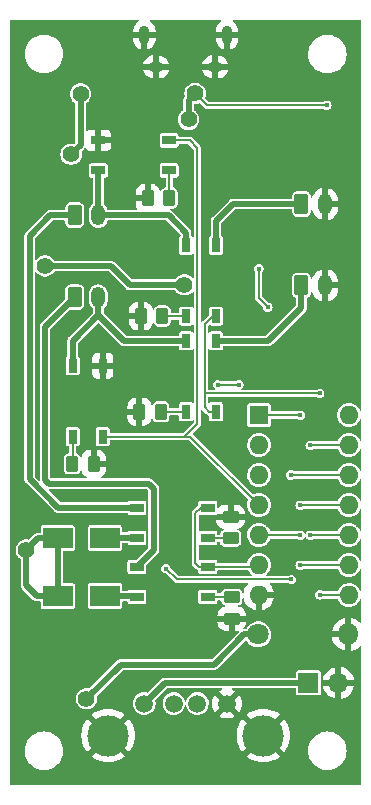
<source format=gbr>
%TF.GenerationSoftware,KiCad,Pcbnew,6.0.5*%
%TF.CreationDate,2022-05-23T21:48:15-04:00*%
%TF.ProjectId,BMS,424d532e-6b69-4636-9164-5f7063625858,rev?*%
%TF.SameCoordinates,Original*%
%TF.FileFunction,Copper,L2,Bot*%
%TF.FilePolarity,Positive*%
%FSLAX46Y46*%
G04 Gerber Fmt 4.6, Leading zero omitted, Abs format (unit mm)*
G04 Created by KiCad (PCBNEW 6.0.5) date 2022-05-23 21:48:15*
%MOMM*%
%LPD*%
G01*
G04 APERTURE LIST*
G04 Aperture macros list*
%AMRoundRect*
0 Rectangle with rounded corners*
0 $1 Rounding radius*
0 $2 $3 $4 $5 $6 $7 $8 $9 X,Y pos of 4 corners*
0 Add a 4 corners polygon primitive as box body*
4,1,4,$2,$3,$4,$5,$6,$7,$8,$9,$2,$3,0*
0 Add four circle primitives for the rounded corners*
1,1,$1+$1,$2,$3*
1,1,$1+$1,$4,$5*
1,1,$1+$1,$6,$7*
1,1,$1+$1,$8,$9*
0 Add four rect primitives between the rounded corners*
20,1,$1+$1,$2,$3,$4,$5,0*
20,1,$1+$1,$4,$5,$6,$7,0*
20,1,$1+$1,$6,$7,$8,$9,0*
20,1,$1+$1,$8,$9,$2,$3,0*%
G04 Aperture macros list end*
%TA.AperFunction,ComponentPad*%
%ADD10R,1.700000X1.700000*%
%TD*%
%TA.AperFunction,ComponentPad*%
%ADD11O,1.700000X1.700000*%
%TD*%
%TA.AperFunction,ComponentPad*%
%ADD12C,1.800000*%
%TD*%
%TA.AperFunction,ComponentPad*%
%ADD13O,1.800000X1.800000*%
%TD*%
%TA.AperFunction,ComponentPad*%
%ADD14RoundRect,0.250000X-0.350000X-0.625000X0.350000X-0.625000X0.350000X0.625000X-0.350000X0.625000X0*%
%TD*%
%TA.AperFunction,ComponentPad*%
%ADD15O,1.200000X1.750000*%
%TD*%
%TA.AperFunction,ComponentPad*%
%ADD16C,1.500000*%
%TD*%
%TA.AperFunction,ComponentPad*%
%ADD17C,3.500000*%
%TD*%
%TA.AperFunction,ComponentPad*%
%ADD18R,1.600000X1.600000*%
%TD*%
%TA.AperFunction,ComponentPad*%
%ADD19O,1.600000X1.600000*%
%TD*%
%TA.AperFunction,ComponentPad*%
%ADD20O,0.890000X1.550000*%
%TD*%
%TA.AperFunction,ComponentPad*%
%ADD21O,1.250000X0.950000*%
%TD*%
%TA.AperFunction,SMDPad,CuDef*%
%ADD22R,0.800000X1.200000*%
%TD*%
%TA.AperFunction,SMDPad,CuDef*%
%ADD23R,2.500000X1.800000*%
%TD*%
%TA.AperFunction,SMDPad,CuDef*%
%ADD24R,1.200000X0.800000*%
%TD*%
%TA.AperFunction,SMDPad,CuDef*%
%ADD25RoundRect,0.250000X0.262500X0.450000X-0.262500X0.450000X-0.262500X-0.450000X0.262500X-0.450000X0*%
%TD*%
%TA.AperFunction,SMDPad,CuDef*%
%ADD26RoundRect,0.250000X-0.450000X0.262500X-0.450000X-0.262500X0.450000X-0.262500X0.450000X0.262500X0*%
%TD*%
%TA.AperFunction,SMDPad,CuDef*%
%ADD27RoundRect,0.250000X-0.262500X-0.450000X0.262500X-0.450000X0.262500X0.450000X-0.262500X0.450000X0*%
%TD*%
%TA.AperFunction,SMDPad,CuDef*%
%ADD28RoundRect,0.250000X0.450000X-0.262500X0.450000X0.262500X-0.450000X0.262500X-0.450000X-0.262500X0*%
%TD*%
%TA.AperFunction,ViaPad*%
%ADD29C,0.400000*%
%TD*%
%TA.AperFunction,ViaPad*%
%ADD30C,1.400000*%
%TD*%
%TA.AperFunction,Conductor*%
%ADD31C,0.500000*%
%TD*%
%TA.AperFunction,Conductor*%
%ADD32C,0.200000*%
%TD*%
G04 APERTURE END LIST*
D10*
%TO.P,J3,1,Pin_1*%
%TO.N,5V*%
X25400000Y-56250000D03*
D11*
%TO.P,J3,2,Pin_2*%
%TO.N,GND*%
X27940000Y-56250000D03*
%TD*%
D12*
%TO.P,D1,1,K*%
%TO.N,Net-(D1-Pad1)*%
X21140000Y-52150000D03*
D13*
%TO.P,D1,2,A*%
%TO.N,GND*%
X28760000Y-52150000D03*
%TD*%
D14*
%TO.P,BT1,1,+*%
%TO.N,BT1*%
X5600000Y-16650000D03*
D15*
%TO.P,BT1,2,-*%
%TO.N,Net-(BT1-Pad2)*%
X7600000Y-16650000D03*
%TD*%
D16*
%TO.P,J2,1,VBUS*%
%TO.N,5V*%
X11500000Y-58000000D03*
%TO.P,J2,2,D-*%
%TO.N,unconnected-(J2-Pad2)*%
X14000000Y-58000000D03*
%TO.P,J2,3,D+*%
%TO.N,unconnected-(J2-Pad3)*%
X16000000Y-58000000D03*
%TO.P,J2,4,GND*%
%TO.N,GND*%
X18500000Y-58000000D03*
D17*
%TO.P,J2,5,Shield*%
X21570000Y-60710000D03*
X8430000Y-60710000D03*
%TD*%
D14*
%TO.P,BT3,1,+*%
%TO.N,BT3*%
X5600000Y-23600000D03*
D15*
%TO.P,BT3,2,-*%
%TO.N,Net-(BT3-Pad2)*%
X7600000Y-23600000D03*
%TD*%
D14*
%TO.P,BT2,1,+*%
%TO.N,BT2*%
X24800000Y-15700000D03*
D15*
%TO.P,BT2,2,-*%
%TO.N,GND*%
X26800000Y-15700000D03*
%TD*%
D18*
%TO.P,U12,1,A*%
%TO.N,VBUS*%
X21200000Y-33575000D03*
D19*
%TO.P,U12,2,G=~{A}*%
%TO.N,Net-(U12-Pad2)*%
X21200000Y-36115000D03*
%TO.P,U12,3,B*%
X21200000Y-38655000D03*
%TO.P,U12,4,H=~{B}*%
%TO.N,GND_CONN*%
X21200000Y-41195000D03*
%TO.P,U12,5,C*%
%TO.N,VBUS*%
X21200000Y-43735000D03*
%TO.P,U12,6,I=~{C}*%
%TO.N,VRAW_CONN*%
X21200000Y-46275000D03*
%TO.P,U12,7,VSS*%
%TO.N,GND*%
X21200000Y-48815000D03*
%TO.P,U12,8,J=~{D}*%
%TO.N,CROSS_CONN*%
X28820000Y-48815000D03*
%TO.P,U12,9,D*%
%TO.N,VBUS*%
X28820000Y-46275000D03*
%TO.P,U12,10,K=~{E}*%
%TO.N,Net-(U12-Pad10)*%
X28820000Y-43735000D03*
%TO.P,U12,11,E*%
%TO.N,VBUS*%
X28820000Y-41195000D03*
%TO.P,U12,12,L=~{F}*%
%TO.N,REG_EN*%
X28820000Y-38655000D03*
%TO.P,U12,13,F*%
%TO.N,Net-(U12-Pad10)*%
X28820000Y-36115000D03*
%TO.P,U12,14,VDD*%
%TO.N,Net-(U12-Pad14)*%
X28820000Y-33575000D03*
%TD*%
D20*
%TO.P,J1,6,Shield*%
%TO.N,GND*%
X11500000Y-1400000D03*
D21*
X12500000Y-4100000D03*
D20*
X18500000Y-1400000D03*
D21*
X17500000Y-4100000D03*
%TD*%
D14*
%TO.P,BT4,1,+*%
%TO.N,BT4*%
X24800000Y-22600000D03*
D15*
%TO.P,BT4,2,-*%
%TO.N,GND*%
X26800000Y-22600000D03*
%TD*%
D22*
%TO.P,U5,1*%
%TO.N,GND_CONN*%
X7970000Y-35400000D03*
%TO.P,U5,2*%
%TO.N,Net-(R4-Pad1)*%
X5430000Y-35400000D03*
%TO.P,U5,3*%
%TO.N,Net-(BT3-Pad2)*%
X5430000Y-29400000D03*
%TO.P,U5,4*%
%TO.N,GND*%
X7970000Y-29400000D03*
%TD*%
D23*
%TO.P,D4,1,K*%
%TO.N,VRAW*%
X4170000Y-48900000D03*
%TO.P,D4,2,A*%
%TO.N,Net-(D4-Pad2)*%
X8170000Y-48900000D03*
%TD*%
%TO.P,D3,1,K*%
%TO.N,VRAW*%
X4170000Y-44000000D03*
%TO.P,D3,2,A*%
%TO.N,Net-(D3-Pad2)*%
X8170000Y-44000000D03*
%TD*%
D24*
%TO.P,U2,1*%
%TO.N,GND_CONN*%
X13600000Y-10330000D03*
%TO.P,U2,2*%
%TO.N,Net-(R1-Pad1)*%
X13600000Y-12870000D03*
%TO.P,U2,3*%
%TO.N,Net-(BT1-Pad2)*%
X7600000Y-12870000D03*
%TO.P,U2,4*%
%TO.N,GND*%
X7600000Y-10330000D03*
%TD*%
D25*
%TO.P,R6,1*%
%TO.N,Net-(R6-Pad1)*%
X12912500Y-33300000D03*
%TO.P,R6,2*%
%TO.N,GND*%
X11087500Y-33300000D03*
%TD*%
D24*
%TO.P,U3,1*%
%TO.N,VRAW_CONN*%
X16870000Y-41430000D03*
%TO.P,U3,2*%
%TO.N,Net-(R2-Pad1)*%
X16870000Y-43970000D03*
%TO.P,U3,3*%
%TO.N,Net-(D3-Pad2)*%
X10870000Y-43970000D03*
%TO.P,U3,4*%
%TO.N,BT1*%
X10870000Y-41430000D03*
%TD*%
D26*
%TO.P,R5,1*%
%TO.N,Net-(R5-Pad1)*%
X18900000Y-48987500D03*
%TO.P,R5,2*%
%TO.N,GND*%
X18900000Y-50812500D03*
%TD*%
D25*
%TO.P,R3,1*%
%TO.N,Net-(R3-Pad1)*%
X13025000Y-25200000D03*
%TO.P,R3,2*%
%TO.N,GND*%
X11200000Y-25200000D03*
%TD*%
D22*
%TO.P,U4,1*%
%TO.N,CROSS_CONN*%
X17570000Y-25200000D03*
%TO.P,U4,2*%
%TO.N,Net-(R3-Pad1)*%
X15030000Y-25200000D03*
%TO.P,U4,3*%
%TO.N,Net-(BT1-Pad2)*%
X15030000Y-19200000D03*
%TO.P,U4,4*%
%TO.N,BT2*%
X17570000Y-19200000D03*
%TD*%
%TO.P,U7,1*%
%TO.N,CROSS_CONN*%
X17570000Y-33300000D03*
%TO.P,U7,2*%
%TO.N,Net-(R6-Pad1)*%
X15030000Y-33300000D03*
%TO.P,U7,3*%
%TO.N,Net-(BT3-Pad2)*%
X15030000Y-27300000D03*
%TO.P,U7,4*%
%TO.N,BT4*%
X17570000Y-27300000D03*
%TD*%
D27*
%TO.P,R4,1*%
%TO.N,Net-(R4-Pad1)*%
X5387500Y-37700000D03*
%TO.P,R4,2*%
%TO.N,GND*%
X7212500Y-37700000D03*
%TD*%
D25*
%TO.P,R1,1*%
%TO.N,Net-(R1-Pad1)*%
X13612500Y-15200000D03*
%TO.P,R1,2*%
%TO.N,GND*%
X11787500Y-15200000D03*
%TD*%
D28*
%TO.P,R2,1*%
%TO.N,Net-(R2-Pad1)*%
X18800000Y-44012500D03*
%TO.P,R2,2*%
%TO.N,GND*%
X18800000Y-42187500D03*
%TD*%
D24*
%TO.P,U6,1*%
%TO.N,VRAW_CONN*%
X16870000Y-46430000D03*
%TO.P,U6,2*%
%TO.N,Net-(R5-Pad1)*%
X16870000Y-48970000D03*
%TO.P,U6,3*%
%TO.N,Net-(D4-Pad2)*%
X10870000Y-48970000D03*
%TO.P,U6,4*%
%TO.N,BT3*%
X10870000Y-46430000D03*
%TD*%
D29*
%TO.N,GND*%
X10500000Y-8350000D03*
X10700000Y-36700000D03*
X19650000Y-30050000D03*
X23200000Y-35100000D03*
X11450000Y-37300000D03*
X17350000Y-14800000D03*
X20800000Y-12950000D03*
X6400000Y-25050000D03*
X13000000Y-8500000D03*
X28100000Y-19500000D03*
X8000000Y-26750000D03*
X6300000Y-31750000D03*
X23200000Y-36250000D03*
X11300000Y-9950000D03*
X21300000Y-30750000D03*
X23800000Y-19600000D03*
X11850000Y-8650000D03*
X16750000Y-15850000D03*
X7200000Y-26750000D03*
X5500000Y-31700000D03*
X4750000Y-25900000D03*
X17100000Y-35350000D03*
X9600000Y-37300000D03*
X4450000Y-19400000D03*
X20700000Y-10850000D03*
X20700000Y-11850000D03*
X12000000Y-20800000D03*
X19500000Y-29250000D03*
X7050000Y-31750000D03*
X14000000Y-19100000D03*
X8950000Y-24750000D03*
X23150000Y-37800000D03*
X16700000Y-14800000D03*
X14950000Y-20850000D03*
D30*
%TO.N,VRAW*%
X1500000Y-45000000D03*
%TO.N,Net-(D1-Pad1)*%
X6600000Y-57600000D03*
%TO.N,VBUS*%
X6100000Y-6400000D03*
D29*
X24700000Y-33600000D03*
X19500000Y-31000000D03*
X24700000Y-41200000D03*
X26950000Y-7350000D03*
D30*
X15800000Y-6350500D03*
D29*
X24700000Y-43750000D03*
X17700000Y-31000000D03*
D30*
X14900000Y-22550000D03*
X3100000Y-20950000D03*
X15250000Y-8550000D03*
X5300000Y-11500000D03*
D29*
X24700000Y-46300000D03*
%TO.N,Net-(D12-Pad1)*%
X21950000Y-24450000D03*
X21200000Y-21200000D03*
%TO.N,REG_EN*%
X13325000Y-46575000D03*
X23950000Y-47500000D03*
X23900000Y-38650000D03*
%TO.N,CROSS_CONN*%
X26350000Y-48800000D03*
X26350000Y-31750000D03*
%TO.N,Net-(U12-Pad10)*%
X25550000Y-43750000D03*
X25550000Y-36150000D03*
%TD*%
D31*
%TO.N,BT1*%
X3550000Y-16650000D02*
X1800000Y-18400000D01*
X4230000Y-41430000D02*
X10870000Y-41430000D01*
X5600000Y-16650000D02*
X3550000Y-16650000D01*
X1800000Y-18400000D02*
X1800000Y-39000000D01*
X1800000Y-39000000D02*
X4230000Y-41430000D01*
%TO.N,Net-(BT1-Pad2)*%
X7600000Y-16650000D02*
X7600000Y-12870000D01*
X13550000Y-16650000D02*
X7600000Y-16650000D01*
X15030000Y-19200000D02*
X15030000Y-18130000D01*
X15030000Y-18130000D02*
X13550000Y-16650000D01*
%TO.N,BT2*%
X17570000Y-19200000D02*
X17570000Y-17130000D01*
X19000000Y-15700000D02*
X24800000Y-15700000D01*
X17570000Y-17130000D02*
X19000000Y-15700000D01*
%TO.N,BT3*%
X3400000Y-39400000D02*
X11900000Y-39400000D01*
X12300000Y-45000000D02*
X10870000Y-46430000D01*
X3100000Y-39100000D02*
X3400000Y-39400000D01*
X5600000Y-23600000D02*
X3100000Y-26100000D01*
X3100000Y-26100000D02*
X3100000Y-39100000D01*
X12300000Y-39800000D02*
X12300000Y-45000000D01*
X11900000Y-39400000D02*
X12300000Y-39800000D01*
%TO.N,Net-(BT3-Pad2)*%
X15030000Y-27300000D02*
X9800000Y-27300000D01*
X7600000Y-25100000D02*
X5430000Y-27270000D01*
X5430000Y-27270000D02*
X5430000Y-29400000D01*
X9800000Y-27300000D02*
X7600000Y-25100000D01*
X7600000Y-25100000D02*
X7600000Y-23600000D01*
%TO.N,BT4*%
X24800000Y-24500000D02*
X24800000Y-22600000D01*
X17570000Y-27300000D02*
X22000000Y-27300000D01*
X22000000Y-27300000D02*
X24800000Y-24500000D01*
%TO.N,VRAW*%
X2500000Y-44000000D02*
X1500000Y-45000000D01*
X4170000Y-48900000D02*
X2400000Y-48900000D01*
X4170000Y-44000000D02*
X2500000Y-44000000D01*
X4170000Y-44000000D02*
X4170000Y-48900000D01*
X1500000Y-48000000D02*
X1500000Y-45000000D01*
X2400000Y-48900000D02*
X1500000Y-48000000D01*
%TO.N,5V*%
X13250000Y-56250000D02*
X11500000Y-58000000D01*
X25400000Y-56250000D02*
X13250000Y-56250000D01*
%TO.N,Net-(D1-Pad1)*%
X6600000Y-57600000D02*
X9500000Y-54700000D01*
X19950000Y-52150000D02*
X21140000Y-52150000D01*
X17400000Y-54700000D02*
X19950000Y-52150000D01*
X9500000Y-54700000D02*
X17400000Y-54700000D01*
%TO.N,VBUS*%
X10250000Y-22550000D02*
X14900000Y-22550000D01*
D32*
X28820000Y-46275000D02*
X24725000Y-46275000D01*
D31*
X8650000Y-20950000D02*
X10250000Y-22550000D01*
D32*
X24685000Y-43735000D02*
X24700000Y-43750000D01*
X16799500Y-7350000D02*
X15800000Y-6350500D01*
X26950000Y-7350000D02*
X16799500Y-7350000D01*
X21200000Y-43735000D02*
X24685000Y-43735000D01*
D31*
X3100000Y-20950000D02*
X8650000Y-20950000D01*
D32*
X24700000Y-41200000D02*
X24705000Y-41195000D01*
D31*
X6100000Y-10700000D02*
X5300000Y-11500000D01*
D32*
X19500000Y-31000000D02*
X17700000Y-31000000D01*
X24705000Y-41195000D02*
X28820000Y-41195000D01*
D31*
X15250000Y-8550000D02*
X15250000Y-6900500D01*
X15250000Y-6900500D02*
X15800000Y-6350500D01*
D32*
X24675000Y-33575000D02*
X21200000Y-33575000D01*
X24725000Y-46275000D02*
X24700000Y-46300000D01*
D31*
X6100000Y-6400000D02*
X6100000Y-10700000D01*
D32*
X24700000Y-33600000D02*
X24675000Y-33575000D01*
D31*
%TO.N,Net-(D3-Pad2)*%
X10870000Y-43970000D02*
X8200000Y-43970000D01*
%TO.N,Net-(D4-Pad2)*%
X8170000Y-48900000D02*
X10800000Y-48900000D01*
D32*
%TO.N,Net-(D12-Pad1)*%
X21200000Y-23700000D02*
X21950000Y-24450000D01*
X21200000Y-21200000D02*
X21200000Y-23700000D01*
%TO.N,Net-(R1-Pad1)*%
X13612500Y-15200000D02*
X13600000Y-15187500D01*
X13600000Y-15187500D02*
X13600000Y-12870000D01*
%TO.N,Net-(R2-Pad1)*%
X16912500Y-44012500D02*
X16870000Y-43970000D01*
X18800000Y-44012500D02*
X16912500Y-44012500D01*
%TO.N,Net-(R3-Pad1)*%
X13025000Y-25200000D02*
X15030000Y-25200000D01*
%TO.N,Net-(R4-Pad1)*%
X5387500Y-37700000D02*
X5430000Y-37657500D01*
X5430000Y-37657500D02*
X5430000Y-35400000D01*
%TO.N,Net-(R5-Pad1)*%
X18900000Y-48987500D02*
X18882500Y-48970000D01*
X18882500Y-48970000D02*
X16870000Y-48970000D01*
%TO.N,Net-(R6-Pad1)*%
X12912500Y-33300000D02*
X15030000Y-33300000D01*
%TO.N,REG_EN*%
X28820000Y-38655000D02*
X23905000Y-38655000D01*
X23905000Y-38655000D02*
X23900000Y-38650000D01*
X23950000Y-47500000D02*
X14250000Y-47500000D01*
X14250000Y-47500000D02*
X13325000Y-46575000D01*
%TO.N,GND_CONN*%
X16000000Y-11000000D02*
X16000000Y-34300000D01*
X16000000Y-34300000D02*
X14900000Y-35400000D01*
X15330000Y-10330000D02*
X16000000Y-11000000D01*
X15405000Y-35400000D02*
X14900000Y-35400000D01*
X21200000Y-41195000D02*
X15405000Y-35400000D01*
X13600000Y-10330000D02*
X15330000Y-10330000D01*
X14900000Y-35400000D02*
X7970000Y-35400000D01*
%TO.N,VRAW_CONN*%
X16870000Y-46430000D02*
X21045000Y-46430000D01*
X16870000Y-46430000D02*
X16130000Y-46430000D01*
X21045000Y-46430000D02*
X21200000Y-46275000D01*
X15800000Y-41900000D02*
X16270000Y-41430000D01*
X16130000Y-46430000D02*
X15800000Y-46100000D01*
X16270000Y-41430000D02*
X16870000Y-41430000D01*
X15800000Y-46100000D02*
X15800000Y-41900000D01*
%TO.N,CROSS_CONN*%
X16600000Y-25900000D02*
X17300000Y-25200000D01*
X16600000Y-32900000D02*
X16600000Y-31700000D01*
X16600000Y-30600000D02*
X16600000Y-25900000D01*
X26365000Y-48815000D02*
X26350000Y-48800000D01*
X28820000Y-48815000D02*
X26365000Y-48815000D01*
X26350000Y-31750000D02*
X16650000Y-31750000D01*
X16650000Y-31750000D02*
X16600000Y-31700000D01*
X17300000Y-25200000D02*
X17570000Y-25200000D01*
X17570000Y-33300000D02*
X17000000Y-33300000D01*
X17000000Y-33300000D02*
X16600000Y-32900000D01*
X16600000Y-31700000D02*
X16600000Y-30600000D01*
%TO.N,Net-(U12-Pad10)*%
X26815000Y-36115000D02*
X25585000Y-36115000D01*
X25585000Y-36115000D02*
X25550000Y-36150000D01*
X25565000Y-43735000D02*
X28820000Y-43735000D01*
X28820000Y-36115000D02*
X26815000Y-36115000D01*
X25550000Y-43750000D02*
X25565000Y-43735000D01*
%TD*%
%TA.AperFunction,Conductor*%
%TO.N,GND*%
G36*
X11027319Y-149245D02*
G01*
X11046064Y-194500D01*
X11027319Y-239755D01*
X11015789Y-248893D01*
X10918287Y-309347D01*
X10913181Y-313278D01*
X10777213Y-441857D01*
X10773007Y-446729D01*
X10665675Y-600015D01*
X10662526Y-605650D01*
X10588212Y-777377D01*
X10586261Y-783529D01*
X10547834Y-967473D01*
X10547205Y-972321D01*
X10547044Y-975377D01*
X10547000Y-977068D01*
X10547000Y-1133271D01*
X10550728Y-1142272D01*
X10559729Y-1146000D01*
X12440271Y-1146000D01*
X12449272Y-1142272D01*
X12453000Y-1133271D01*
X12453000Y-1023236D01*
X12452836Y-1019993D01*
X12438678Y-880614D01*
X12437379Y-874286D01*
X12381425Y-695734D01*
X12378882Y-689801D01*
X12288159Y-526134D01*
X12284485Y-520848D01*
X12162704Y-378763D01*
X12158039Y-374321D01*
X12010179Y-259629D01*
X12004707Y-256209D01*
X11996000Y-251925D01*
X11963670Y-215126D01*
X11966830Y-166245D01*
X12003629Y-133915D01*
X12024255Y-130500D01*
X17982064Y-130500D01*
X18027319Y-149245D01*
X18046064Y-194500D01*
X18027319Y-239755D01*
X18015789Y-248893D01*
X17918287Y-309347D01*
X17913181Y-313278D01*
X17777213Y-441857D01*
X17773007Y-446729D01*
X17665675Y-600015D01*
X17662526Y-605650D01*
X17588212Y-777377D01*
X17586261Y-783529D01*
X17547834Y-967473D01*
X17547205Y-972321D01*
X17547044Y-975377D01*
X17547000Y-977068D01*
X17547000Y-1133271D01*
X17550728Y-1142272D01*
X17559729Y-1146000D01*
X19440271Y-1146000D01*
X19449272Y-1142272D01*
X19453000Y-1133271D01*
X19453000Y-1023236D01*
X19452836Y-1019993D01*
X19438678Y-880614D01*
X19437379Y-874286D01*
X19381425Y-695734D01*
X19378882Y-689801D01*
X19288159Y-526134D01*
X19284485Y-520848D01*
X19162704Y-378763D01*
X19158039Y-374321D01*
X19010179Y-259629D01*
X19004707Y-256209D01*
X18996000Y-251925D01*
X18963670Y-215126D01*
X18966830Y-166245D01*
X19003629Y-133915D01*
X19024255Y-130500D01*
X29805500Y-130500D01*
X29850755Y-149245D01*
X29869500Y-194500D01*
X29869500Y-33160921D01*
X29850755Y-33206176D01*
X29805500Y-33224921D01*
X29760245Y-33206176D01*
X29748991Y-33190967D01*
X29658840Y-33021417D01*
X29658838Y-33021414D01*
X29657370Y-33018653D01*
X29533361Y-32866602D01*
X29382180Y-32741535D01*
X29209585Y-32648213D01*
X29206601Y-32647289D01*
X29206598Y-32647288D01*
X29025140Y-32591118D01*
X29025141Y-32591118D01*
X29022152Y-32590193D01*
X28827019Y-32569683D01*
X28823909Y-32569966D01*
X28823908Y-32569966D01*
X28785393Y-32573471D01*
X28631618Y-32587466D01*
X28623464Y-32589866D01*
X28446399Y-32641979D01*
X28446396Y-32641980D01*
X28443393Y-32642864D01*
X28430313Y-32649702D01*
X28272283Y-32732318D01*
X28272280Y-32732320D01*
X28269512Y-32733767D01*
X28116600Y-32856711D01*
X27990480Y-33007016D01*
X27982563Y-33021417D01*
X27905870Y-33160921D01*
X27895956Y-33178954D01*
X27895010Y-33181936D01*
X27884001Y-33216642D01*
X27836628Y-33365978D01*
X27835086Y-33379728D01*
X27818212Y-33530165D01*
X27814757Y-33560963D01*
X27831175Y-33756483D01*
X27832036Y-33759485D01*
X27881028Y-33930338D01*
X27885258Y-33945091D01*
X27906606Y-33986629D01*
X27957349Y-34085364D01*
X27974944Y-34119601D01*
X28002382Y-34154219D01*
X28059800Y-34226663D01*
X28096818Y-34273369D01*
X28099189Y-34275387D01*
X28099193Y-34275391D01*
X28202809Y-34363574D01*
X28246238Y-34400535D01*
X28248963Y-34402058D01*
X28248966Y-34402060D01*
X28414777Y-34494728D01*
X28417513Y-34496257D01*
X28420491Y-34497225D01*
X28420492Y-34497225D01*
X28601147Y-34555924D01*
X28601150Y-34555925D01*
X28604118Y-34556889D01*
X28798946Y-34580121D01*
X28802066Y-34579881D01*
X28802069Y-34579881D01*
X28991449Y-34565309D01*
X28991453Y-34565308D01*
X28994576Y-34565068D01*
X28997592Y-34564226D01*
X28997597Y-34564225D01*
X29180540Y-34513145D01*
X29180539Y-34513145D01*
X29183556Y-34512303D01*
X29280459Y-34463354D01*
X29355891Y-34425251D01*
X29355896Y-34425248D01*
X29358689Y-34423837D01*
X29386563Y-34402060D01*
X29510835Y-34304968D01*
X29513303Y-34303040D01*
X29530024Y-34283669D01*
X29639464Y-34156880D01*
X29641509Y-34154511D01*
X29738425Y-33983909D01*
X29742372Y-33972046D01*
X29744772Y-33964830D01*
X29776843Y-33927805D01*
X29825701Y-33924303D01*
X29862726Y-33956374D01*
X29869500Y-33985031D01*
X29869500Y-35700921D01*
X29850755Y-35746176D01*
X29805500Y-35764921D01*
X29760245Y-35746176D01*
X29748991Y-35730967D01*
X29658840Y-35561417D01*
X29658838Y-35561414D01*
X29657370Y-35558653D01*
X29533361Y-35406602D01*
X29382180Y-35281535D01*
X29209585Y-35188213D01*
X29206601Y-35187289D01*
X29206598Y-35187288D01*
X29025140Y-35131118D01*
X29025141Y-35131118D01*
X29022152Y-35130193D01*
X28827019Y-35109683D01*
X28823909Y-35109966D01*
X28823908Y-35109966D01*
X28785393Y-35113471D01*
X28631618Y-35127466D01*
X28623464Y-35129866D01*
X28446399Y-35181979D01*
X28446396Y-35181980D01*
X28443393Y-35182864D01*
X28430313Y-35189702D01*
X28272283Y-35272318D01*
X28272280Y-35272320D01*
X28269512Y-35273767D01*
X28116600Y-35396711D01*
X27990480Y-35547016D01*
X27982563Y-35561417D01*
X27905870Y-35700921D01*
X27895956Y-35718954D01*
X27895010Y-35721936D01*
X27879810Y-35769852D01*
X27848259Y-35807320D01*
X27818806Y-35814500D01*
X25789085Y-35814500D01*
X25760030Y-35807524D01*
X25679794Y-35766642D01*
X25679795Y-35766642D01*
X25675304Y-35764354D01*
X25550000Y-35744508D01*
X25424696Y-35764354D01*
X25311658Y-35821950D01*
X25221950Y-35911658D01*
X25164354Y-36024696D01*
X25144508Y-36150000D01*
X25164354Y-36275304D01*
X25221950Y-36388342D01*
X25311658Y-36478050D01*
X25424696Y-36535646D01*
X25550000Y-36555492D01*
X25675304Y-36535646D01*
X25788342Y-36478050D01*
X25832147Y-36434245D01*
X25877402Y-36415500D01*
X27817075Y-36415500D01*
X27862330Y-36434245D01*
X27878596Y-36461858D01*
X27885258Y-36485091D01*
X27974944Y-36659601D01*
X27976890Y-36662056D01*
X28087824Y-36802021D01*
X28096818Y-36813369D01*
X28099189Y-36815387D01*
X28099193Y-36815391D01*
X28225754Y-36923102D01*
X28246238Y-36940535D01*
X28248963Y-36942058D01*
X28248966Y-36942060D01*
X28284482Y-36961909D01*
X28417513Y-37036257D01*
X28420491Y-37037225D01*
X28420492Y-37037225D01*
X28601147Y-37095924D01*
X28601150Y-37095925D01*
X28604118Y-37096889D01*
X28798946Y-37120121D01*
X28802066Y-37119881D01*
X28802069Y-37119881D01*
X28991449Y-37105309D01*
X28991453Y-37105308D01*
X28994576Y-37105068D01*
X28997592Y-37104226D01*
X28997597Y-37104225D01*
X29180540Y-37053145D01*
X29180539Y-37053145D01*
X29183556Y-37052303D01*
X29221831Y-37032969D01*
X29355891Y-36965251D01*
X29355896Y-36965248D01*
X29358689Y-36963837D01*
X29386563Y-36942060D01*
X29435996Y-36903438D01*
X29513303Y-36843040D01*
X29541026Y-36810923D01*
X29639464Y-36696880D01*
X29641509Y-36694511D01*
X29719214Y-36557727D01*
X29736880Y-36526629D01*
X29736881Y-36526628D01*
X29738425Y-36523909D01*
X29744772Y-36504830D01*
X29776843Y-36467805D01*
X29825701Y-36464303D01*
X29862726Y-36496374D01*
X29869500Y-36525031D01*
X29869500Y-38240921D01*
X29850755Y-38286176D01*
X29805500Y-38304921D01*
X29760245Y-38286176D01*
X29748991Y-38270967D01*
X29658840Y-38101417D01*
X29658838Y-38101414D01*
X29657370Y-38098653D01*
X29533361Y-37946602D01*
X29382180Y-37821535D01*
X29209585Y-37728213D01*
X29206601Y-37727289D01*
X29206598Y-37727288D01*
X29025140Y-37671118D01*
X29025141Y-37671118D01*
X29022152Y-37670193D01*
X28827019Y-37649683D01*
X28823909Y-37649966D01*
X28823908Y-37649966D01*
X28785393Y-37653471D01*
X28631618Y-37667466D01*
X28623464Y-37669866D01*
X28446399Y-37721979D01*
X28446396Y-37721980D01*
X28443393Y-37722864D01*
X28430313Y-37729702D01*
X28272283Y-37812318D01*
X28272280Y-37812320D01*
X28269512Y-37813767D01*
X28116600Y-37936711D01*
X27990480Y-38087016D01*
X27982563Y-38101417D01*
X27903465Y-38245296D01*
X27895956Y-38258954D01*
X27895010Y-38261936D01*
X27879810Y-38309852D01*
X27848259Y-38347320D01*
X27818806Y-38354500D01*
X24197402Y-38354500D01*
X24152147Y-38335755D01*
X24138342Y-38321950D01*
X24025304Y-38264354D01*
X23900000Y-38244508D01*
X23774696Y-38264354D01*
X23661658Y-38321950D01*
X23571950Y-38411658D01*
X23514354Y-38524696D01*
X23494508Y-38650000D01*
X23514354Y-38775304D01*
X23571950Y-38888342D01*
X23661658Y-38978050D01*
X23774696Y-39035646D01*
X23900000Y-39055492D01*
X24025304Y-39035646D01*
X24138342Y-38978050D01*
X24142147Y-38974245D01*
X24142359Y-38974157D01*
X24145981Y-38971526D01*
X24146613Y-38972395D01*
X24187402Y-38955500D01*
X27817075Y-38955500D01*
X27862330Y-38974245D01*
X27878596Y-39001858D01*
X27885258Y-39025091D01*
X27974944Y-39199601D01*
X27976890Y-39202056D01*
X28063889Y-39311822D01*
X28096818Y-39353369D01*
X28099189Y-39355387D01*
X28099193Y-39355391D01*
X28239852Y-39475100D01*
X28246238Y-39480535D01*
X28248963Y-39482058D01*
X28248966Y-39482060D01*
X28414777Y-39574728D01*
X28417513Y-39576257D01*
X28420491Y-39577225D01*
X28420492Y-39577225D01*
X28601147Y-39635924D01*
X28601150Y-39635925D01*
X28604118Y-39636889D01*
X28798946Y-39660121D01*
X28802066Y-39659881D01*
X28802069Y-39659881D01*
X28991449Y-39645309D01*
X28991453Y-39645308D01*
X28994576Y-39645068D01*
X28997592Y-39644226D01*
X28997597Y-39644225D01*
X29180540Y-39593145D01*
X29180539Y-39593145D01*
X29183556Y-39592303D01*
X29270800Y-39548233D01*
X29355891Y-39505251D01*
X29355896Y-39505248D01*
X29358689Y-39503837D01*
X29386563Y-39482060D01*
X29510835Y-39384968D01*
X29513303Y-39383040D01*
X29527981Y-39366036D01*
X29639464Y-39236880D01*
X29641509Y-39234511D01*
X29734029Y-39071648D01*
X29736880Y-39066629D01*
X29736881Y-39066628D01*
X29738425Y-39063909D01*
X29740429Y-39057887D01*
X29744772Y-39044830D01*
X29776843Y-39007805D01*
X29825701Y-39004303D01*
X29862726Y-39036374D01*
X29869500Y-39065031D01*
X29869500Y-40780921D01*
X29850755Y-40826176D01*
X29805500Y-40844921D01*
X29760245Y-40826176D01*
X29748991Y-40810967D01*
X29658840Y-40641417D01*
X29658838Y-40641414D01*
X29657370Y-40638653D01*
X29533361Y-40486602D01*
X29382180Y-40361535D01*
X29209585Y-40268213D01*
X29206601Y-40267289D01*
X29206598Y-40267288D01*
X29025140Y-40211118D01*
X29025141Y-40211118D01*
X29022152Y-40210193D01*
X28827019Y-40189683D01*
X28823909Y-40189966D01*
X28823908Y-40189966D01*
X28785393Y-40193471D01*
X28631618Y-40207466D01*
X28623464Y-40209866D01*
X28446399Y-40261979D01*
X28446396Y-40261980D01*
X28443393Y-40262864D01*
X28399320Y-40285905D01*
X28272283Y-40352318D01*
X28272280Y-40352320D01*
X28269512Y-40353767D01*
X28116600Y-40476711D01*
X27990480Y-40627016D01*
X27982563Y-40641417D01*
X27905870Y-40780921D01*
X27895956Y-40798954D01*
X27895010Y-40801936D01*
X27879810Y-40849852D01*
X27848259Y-40887320D01*
X27818806Y-40894500D01*
X24987402Y-40894500D01*
X24946613Y-40877605D01*
X24945981Y-40878474D01*
X24942359Y-40875843D01*
X24942147Y-40875755D01*
X24938342Y-40871950D01*
X24825304Y-40814354D01*
X24700000Y-40794508D01*
X24574696Y-40814354D01*
X24461658Y-40871950D01*
X24371950Y-40961658D01*
X24314354Y-41074696D01*
X24294508Y-41200000D01*
X24314354Y-41325304D01*
X24371950Y-41438342D01*
X24461658Y-41528050D01*
X24574696Y-41585646D01*
X24700000Y-41605492D01*
X24825304Y-41585646D01*
X24938342Y-41528050D01*
X24952147Y-41514245D01*
X24997402Y-41495500D01*
X27817075Y-41495500D01*
X27862330Y-41514245D01*
X27878596Y-41541858D01*
X27885258Y-41565091D01*
X27906021Y-41605492D01*
X27971334Y-41732576D01*
X27974944Y-41739601D01*
X27976890Y-41742056D01*
X28086540Y-41880401D01*
X28096818Y-41893369D01*
X28099189Y-41895387D01*
X28099193Y-41895391D01*
X28192208Y-41974552D01*
X28246238Y-42020535D01*
X28248963Y-42022058D01*
X28248966Y-42022060D01*
X28414777Y-42114728D01*
X28417513Y-42116257D01*
X28420491Y-42117225D01*
X28420492Y-42117225D01*
X28601147Y-42175924D01*
X28601150Y-42175925D01*
X28604118Y-42176889D01*
X28798946Y-42200121D01*
X28802066Y-42199881D01*
X28802069Y-42199881D01*
X28991449Y-42185309D01*
X28991453Y-42185308D01*
X28994576Y-42185068D01*
X28997592Y-42184226D01*
X28997597Y-42184225D01*
X29180540Y-42133145D01*
X29180539Y-42133145D01*
X29183556Y-42132303D01*
X29218349Y-42114728D01*
X29355891Y-42045251D01*
X29355896Y-42045248D01*
X29358689Y-42043837D01*
X29383477Y-42024471D01*
X29510835Y-41924968D01*
X29513303Y-41923040D01*
X29515384Y-41920630D01*
X29639464Y-41776880D01*
X29641509Y-41774511D01*
X29738425Y-41603909D01*
X29744501Y-41585646D01*
X29744772Y-41584830D01*
X29776843Y-41547805D01*
X29825701Y-41544303D01*
X29862726Y-41576374D01*
X29869500Y-41605031D01*
X29869500Y-43320921D01*
X29850755Y-43366176D01*
X29805500Y-43384921D01*
X29760245Y-43366176D01*
X29748991Y-43350967D01*
X29658840Y-43181417D01*
X29658838Y-43181414D01*
X29657370Y-43178653D01*
X29533361Y-43026602D01*
X29521183Y-43016527D01*
X29443117Y-42951946D01*
X29382180Y-42901535D01*
X29209585Y-42808213D01*
X29206601Y-42807289D01*
X29206598Y-42807288D01*
X29025140Y-42751118D01*
X29025141Y-42751118D01*
X29022152Y-42750193D01*
X28827019Y-42729683D01*
X28823909Y-42729966D01*
X28823908Y-42729966D01*
X28785393Y-42733471D01*
X28631618Y-42747466D01*
X28623464Y-42749866D01*
X28446399Y-42801979D01*
X28446396Y-42801980D01*
X28443393Y-42802864D01*
X28430313Y-42809702D01*
X28272283Y-42892318D01*
X28272280Y-42892320D01*
X28269512Y-42893767D01*
X28116600Y-43016711D01*
X27990480Y-43167016D01*
X27982563Y-43181417D01*
X27905647Y-43321327D01*
X27895956Y-43338954D01*
X27895010Y-43341936D01*
X27879810Y-43389852D01*
X27848259Y-43427320D01*
X27818806Y-43434500D01*
X25825070Y-43434500D01*
X25789258Y-43422866D01*
X25788342Y-43421950D01*
X25675304Y-43364354D01*
X25550000Y-43344508D01*
X25424696Y-43364354D01*
X25311658Y-43421950D01*
X25221950Y-43511658D01*
X25199519Y-43555681D01*
X25182024Y-43590017D01*
X25144777Y-43621830D01*
X25095945Y-43617986D01*
X25067976Y-43590017D01*
X25050481Y-43555681D01*
X25028050Y-43511658D01*
X24938342Y-43421950D01*
X24825304Y-43364354D01*
X24700000Y-43344508D01*
X24574696Y-43364354D01*
X24461658Y-43421950D01*
X24460742Y-43422866D01*
X24424930Y-43434500D01*
X22201954Y-43434500D01*
X22156699Y-43415755D01*
X22140687Y-43389000D01*
X22129484Y-43351894D01*
X22128019Y-43349138D01*
X22128017Y-43349134D01*
X22038840Y-43181417D01*
X22038838Y-43181414D01*
X22037370Y-43178653D01*
X21913361Y-43026602D01*
X21901183Y-43016527D01*
X21823117Y-42951946D01*
X21762180Y-42901535D01*
X21589585Y-42808213D01*
X21586601Y-42807289D01*
X21586598Y-42807288D01*
X21405140Y-42751118D01*
X21405141Y-42751118D01*
X21402152Y-42750193D01*
X21207019Y-42729683D01*
X21203909Y-42729966D01*
X21203908Y-42729966D01*
X21165393Y-42733471D01*
X21011618Y-42747466D01*
X21003464Y-42749866D01*
X20826399Y-42801979D01*
X20826396Y-42801980D01*
X20823393Y-42802864D01*
X20810313Y-42809702D01*
X20652283Y-42892318D01*
X20652280Y-42892320D01*
X20649512Y-42893767D01*
X20496600Y-43016711D01*
X20370480Y-43167016D01*
X20362563Y-43181417D01*
X20285647Y-43321327D01*
X20275956Y-43338954D01*
X20275010Y-43341936D01*
X20221171Y-43511658D01*
X20216628Y-43525978D01*
X20194757Y-43720963D01*
X20211175Y-43916483D01*
X20212036Y-43919485D01*
X20263855Y-44100197D01*
X20265258Y-44105091D01*
X20354944Y-44279601D01*
X20401529Y-44338377D01*
X20421875Y-44364047D01*
X20476818Y-44433369D01*
X20479189Y-44435387D01*
X20479193Y-44435391D01*
X20615638Y-44551514D01*
X20626238Y-44560535D01*
X20628963Y-44562058D01*
X20628966Y-44562060D01*
X20748409Y-44628814D01*
X20797513Y-44656257D01*
X20800491Y-44657225D01*
X20800492Y-44657225D01*
X20981147Y-44715924D01*
X20981150Y-44715925D01*
X20984118Y-44716889D01*
X21178946Y-44740121D01*
X21182066Y-44739881D01*
X21182069Y-44739881D01*
X21371449Y-44725309D01*
X21371453Y-44725308D01*
X21374576Y-44725068D01*
X21377592Y-44724226D01*
X21377597Y-44724225D01*
X21560540Y-44673145D01*
X21560539Y-44673145D01*
X21563556Y-44672303D01*
X21598349Y-44654728D01*
X21735891Y-44585251D01*
X21735896Y-44585248D01*
X21738689Y-44583837D01*
X21766563Y-44562060D01*
X21890835Y-44464968D01*
X21893303Y-44463040D01*
X21911425Y-44442046D01*
X22019464Y-44316880D01*
X22021509Y-44314511D01*
X22118425Y-44143909D01*
X22131532Y-44104510D01*
X22139918Y-44079299D01*
X22171989Y-44042274D01*
X22200646Y-44035500D01*
X24392598Y-44035500D01*
X24437853Y-44054245D01*
X24461658Y-44078050D01*
X24574696Y-44135646D01*
X24700000Y-44155492D01*
X24825304Y-44135646D01*
X24938342Y-44078050D01*
X25028050Y-43988342D01*
X25067976Y-43909983D01*
X25105223Y-43878170D01*
X25154055Y-43882014D01*
X25182024Y-43909983D01*
X25221950Y-43988342D01*
X25311658Y-44078050D01*
X25424696Y-44135646D01*
X25550000Y-44155492D01*
X25675304Y-44135646D01*
X25788342Y-44078050D01*
X25812147Y-44054245D01*
X25857402Y-44035500D01*
X27817075Y-44035500D01*
X27862330Y-44054245D01*
X27878596Y-44081858D01*
X27885258Y-44105091D01*
X27974944Y-44279601D01*
X28021529Y-44338377D01*
X28041875Y-44364047D01*
X28096818Y-44433369D01*
X28099189Y-44435387D01*
X28099193Y-44435391D01*
X28235638Y-44551514D01*
X28246238Y-44560535D01*
X28248963Y-44562058D01*
X28248966Y-44562060D01*
X28368409Y-44628814D01*
X28417513Y-44656257D01*
X28420491Y-44657225D01*
X28420492Y-44657225D01*
X28601147Y-44715924D01*
X28601150Y-44715925D01*
X28604118Y-44716889D01*
X28798946Y-44740121D01*
X28802066Y-44739881D01*
X28802069Y-44739881D01*
X28991449Y-44725309D01*
X28991453Y-44725308D01*
X28994576Y-44725068D01*
X28997592Y-44724226D01*
X28997597Y-44724225D01*
X29180540Y-44673145D01*
X29180539Y-44673145D01*
X29183556Y-44672303D01*
X29218349Y-44654728D01*
X29355891Y-44585251D01*
X29355896Y-44585248D01*
X29358689Y-44583837D01*
X29386563Y-44562060D01*
X29510835Y-44464968D01*
X29513303Y-44463040D01*
X29531425Y-44442046D01*
X29639464Y-44316880D01*
X29641509Y-44314511D01*
X29738425Y-44143909D01*
X29744772Y-44124830D01*
X29776843Y-44087805D01*
X29825701Y-44084303D01*
X29862726Y-44116374D01*
X29869500Y-44145031D01*
X29869500Y-45860921D01*
X29850755Y-45906176D01*
X29805500Y-45924921D01*
X29760245Y-45906176D01*
X29748991Y-45890967D01*
X29744195Y-45881946D01*
X29716635Y-45830114D01*
X29658840Y-45721417D01*
X29658838Y-45721414D01*
X29657370Y-45718653D01*
X29533361Y-45566602D01*
X29382180Y-45441535D01*
X29209585Y-45348213D01*
X29206601Y-45347289D01*
X29206598Y-45347288D01*
X29025140Y-45291118D01*
X29025141Y-45291118D01*
X29022152Y-45290193D01*
X28827019Y-45269683D01*
X28823909Y-45269966D01*
X28823908Y-45269966D01*
X28785393Y-45273471D01*
X28631618Y-45287466D01*
X28623464Y-45289866D01*
X28446399Y-45341979D01*
X28446396Y-45341980D01*
X28443393Y-45342864D01*
X28430313Y-45349702D01*
X28272283Y-45432318D01*
X28272280Y-45432320D01*
X28269512Y-45433767D01*
X28116600Y-45556711D01*
X27990480Y-45707016D01*
X27982563Y-45721417D01*
X27905870Y-45860921D01*
X27895956Y-45878954D01*
X27895010Y-45881936D01*
X27879810Y-45929852D01*
X27848259Y-45967320D01*
X27818806Y-45974500D01*
X24958711Y-45974500D01*
X24929656Y-45967524D01*
X24846043Y-45924921D01*
X24825304Y-45914354D01*
X24700000Y-45894508D01*
X24574696Y-45914354D01*
X24461658Y-45971950D01*
X24371950Y-46061658D01*
X24314354Y-46174696D01*
X24294508Y-46300000D01*
X24314354Y-46425304D01*
X24371950Y-46538342D01*
X24461658Y-46628050D01*
X24574696Y-46685646D01*
X24700000Y-46705492D01*
X24825304Y-46685646D01*
X24938342Y-46628050D01*
X24972147Y-46594245D01*
X25017402Y-46575500D01*
X27817075Y-46575500D01*
X27862330Y-46594245D01*
X27878596Y-46621858D01*
X27885258Y-46645091D01*
X27974944Y-46819601D01*
X27976890Y-46822056D01*
X28093602Y-46969311D01*
X28096818Y-46973369D01*
X28099189Y-46975387D01*
X28099193Y-46975391D01*
X28234147Y-47090245D01*
X28246238Y-47100535D01*
X28248963Y-47102058D01*
X28248966Y-47102060D01*
X28389775Y-47180755D01*
X28417513Y-47196257D01*
X28420491Y-47197225D01*
X28420492Y-47197225D01*
X28601147Y-47255924D01*
X28601150Y-47255925D01*
X28604118Y-47256889D01*
X28798946Y-47280121D01*
X28802066Y-47279881D01*
X28802069Y-47279881D01*
X28991449Y-47265309D01*
X28991453Y-47265308D01*
X28994576Y-47265068D01*
X28997592Y-47264226D01*
X28997597Y-47264225D01*
X29180540Y-47213145D01*
X29180539Y-47213145D01*
X29183556Y-47212303D01*
X29218349Y-47194728D01*
X29355891Y-47125251D01*
X29355896Y-47125248D01*
X29358689Y-47123837D01*
X29371836Y-47113566D01*
X29435996Y-47063438D01*
X29513303Y-47003040D01*
X29541026Y-46970923D01*
X29639464Y-46856880D01*
X29641509Y-46854511D01*
X29705690Y-46741532D01*
X29736880Y-46686629D01*
X29736881Y-46686628D01*
X29738425Y-46683909D01*
X29744423Y-46665880D01*
X29744772Y-46664830D01*
X29776843Y-46627805D01*
X29825701Y-46624303D01*
X29862726Y-46656374D01*
X29869500Y-46685031D01*
X29869500Y-48400921D01*
X29850755Y-48446176D01*
X29805500Y-48464921D01*
X29760245Y-48446176D01*
X29748991Y-48430967D01*
X29744195Y-48421946D01*
X29716635Y-48370114D01*
X29658840Y-48261417D01*
X29658838Y-48261414D01*
X29657370Y-48258653D01*
X29533361Y-48106602D01*
X29382180Y-47981535D01*
X29209585Y-47888213D01*
X29206601Y-47887289D01*
X29206598Y-47887288D01*
X29025140Y-47831118D01*
X29025141Y-47831118D01*
X29022152Y-47830193D01*
X28827019Y-47809683D01*
X28823909Y-47809966D01*
X28823908Y-47809966D01*
X28786209Y-47813397D01*
X28631618Y-47827466D01*
X28561562Y-47848085D01*
X28446399Y-47881979D01*
X28446396Y-47881980D01*
X28443393Y-47882864D01*
X28430313Y-47889702D01*
X28272283Y-47972318D01*
X28272280Y-47972320D01*
X28269512Y-47973767D01*
X28116600Y-48096711D01*
X27990480Y-48247016D01*
X27954343Y-48312748D01*
X27905870Y-48400921D01*
X27895956Y-48418954D01*
X27895010Y-48421936D01*
X27879810Y-48469852D01*
X27848259Y-48507320D01*
X27818806Y-48514500D01*
X26657402Y-48514500D01*
X26612147Y-48495755D01*
X26588342Y-48471950D01*
X26475304Y-48414354D01*
X26350000Y-48394508D01*
X26224696Y-48414354D01*
X26111658Y-48471950D01*
X26021950Y-48561658D01*
X25964354Y-48674696D01*
X25944508Y-48800000D01*
X25964354Y-48925304D01*
X26021950Y-49038342D01*
X26111658Y-49128050D01*
X26224696Y-49185646D01*
X26350000Y-49205492D01*
X26475304Y-49185646D01*
X26588342Y-49128050D01*
X26589258Y-49127134D01*
X26625070Y-49115500D01*
X27817075Y-49115500D01*
X27862330Y-49134245D01*
X27878596Y-49161858D01*
X27885258Y-49185091D01*
X27910820Y-49234830D01*
X27971372Y-49352650D01*
X27974944Y-49359601D01*
X27976890Y-49362056D01*
X28093602Y-49509311D01*
X28096818Y-49513369D01*
X28099189Y-49515387D01*
X28099193Y-49515391D01*
X28169226Y-49574993D01*
X28246238Y-49640535D01*
X28248963Y-49642058D01*
X28248966Y-49642060D01*
X28282777Y-49660956D01*
X28417513Y-49736257D01*
X28420491Y-49737225D01*
X28420492Y-49737225D01*
X28601147Y-49795924D01*
X28601150Y-49795925D01*
X28604118Y-49796889D01*
X28798946Y-49820121D01*
X28802066Y-49819881D01*
X28802069Y-49819881D01*
X28991449Y-49805309D01*
X28991453Y-49805308D01*
X28994576Y-49805068D01*
X28997592Y-49804226D01*
X28997597Y-49804225D01*
X29180540Y-49753145D01*
X29180539Y-49753145D01*
X29183556Y-49752303D01*
X29222876Y-49732441D01*
X29355891Y-49665251D01*
X29355896Y-49665248D01*
X29358689Y-49663837D01*
X29386563Y-49642060D01*
X29476044Y-49572150D01*
X29513303Y-49543040D01*
X29541026Y-49510923D01*
X29624255Y-49414500D01*
X29641509Y-49394511D01*
X29702626Y-49286926D01*
X29736880Y-49226629D01*
X29736881Y-49226628D01*
X29738425Y-49223909D01*
X29744772Y-49204830D01*
X29776843Y-49167805D01*
X29825701Y-49164303D01*
X29862726Y-49196374D01*
X29869500Y-49225031D01*
X29869500Y-51111697D01*
X29850755Y-51156952D01*
X29805500Y-51175697D01*
X29758163Y-51154770D01*
X29725308Y-51118663D01*
X29721484Y-51115096D01*
X29543899Y-50974848D01*
X29539555Y-50971962D01*
X29341446Y-50862600D01*
X29336677Y-50860457D01*
X29123378Y-50784924D01*
X29118312Y-50783586D01*
X29026533Y-50767237D01*
X29017018Y-50769329D01*
X29014000Y-50774048D01*
X29014000Y-53524314D01*
X29017728Y-53533315D01*
X29023722Y-53535798D01*
X29051138Y-53532286D01*
X29056255Y-53531198D01*
X29272997Y-53466173D01*
X29277861Y-53464267D01*
X29481069Y-53364716D01*
X29485567Y-53362035D01*
X29669785Y-53230633D01*
X29673773Y-53227263D01*
X29760324Y-53141014D01*
X29805612Y-53122348D01*
X29850834Y-53141172D01*
X29869500Y-53186348D01*
X29869500Y-64805500D01*
X29850755Y-64850755D01*
X29805500Y-64869500D01*
X194500Y-64869500D01*
X149245Y-64850755D01*
X130500Y-64805500D01*
X130500Y-62000000D01*
X1364458Y-62000000D01*
X1384594Y-62255855D01*
X1385178Y-62258289D01*
X1385179Y-62258293D01*
X1421490Y-62409536D01*
X1444507Y-62505410D01*
X1542721Y-62742521D01*
X1544033Y-62744662D01*
X1544034Y-62744664D01*
X1583358Y-62808834D01*
X1676819Y-62961347D01*
X1843497Y-63156503D01*
X2038653Y-63323181D01*
X2257479Y-63457279D01*
X2494590Y-63555493D01*
X2497028Y-63556078D01*
X2497027Y-63556078D01*
X2741707Y-63614821D01*
X2741711Y-63614822D01*
X2744145Y-63615406D01*
X2746644Y-63615603D01*
X2746646Y-63615603D01*
X2997497Y-63635345D01*
X3000000Y-63635542D01*
X3002503Y-63635345D01*
X3253354Y-63615603D01*
X3253356Y-63615603D01*
X3255855Y-63615406D01*
X3258289Y-63614822D01*
X3258293Y-63614821D01*
X3502973Y-63556078D01*
X3502972Y-63556078D01*
X3505410Y-63555493D01*
X3742521Y-63457279D01*
X3961347Y-63323181D01*
X4156503Y-63156503D01*
X4323181Y-62961347D01*
X4416642Y-62808834D01*
X4455966Y-62744664D01*
X4455967Y-62744662D01*
X4457279Y-62742521D01*
X4555493Y-62505410D01*
X4562370Y-62476765D01*
X7027049Y-62476765D01*
X7031696Y-62487020D01*
X7050889Y-62503852D01*
X7054215Y-62506404D01*
X7296832Y-62668515D01*
X7300458Y-62670608D01*
X7562168Y-62799669D01*
X7566028Y-62801268D01*
X7842359Y-62895070D01*
X7846382Y-62896148D01*
X8132584Y-62953077D01*
X8136727Y-62953623D01*
X8427910Y-62972708D01*
X8432090Y-62972708D01*
X8723273Y-62953623D01*
X8727416Y-62953077D01*
X9013618Y-62896148D01*
X9017641Y-62895070D01*
X9293972Y-62801268D01*
X9297832Y-62799669D01*
X9559542Y-62670608D01*
X9563168Y-62668515D01*
X9805785Y-62506404D01*
X9809111Y-62503852D01*
X9829124Y-62486301D01*
X9832888Y-62478670D01*
X9832171Y-62476765D01*
X20167049Y-62476765D01*
X20171696Y-62487020D01*
X20190889Y-62503852D01*
X20194215Y-62506404D01*
X20436832Y-62668515D01*
X20440458Y-62670608D01*
X20702168Y-62799669D01*
X20706028Y-62801268D01*
X20982359Y-62895070D01*
X20986382Y-62896148D01*
X21272584Y-62953077D01*
X21276727Y-62953623D01*
X21567910Y-62972708D01*
X21572090Y-62972708D01*
X21863273Y-62953623D01*
X21867416Y-62953077D01*
X22153618Y-62896148D01*
X22157641Y-62895070D01*
X22433972Y-62801268D01*
X22437832Y-62799669D01*
X22699542Y-62670608D01*
X22703168Y-62668515D01*
X22945785Y-62506404D01*
X22949111Y-62503852D01*
X22969124Y-62486301D01*
X22972888Y-62478670D01*
X22968922Y-62468133D01*
X21579000Y-61078210D01*
X21570000Y-61074482D01*
X21561000Y-61078210D01*
X20170304Y-62468907D01*
X20167049Y-62476765D01*
X9832171Y-62476765D01*
X9828922Y-62468133D01*
X8439000Y-61078210D01*
X8430000Y-61074482D01*
X8421000Y-61078210D01*
X7030304Y-62468907D01*
X7027049Y-62476765D01*
X4562370Y-62476765D01*
X4578510Y-62409536D01*
X4614821Y-62258293D01*
X4614822Y-62258289D01*
X4615406Y-62255855D01*
X4635542Y-62000000D01*
X4615406Y-61744145D01*
X4555493Y-61494590D01*
X4457279Y-61257479D01*
X4323181Y-61038653D01*
X4156503Y-60843497D01*
X4002644Y-60712090D01*
X6167292Y-60712090D01*
X6186377Y-61003273D01*
X6186923Y-61007416D01*
X6243852Y-61293618D01*
X6244930Y-61297641D01*
X6338733Y-61573977D01*
X6340327Y-61577825D01*
X6469392Y-61839543D01*
X6471486Y-61843169D01*
X6633596Y-62085785D01*
X6636148Y-62089111D01*
X6653699Y-62109124D01*
X6661330Y-62112888D01*
X6671867Y-62108922D01*
X8061790Y-60719000D01*
X8065518Y-60710000D01*
X8794482Y-60710000D01*
X8798210Y-60719000D01*
X10188907Y-62109696D01*
X10196765Y-62112951D01*
X10207020Y-62108304D01*
X10223852Y-62089111D01*
X10226404Y-62085785D01*
X10388514Y-61843169D01*
X10390608Y-61839543D01*
X10519673Y-61577825D01*
X10521267Y-61573977D01*
X10615070Y-61297641D01*
X10616148Y-61293618D01*
X10673077Y-61007416D01*
X10673623Y-61003273D01*
X10692708Y-60712090D01*
X19307292Y-60712090D01*
X19326377Y-61003273D01*
X19326923Y-61007416D01*
X19383852Y-61293618D01*
X19384930Y-61297641D01*
X19478733Y-61573977D01*
X19480327Y-61577825D01*
X19609392Y-61839543D01*
X19611486Y-61843169D01*
X19773596Y-62085785D01*
X19776148Y-62089111D01*
X19793699Y-62109124D01*
X19801330Y-62112888D01*
X19811867Y-62108922D01*
X21201790Y-60719000D01*
X21205518Y-60710000D01*
X21934482Y-60710000D01*
X21938210Y-60719000D01*
X23328907Y-62109696D01*
X23336765Y-62112951D01*
X23347020Y-62108304D01*
X23363852Y-62089111D01*
X23366404Y-62085785D01*
X23423723Y-62000000D01*
X25364458Y-62000000D01*
X25384594Y-62255855D01*
X25385178Y-62258289D01*
X25385179Y-62258293D01*
X25421490Y-62409536D01*
X25444507Y-62505410D01*
X25542721Y-62742521D01*
X25544033Y-62744662D01*
X25544034Y-62744664D01*
X25583358Y-62808834D01*
X25676819Y-62961347D01*
X25843497Y-63156503D01*
X26038653Y-63323181D01*
X26257479Y-63457279D01*
X26494590Y-63555493D01*
X26497028Y-63556078D01*
X26497027Y-63556078D01*
X26741707Y-63614821D01*
X26741711Y-63614822D01*
X26744145Y-63615406D01*
X26746644Y-63615603D01*
X26746646Y-63615603D01*
X26997497Y-63635345D01*
X27000000Y-63635542D01*
X27002503Y-63635345D01*
X27253354Y-63615603D01*
X27253356Y-63615603D01*
X27255855Y-63615406D01*
X27258289Y-63614822D01*
X27258293Y-63614821D01*
X27502973Y-63556078D01*
X27502972Y-63556078D01*
X27505410Y-63555493D01*
X27742521Y-63457279D01*
X27961347Y-63323181D01*
X28156503Y-63156503D01*
X28323181Y-62961347D01*
X28416642Y-62808834D01*
X28455966Y-62744664D01*
X28455967Y-62744662D01*
X28457279Y-62742521D01*
X28555493Y-62505410D01*
X28578510Y-62409536D01*
X28614821Y-62258293D01*
X28614822Y-62258289D01*
X28615406Y-62255855D01*
X28635542Y-62000000D01*
X28615406Y-61744145D01*
X28555493Y-61494590D01*
X28457279Y-61257479D01*
X28323181Y-61038653D01*
X28156503Y-60843497D01*
X27961347Y-60676819D01*
X27742521Y-60542721D01*
X27505410Y-60444507D01*
X27456569Y-60432781D01*
X27258293Y-60385179D01*
X27258289Y-60385178D01*
X27255855Y-60384594D01*
X27253356Y-60384397D01*
X27253354Y-60384397D01*
X27002503Y-60364655D01*
X27000000Y-60364458D01*
X26997497Y-60364655D01*
X26746646Y-60384397D01*
X26746644Y-60384397D01*
X26744145Y-60384594D01*
X26741711Y-60385178D01*
X26741707Y-60385179D01*
X26543431Y-60432781D01*
X26494590Y-60444507D01*
X26257479Y-60542721D01*
X26038653Y-60676819D01*
X25843497Y-60843497D01*
X25676819Y-61038653D01*
X25542721Y-61257479D01*
X25444507Y-61494590D01*
X25384594Y-61744145D01*
X25384397Y-61746644D01*
X25384397Y-61746646D01*
X25367091Y-61966540D01*
X25364458Y-62000000D01*
X23423723Y-62000000D01*
X23528514Y-61843169D01*
X23530608Y-61839543D01*
X23659673Y-61577825D01*
X23661267Y-61573977D01*
X23755070Y-61297641D01*
X23756148Y-61293618D01*
X23813077Y-61007416D01*
X23813623Y-61003273D01*
X23832708Y-60712090D01*
X23832708Y-60707910D01*
X23813623Y-60416727D01*
X23813077Y-60412584D01*
X23756148Y-60126382D01*
X23755070Y-60122359D01*
X23661267Y-59846023D01*
X23659673Y-59842175D01*
X23530608Y-59580457D01*
X23528514Y-59576831D01*
X23366404Y-59334215D01*
X23363852Y-59330889D01*
X23346301Y-59310876D01*
X23338670Y-59307112D01*
X23328133Y-59311078D01*
X21938210Y-60701000D01*
X21934482Y-60710000D01*
X21205518Y-60710000D01*
X21201790Y-60701000D01*
X19811093Y-59310304D01*
X19803235Y-59307049D01*
X19792980Y-59311696D01*
X19776148Y-59330889D01*
X19773596Y-59334215D01*
X19611486Y-59576831D01*
X19609392Y-59580457D01*
X19480327Y-59842175D01*
X19478733Y-59846023D01*
X19384930Y-60122359D01*
X19383852Y-60126382D01*
X19326923Y-60412584D01*
X19326377Y-60416727D01*
X19307292Y-60707910D01*
X19307292Y-60712090D01*
X10692708Y-60712090D01*
X10692708Y-60707910D01*
X10673623Y-60416727D01*
X10673077Y-60412584D01*
X10616148Y-60126382D01*
X10615070Y-60122359D01*
X10521267Y-59846023D01*
X10519673Y-59842175D01*
X10390608Y-59580457D01*
X10388514Y-59576831D01*
X10226404Y-59334215D01*
X10223852Y-59330889D01*
X10206301Y-59310876D01*
X10198670Y-59307112D01*
X10188133Y-59311078D01*
X8798210Y-60701000D01*
X8794482Y-60710000D01*
X8065518Y-60710000D01*
X8061790Y-60701000D01*
X6671093Y-59310304D01*
X6663235Y-59307049D01*
X6652980Y-59311696D01*
X6636148Y-59330889D01*
X6633596Y-59334215D01*
X6471486Y-59576831D01*
X6469392Y-59580457D01*
X6340327Y-59842175D01*
X6338733Y-59846023D01*
X6244930Y-60122359D01*
X6243852Y-60126382D01*
X6186923Y-60412584D01*
X6186377Y-60416727D01*
X6167292Y-60707910D01*
X6167292Y-60712090D01*
X4002644Y-60712090D01*
X3961347Y-60676819D01*
X3742521Y-60542721D01*
X3505410Y-60444507D01*
X3456569Y-60432781D01*
X3258293Y-60385179D01*
X3258289Y-60385178D01*
X3255855Y-60384594D01*
X3253356Y-60384397D01*
X3253354Y-60384397D01*
X3002503Y-60364655D01*
X3000000Y-60364458D01*
X2997497Y-60364655D01*
X2746646Y-60384397D01*
X2746644Y-60384397D01*
X2744145Y-60384594D01*
X2741711Y-60385178D01*
X2741707Y-60385179D01*
X2543431Y-60432781D01*
X2494590Y-60444507D01*
X2257479Y-60542721D01*
X2038653Y-60676819D01*
X1843497Y-60843497D01*
X1676819Y-61038653D01*
X1542721Y-61257479D01*
X1444507Y-61494590D01*
X1384594Y-61744145D01*
X1384397Y-61746644D01*
X1384397Y-61746646D01*
X1367091Y-61966540D01*
X1364458Y-62000000D01*
X130500Y-62000000D01*
X130500Y-58941330D01*
X7027112Y-58941330D01*
X7031078Y-58951867D01*
X8421000Y-60341790D01*
X8430000Y-60345518D01*
X8439000Y-60341790D01*
X9729590Y-59051199D01*
X17813284Y-59051199D01*
X17815438Y-59056399D01*
X17866312Y-59092021D01*
X17871125Y-59094800D01*
X18065564Y-59185469D01*
X18070797Y-59187373D01*
X18278011Y-59242895D01*
X18283507Y-59243864D01*
X18497211Y-59262561D01*
X18502789Y-59262561D01*
X18716493Y-59243864D01*
X18721989Y-59242895D01*
X18929203Y-59187373D01*
X18934436Y-59185469D01*
X19128875Y-59094800D01*
X19133688Y-59092021D01*
X19181560Y-59058501D01*
X19186795Y-59050283D01*
X19185577Y-59044788D01*
X19082119Y-58941330D01*
X20167112Y-58941330D01*
X20171078Y-58951867D01*
X21561000Y-60341790D01*
X21570000Y-60345518D01*
X21579000Y-60341790D01*
X22969696Y-58951093D01*
X22972951Y-58943235D01*
X22968304Y-58932980D01*
X22949111Y-58916148D01*
X22945785Y-58913596D01*
X22703168Y-58751485D01*
X22699542Y-58749392D01*
X22437832Y-58620331D01*
X22433972Y-58618732D01*
X22157641Y-58524930D01*
X22153618Y-58523852D01*
X21867416Y-58466923D01*
X21863273Y-58466377D01*
X21572090Y-58447292D01*
X21567910Y-58447292D01*
X21276727Y-58466377D01*
X21272584Y-58466923D01*
X20986382Y-58523852D01*
X20982359Y-58524930D01*
X20706023Y-58618733D01*
X20702175Y-58620327D01*
X20440457Y-58749392D01*
X20436831Y-58751486D01*
X20194215Y-58913596D01*
X20190889Y-58916148D01*
X20170876Y-58933699D01*
X20167112Y-58941330D01*
X19082119Y-58941330D01*
X18509000Y-58368210D01*
X18500000Y-58364482D01*
X18491000Y-58368210D01*
X17817012Y-59042199D01*
X17813284Y-59051199D01*
X9729590Y-59051199D01*
X9829696Y-58951093D01*
X9832951Y-58943235D01*
X9828304Y-58932980D01*
X9809111Y-58916148D01*
X9805785Y-58913596D01*
X9563168Y-58751485D01*
X9559542Y-58749392D01*
X9297832Y-58620331D01*
X9293972Y-58618732D01*
X9017641Y-58524930D01*
X9013618Y-58523852D01*
X8727416Y-58466923D01*
X8723273Y-58466377D01*
X8432090Y-58447292D01*
X8427910Y-58447292D01*
X8136727Y-58466377D01*
X8132584Y-58466923D01*
X7846382Y-58523852D01*
X7842359Y-58524930D01*
X7566023Y-58618733D01*
X7562175Y-58620327D01*
X7300457Y-58749392D01*
X7296831Y-58751486D01*
X7054215Y-58913596D01*
X7050889Y-58916148D01*
X7030876Y-58933699D01*
X7027112Y-58941330D01*
X130500Y-58941330D01*
X130500Y-57600000D01*
X5694540Y-57600000D01*
X5694891Y-57603340D01*
X5713827Y-57783507D01*
X5714326Y-57788256D01*
X5715360Y-57791438D01*
X5715361Y-57791443D01*
X5741488Y-57871853D01*
X5772821Y-57968284D01*
X5867467Y-58132216D01*
X5869709Y-58134706D01*
X5869712Y-58134710D01*
X5936146Y-58208492D01*
X5994129Y-58272888D01*
X6147270Y-58384151D01*
X6163089Y-58391194D01*
X6317137Y-58459782D01*
X6317140Y-58459783D01*
X6320197Y-58461144D01*
X6505354Y-58500500D01*
X6694646Y-58500500D01*
X6879803Y-58461144D01*
X6882860Y-58459783D01*
X6882863Y-58459782D01*
X7036911Y-58391194D01*
X7052730Y-58384151D01*
X7205871Y-58272888D01*
X7263854Y-58208492D01*
X7330288Y-58134710D01*
X7330291Y-58134706D01*
X7332533Y-58132216D01*
X7416567Y-57986665D01*
X10544994Y-57986665D01*
X10560592Y-58172414D01*
X10611971Y-58351595D01*
X10629404Y-58385515D01*
X10688140Y-58499802D01*
X10697176Y-58517385D01*
X10812959Y-58663468D01*
X10815330Y-58665486D01*
X10815334Y-58665490D01*
X10848345Y-58693584D01*
X10954912Y-58784279D01*
X10957637Y-58785802D01*
X10957640Y-58785804D01*
X11114891Y-58873688D01*
X11117627Y-58875217D01*
X11120605Y-58876185D01*
X11120606Y-58876185D01*
X11291936Y-58931854D01*
X11291939Y-58931855D01*
X11294907Y-58932819D01*
X11479998Y-58954890D01*
X11483118Y-58954650D01*
X11483121Y-58954650D01*
X11662724Y-58940830D01*
X11662728Y-58940829D01*
X11665851Y-58940589D01*
X11668867Y-58939747D01*
X11668872Y-58939746D01*
X11762530Y-58913596D01*
X11845387Y-58890462D01*
X11848174Y-58889054D01*
X11848177Y-58889053D01*
X12008979Y-58807826D01*
X12008980Y-58807825D01*
X12011768Y-58806417D01*
X12158655Y-58691656D01*
X12163903Y-58685577D01*
X12278409Y-58552919D01*
X12280454Y-58550550D01*
X12372526Y-58388474D01*
X12431364Y-58211601D01*
X12454727Y-58026668D01*
X12455099Y-58000000D01*
X12453791Y-57986665D01*
X13044994Y-57986665D01*
X13060592Y-58172414D01*
X13111971Y-58351595D01*
X13129404Y-58385515D01*
X13188140Y-58499802D01*
X13197176Y-58517385D01*
X13312959Y-58663468D01*
X13315330Y-58665486D01*
X13315334Y-58665490D01*
X13348345Y-58693584D01*
X13454912Y-58784279D01*
X13457637Y-58785802D01*
X13457640Y-58785804D01*
X13614891Y-58873688D01*
X13617627Y-58875217D01*
X13620605Y-58876185D01*
X13620606Y-58876185D01*
X13791936Y-58931854D01*
X13791939Y-58931855D01*
X13794907Y-58932819D01*
X13979998Y-58954890D01*
X13983118Y-58954650D01*
X13983121Y-58954650D01*
X14162724Y-58940830D01*
X14162728Y-58940829D01*
X14165851Y-58940589D01*
X14168867Y-58939747D01*
X14168872Y-58939746D01*
X14262530Y-58913596D01*
X14345387Y-58890462D01*
X14348174Y-58889054D01*
X14348177Y-58889053D01*
X14508979Y-58807826D01*
X14508980Y-58807825D01*
X14511768Y-58806417D01*
X14658655Y-58691656D01*
X14663903Y-58685577D01*
X14778409Y-58552919D01*
X14780454Y-58550550D01*
X14872526Y-58388474D01*
X14931364Y-58211601D01*
X14935294Y-58180495D01*
X14959564Y-58137947D01*
X15006811Y-58125022D01*
X15049359Y-58149292D01*
X15059802Y-58172641D01*
X15060592Y-58172414D01*
X15111971Y-58351595D01*
X15129404Y-58385515D01*
X15188140Y-58499802D01*
X15197176Y-58517385D01*
X15312959Y-58663468D01*
X15315330Y-58665486D01*
X15315334Y-58665490D01*
X15348345Y-58693584D01*
X15454912Y-58784279D01*
X15457637Y-58785802D01*
X15457640Y-58785804D01*
X15614891Y-58873688D01*
X15617627Y-58875217D01*
X15620605Y-58876185D01*
X15620606Y-58876185D01*
X15791936Y-58931854D01*
X15791939Y-58931855D01*
X15794907Y-58932819D01*
X15979998Y-58954890D01*
X15983118Y-58954650D01*
X15983121Y-58954650D01*
X16162724Y-58940830D01*
X16162728Y-58940829D01*
X16165851Y-58940589D01*
X16168867Y-58939747D01*
X16168872Y-58939746D01*
X16262530Y-58913596D01*
X16345387Y-58890462D01*
X16348174Y-58889054D01*
X16348177Y-58889053D01*
X16508979Y-58807826D01*
X16508980Y-58807825D01*
X16511768Y-58806417D01*
X16658655Y-58691656D01*
X16663903Y-58685577D01*
X16778409Y-58552919D01*
X16780454Y-58550550D01*
X16872526Y-58388474D01*
X16931364Y-58211601D01*
X16954727Y-58026668D01*
X16955060Y-58002789D01*
X17237439Y-58002789D01*
X17256136Y-58216493D01*
X17257105Y-58221989D01*
X17312627Y-58429203D01*
X17314531Y-58434436D01*
X17405199Y-58628872D01*
X17407983Y-58633692D01*
X17441500Y-58681560D01*
X17449716Y-58686795D01*
X17455212Y-58685577D01*
X18131790Y-58009000D01*
X18135518Y-58000000D01*
X18864482Y-58000000D01*
X18868210Y-58009000D01*
X19542199Y-58682988D01*
X19551199Y-58686716D01*
X19556399Y-58684562D01*
X19592017Y-58633692D01*
X19594801Y-58628872D01*
X19685469Y-58434436D01*
X19687373Y-58429203D01*
X19742895Y-58221989D01*
X19743864Y-58216493D01*
X19762561Y-58002789D01*
X19762561Y-57997211D01*
X19743864Y-57783507D01*
X19742895Y-57778011D01*
X19687373Y-57570797D01*
X19685469Y-57565564D01*
X19594801Y-57371128D01*
X19592017Y-57366308D01*
X19558500Y-57318440D01*
X19550284Y-57313205D01*
X19544788Y-57314423D01*
X18868210Y-57991000D01*
X18864482Y-58000000D01*
X18135518Y-58000000D01*
X18131790Y-57991000D01*
X17457801Y-57317012D01*
X17448801Y-57313284D01*
X17443601Y-57315438D01*
X17407983Y-57366308D01*
X17405199Y-57371128D01*
X17314531Y-57565564D01*
X17312627Y-57570797D01*
X17257105Y-57778011D01*
X17256136Y-57783507D01*
X17237439Y-57997211D01*
X17237439Y-58002789D01*
X16955060Y-58002789D01*
X16955099Y-58000000D01*
X16936909Y-57814487D01*
X16936005Y-57811492D01*
X16936005Y-57811491D01*
X16883937Y-57639035D01*
X16883033Y-57636040D01*
X16881568Y-57633284D01*
X16881566Y-57633280D01*
X16821046Y-57519460D01*
X16795522Y-57471456D01*
X16700291Y-57354692D01*
X16679689Y-57329431D01*
X16679687Y-57329429D01*
X16677710Y-57327005D01*
X16534085Y-57208187D01*
X16370116Y-57119529D01*
X16367132Y-57118605D01*
X16367129Y-57118604D01*
X16195037Y-57065334D01*
X16195038Y-57065334D01*
X16192049Y-57064409D01*
X16006668Y-57044924D01*
X16003558Y-57045207D01*
X16003557Y-57045207D01*
X15961621Y-57049024D01*
X15821032Y-57061818D01*
X15818035Y-57062700D01*
X15818030Y-57062701D01*
X15645220Y-57113563D01*
X15645218Y-57113564D01*
X15642214Y-57114448D01*
X15477023Y-57200807D01*
X15331752Y-57317608D01*
X15211935Y-57460401D01*
X15204337Y-57474222D01*
X15135190Y-57600000D01*
X15122135Y-57623746D01*
X15121189Y-57626728D01*
X15071456Y-57783507D01*
X15065772Y-57801424D01*
X15064643Y-57811491D01*
X15064206Y-57815386D01*
X15040534Y-57858269D01*
X14993471Y-57871853D01*
X14950588Y-57848181D01*
X14939272Y-57820390D01*
X14937824Y-57820677D01*
X14937214Y-57817595D01*
X14936909Y-57814487D01*
X14936005Y-57811492D01*
X14936005Y-57811491D01*
X14883937Y-57639035D01*
X14883033Y-57636040D01*
X14881568Y-57633284D01*
X14881566Y-57633280D01*
X14821046Y-57519460D01*
X14795522Y-57471456D01*
X14700291Y-57354692D01*
X14679689Y-57329431D01*
X14679687Y-57329429D01*
X14677710Y-57327005D01*
X14534085Y-57208187D01*
X14370116Y-57119529D01*
X14367132Y-57118605D01*
X14367129Y-57118604D01*
X14195037Y-57065334D01*
X14195038Y-57065334D01*
X14192049Y-57064409D01*
X14006668Y-57044924D01*
X14003558Y-57045207D01*
X14003557Y-57045207D01*
X13961621Y-57049024D01*
X13821032Y-57061818D01*
X13818035Y-57062700D01*
X13818030Y-57062701D01*
X13645220Y-57113563D01*
X13645218Y-57113564D01*
X13642214Y-57114448D01*
X13477023Y-57200807D01*
X13331752Y-57317608D01*
X13211935Y-57460401D01*
X13204337Y-57474222D01*
X13135190Y-57600000D01*
X13122135Y-57623746D01*
X13121189Y-57626728D01*
X13071456Y-57783507D01*
X13065772Y-57801424D01*
X13044994Y-57986665D01*
X12453791Y-57986665D01*
X12436909Y-57814487D01*
X12436005Y-57811491D01*
X12421475Y-57763368D01*
X12426339Y-57714627D01*
X12437488Y-57699615D01*
X13417858Y-56719245D01*
X13463113Y-56700500D01*
X18021419Y-56700500D01*
X18066674Y-56719245D01*
X18085419Y-56764500D01*
X18066674Y-56809755D01*
X18048467Y-56822504D01*
X17871128Y-56905199D01*
X17866308Y-56907983D01*
X17818440Y-56941500D01*
X17813205Y-56949716D01*
X17814423Y-56955212D01*
X18491000Y-57631790D01*
X18500000Y-57635518D01*
X18509000Y-57631790D01*
X19182988Y-56957801D01*
X19186716Y-56948801D01*
X19184562Y-56943601D01*
X19133688Y-56907979D01*
X19128875Y-56905200D01*
X18951534Y-56822504D01*
X18918442Y-56786389D01*
X18920578Y-56737452D01*
X18956693Y-56704360D01*
X18978582Y-56700500D01*
X24285500Y-56700500D01*
X24330755Y-56719245D01*
X24349500Y-56764500D01*
X24349500Y-57119748D01*
X24361133Y-57178231D01*
X24405448Y-57244552D01*
X24471769Y-57288867D01*
X24504087Y-57295295D01*
X24527164Y-57299886D01*
X24527166Y-57299886D01*
X24530252Y-57300500D01*
X26269748Y-57300500D01*
X26272834Y-57299886D01*
X26272836Y-57299886D01*
X26295913Y-57295295D01*
X26328231Y-57288867D01*
X26394552Y-57244552D01*
X26438867Y-57178231D01*
X26450500Y-57119748D01*
X26450500Y-56512244D01*
X26606968Y-56512244D01*
X26639123Y-56654923D01*
X26640690Y-56659924D01*
X26722724Y-56861952D01*
X26725088Y-56866633D01*
X26839022Y-57052555D01*
X26842109Y-57056773D01*
X26984886Y-57221599D01*
X26988616Y-57225252D01*
X27156395Y-57364545D01*
X27160681Y-57367546D01*
X27348948Y-57477560D01*
X27353672Y-57479824D01*
X27557378Y-57557611D01*
X27562407Y-57559072D01*
X27673526Y-57581679D01*
X27683089Y-57579820D01*
X27686000Y-57575504D01*
X27686000Y-57573903D01*
X28194000Y-57573903D01*
X28197728Y-57582904D01*
X28203722Y-57585387D01*
X28220707Y-57583211D01*
X28225824Y-57582123D01*
X28434691Y-57519460D01*
X28439555Y-57517554D01*
X28635376Y-57421622D01*
X28639876Y-57418940D01*
X28817405Y-57292310D01*
X28821391Y-57288942D01*
X28975854Y-57135016D01*
X28979246Y-57131030D01*
X29106488Y-56953954D01*
X29109186Y-56949463D01*
X29205801Y-56753979D01*
X29207727Y-56749114D01*
X29271117Y-56540474D01*
X29272222Y-56535364D01*
X29274689Y-56516621D01*
X29272167Y-56507209D01*
X29266609Y-56504000D01*
X28206729Y-56504000D01*
X28197728Y-56507728D01*
X28194000Y-56516729D01*
X28194000Y-57573903D01*
X27686000Y-57573903D01*
X27686000Y-56516729D01*
X27682272Y-56507728D01*
X27673271Y-56504000D01*
X26617839Y-56504000D01*
X26608838Y-56507728D01*
X26606968Y-56512244D01*
X26450500Y-56512244D01*
X26450500Y-55986716D01*
X26603686Y-55986716D01*
X26605444Y-55992690D01*
X26611512Y-55996000D01*
X27673271Y-55996000D01*
X27682272Y-55992272D01*
X27686000Y-55983271D01*
X28194000Y-55983271D01*
X28197728Y-55992272D01*
X28206729Y-55996000D01*
X29263730Y-55996000D01*
X29272731Y-55992272D01*
X29274469Y-55988076D01*
X29230593Y-55813404D01*
X29228910Y-55808459D01*
X29141960Y-55608488D01*
X29139484Y-55603870D01*
X29021042Y-55420786D01*
X29017850Y-55416641D01*
X28871098Y-55255363D01*
X28867267Y-55251790D01*
X28696134Y-55116638D01*
X28691790Y-55113752D01*
X28500879Y-55008363D01*
X28496110Y-55006220D01*
X28290561Y-54933431D01*
X28285496Y-54932093D01*
X28206533Y-54918027D01*
X28197018Y-54920119D01*
X28194000Y-54924838D01*
X28194000Y-55983271D01*
X27686000Y-55983271D01*
X27686000Y-54927716D01*
X27682272Y-54918715D01*
X27676705Y-54916409D01*
X27626802Y-54924046D01*
X27621711Y-54925259D01*
X27414446Y-54993003D01*
X27409623Y-54995030D01*
X27216203Y-55095719D01*
X27211774Y-55098508D01*
X27037400Y-55229432D01*
X27033480Y-55232913D01*
X26882835Y-55390553D01*
X26879538Y-55394625D01*
X26756658Y-55574760D01*
X26754074Y-55579308D01*
X26662267Y-55777092D01*
X26660455Y-55782016D01*
X26603686Y-55986716D01*
X26450500Y-55986716D01*
X26450500Y-55380252D01*
X26438867Y-55321769D01*
X26394552Y-55255448D01*
X26328231Y-55211133D01*
X26295913Y-55204705D01*
X26272836Y-55200114D01*
X26272834Y-55200114D01*
X26269748Y-55199500D01*
X24530252Y-55199500D01*
X24527166Y-55200114D01*
X24527164Y-55200114D01*
X24504087Y-55204705D01*
X24471769Y-55211133D01*
X24405448Y-55255448D01*
X24361133Y-55321769D01*
X24349500Y-55380252D01*
X24349500Y-55735500D01*
X24330755Y-55780755D01*
X24285500Y-55799500D01*
X13280558Y-55799500D01*
X13273036Y-55799056D01*
X13240439Y-55795198D01*
X13235690Y-55794636D01*
X13177004Y-55805354D01*
X13175052Y-55805678D01*
X13141209Y-55810767D01*
X13120766Y-55813840D01*
X13120765Y-55813840D01*
X13116038Y-55814551D01*
X13111727Y-55816621D01*
X13110102Y-55817121D01*
X13109765Y-55817203D01*
X13109061Y-55817432D01*
X13108732Y-55817567D01*
X13107133Y-55818114D01*
X13102427Y-55818974D01*
X13049486Y-55846474D01*
X13047695Y-55847369D01*
X12993921Y-55873191D01*
X12990404Y-55876443D01*
X12989019Y-55877384D01*
X12988364Y-55877774D01*
X12985448Y-55879740D01*
X12982212Y-55881420D01*
X12977172Y-55885725D01*
X12939064Y-55923833D01*
X12937252Y-55925575D01*
X12897956Y-55961899D01*
X12897954Y-55961901D01*
X12894444Y-55965146D01*
X12892042Y-55969281D01*
X12889050Y-55973016D01*
X12888720Y-55972752D01*
X12883964Y-55978933D01*
X11800627Y-57062270D01*
X11755372Y-57081015D01*
X11736451Y-57078154D01*
X11692049Y-57064409D01*
X11506668Y-57044924D01*
X11503558Y-57045207D01*
X11503557Y-57045207D01*
X11461621Y-57049024D01*
X11321032Y-57061818D01*
X11318035Y-57062700D01*
X11318030Y-57062701D01*
X11145220Y-57113563D01*
X11145218Y-57113564D01*
X11142214Y-57114448D01*
X10977023Y-57200807D01*
X10831752Y-57317608D01*
X10711935Y-57460401D01*
X10704337Y-57474222D01*
X10635190Y-57600000D01*
X10622135Y-57623746D01*
X10621189Y-57626728D01*
X10571456Y-57783507D01*
X10565772Y-57801424D01*
X10544994Y-57986665D01*
X7416567Y-57986665D01*
X7427179Y-57968284D01*
X7458512Y-57871853D01*
X7484639Y-57791443D01*
X7484640Y-57791438D01*
X7485674Y-57788256D01*
X7486174Y-57783507D01*
X7505109Y-57603340D01*
X7505460Y-57600000D01*
X7503924Y-57585387D01*
X7486025Y-57415080D01*
X7486024Y-57415076D01*
X7485674Y-57411744D01*
X7483002Y-57403522D01*
X7486843Y-57354692D01*
X7498614Y-57338489D01*
X9667858Y-55169245D01*
X9713113Y-55150500D01*
X17369442Y-55150500D01*
X17376964Y-55150944D01*
X17409561Y-55154802D01*
X17414310Y-55155364D01*
X17472993Y-55144646D01*
X17474934Y-55144324D01*
X17495769Y-55141191D01*
X17529229Y-55136161D01*
X17529232Y-55136160D01*
X17533962Y-55135449D01*
X17538278Y-55133376D01*
X17539897Y-55132878D01*
X17540237Y-55132795D01*
X17540940Y-55132566D01*
X17541276Y-55132429D01*
X17542867Y-55131884D01*
X17547573Y-55131025D01*
X17600496Y-55103534D01*
X17602286Y-55102640D01*
X17651762Y-55078882D01*
X17656079Y-55076809D01*
X17659598Y-55073556D01*
X17660993Y-55072608D01*
X17661640Y-55072222D01*
X17664553Y-55070259D01*
X17667788Y-55068579D01*
X17672828Y-55064275D01*
X17710936Y-55026167D01*
X17712748Y-55024425D01*
X17752044Y-54988101D01*
X17752046Y-54988099D01*
X17755556Y-54984854D01*
X17757958Y-54980719D01*
X17760950Y-54976984D01*
X17761280Y-54977248D01*
X17766036Y-54971067D01*
X20071111Y-52665992D01*
X20116366Y-52647247D01*
X20161621Y-52665992D01*
X20174486Y-52684451D01*
X20182856Y-52702607D01*
X20299588Y-52867780D01*
X20444466Y-53008913D01*
X20612637Y-53121282D01*
X20798470Y-53201122D01*
X20801328Y-53201769D01*
X20801329Y-53201769D01*
X20928889Y-53230633D01*
X20995740Y-53245760D01*
X20998664Y-53245875D01*
X20998665Y-53245875D01*
X21096791Y-53249730D01*
X21197842Y-53253700D01*
X21200738Y-53253280D01*
X21200740Y-53253280D01*
X21268272Y-53243488D01*
X21398007Y-53224678D01*
X21589531Y-53159664D01*
X21622834Y-53141014D01*
X21664359Y-53117759D01*
X21766001Y-53060837D01*
X21921505Y-52931505D01*
X22050837Y-52776001D01*
X22149664Y-52599531D01*
X22213240Y-52412244D01*
X27375711Y-52412244D01*
X27411248Y-52569936D01*
X27412809Y-52574919D01*
X27497948Y-52784588D01*
X27500300Y-52789245D01*
X27618535Y-52982187D01*
X27621622Y-52986406D01*
X27769782Y-53157446D01*
X27773512Y-53161098D01*
X27947617Y-53305643D01*
X27951903Y-53308644D01*
X28147269Y-53422806D01*
X28151993Y-53425070D01*
X28363375Y-53505789D01*
X28368413Y-53507253D01*
X28493526Y-53532707D01*
X28503090Y-53530848D01*
X28506000Y-53526534D01*
X28506000Y-52416729D01*
X28502272Y-52407728D01*
X28493271Y-52404000D01*
X27386582Y-52404000D01*
X27377581Y-52407728D01*
X27375711Y-52412244D01*
X22213240Y-52412244D01*
X22214678Y-52408007D01*
X22243700Y-52207842D01*
X22245215Y-52150000D01*
X22226708Y-51948591D01*
X22222580Y-51933952D01*
X22208528Y-51884127D01*
X27372635Y-51884127D01*
X27375155Y-51892688D01*
X27381229Y-51896000D01*
X28493271Y-51896000D01*
X28502272Y-51892272D01*
X28506000Y-51883271D01*
X28506000Y-50777131D01*
X28502272Y-50768130D01*
X28496705Y-50765824D01*
X28435175Y-50775240D01*
X28430084Y-50776453D01*
X28215004Y-50846752D01*
X28210181Y-50848779D01*
X28009468Y-50953264D01*
X28005039Y-50956053D01*
X27824090Y-51091913D01*
X27820170Y-51095393D01*
X27663844Y-51258979D01*
X27660547Y-51263051D01*
X27533034Y-51449978D01*
X27530450Y-51454526D01*
X27435181Y-51659768D01*
X27433369Y-51664692D01*
X27372902Y-51882729D01*
X27372635Y-51884127D01*
X22208528Y-51884127D01*
X22172603Y-51756748D01*
X22172603Y-51756747D01*
X22171807Y-51753926D01*
X22089617Y-51587261D01*
X22083650Y-51575160D01*
X22083647Y-51575155D01*
X22082351Y-51572527D01*
X22061667Y-51544828D01*
X21963093Y-51412821D01*
X21963092Y-51412820D01*
X21961335Y-51410467D01*
X21812812Y-51273174D01*
X21641757Y-51165246D01*
X21639040Y-51164162D01*
X21639036Y-51164160D01*
X21456621Y-51091384D01*
X21456617Y-51091383D01*
X21453898Y-51090298D01*
X21255526Y-51050839D01*
X21157832Y-51049560D01*
X21056219Y-51048230D01*
X21056215Y-51048230D01*
X21053286Y-51048192D01*
X20853949Y-51082444D01*
X20664193Y-51152449D01*
X20490371Y-51255862D01*
X20488168Y-51257794D01*
X20340513Y-51387283D01*
X20340509Y-51387287D01*
X20338305Y-51389220D01*
X20319700Y-51412821D01*
X20215635Y-51544828D01*
X20213089Y-51548057D01*
X20154315Y-51659768D01*
X20151404Y-51665300D01*
X20113743Y-51696621D01*
X20094765Y-51699500D01*
X19980558Y-51699500D01*
X19973051Y-51699058D01*
X19947480Y-51696031D01*
X19904745Y-51672099D01*
X19891447Y-51624955D01*
X19909709Y-51587261D01*
X19946286Y-51550620D01*
X19950859Y-51544828D01*
X20039705Y-51400693D01*
X20042829Y-51393995D01*
X20096206Y-51233070D01*
X20097660Y-51226288D01*
X20107833Y-51126989D01*
X20108000Y-51123726D01*
X20108000Y-51079229D01*
X20104272Y-51070228D01*
X20095271Y-51066500D01*
X19166729Y-51066500D01*
X19157728Y-51070228D01*
X19154000Y-51079229D01*
X19154000Y-51820270D01*
X19157728Y-51829271D01*
X19166729Y-51832999D01*
X19398714Y-51832999D01*
X19402004Y-51832829D01*
X19477084Y-51825039D01*
X19524032Y-51839014D01*
X19547347Y-51882092D01*
X19533372Y-51929040D01*
X19528944Y-51933952D01*
X17232142Y-54230755D01*
X17186887Y-54249500D01*
X9530557Y-54249500D01*
X9523035Y-54249056D01*
X9490438Y-54245198D01*
X9485689Y-54244636D01*
X9480987Y-54245495D01*
X9480981Y-54245495D01*
X9427025Y-54255350D01*
X9425053Y-54255679D01*
X9402705Y-54259039D01*
X9370772Y-54263839D01*
X9370770Y-54263840D01*
X9366038Y-54264551D01*
X9361722Y-54266624D01*
X9360103Y-54267122D01*
X9359763Y-54267205D01*
X9359060Y-54267434D01*
X9358724Y-54267571D01*
X9357133Y-54268116D01*
X9352427Y-54268975D01*
X9299506Y-54296465D01*
X9297715Y-54297359D01*
X9243921Y-54323191D01*
X9240410Y-54326437D01*
X9239001Y-54327394D01*
X9238374Y-54327769D01*
X9235453Y-54329737D01*
X9232211Y-54331421D01*
X9227172Y-54335725D01*
X9189064Y-54373833D01*
X9187252Y-54375575D01*
X9147956Y-54411899D01*
X9147954Y-54411901D01*
X9144444Y-54415146D01*
X9142042Y-54419281D01*
X9139050Y-54423016D01*
X9138720Y-54422752D01*
X9133964Y-54428933D01*
X6858387Y-56704510D01*
X6813132Y-56723255D01*
X6799832Y-56721858D01*
X6694646Y-56699500D01*
X6505354Y-56699500D01*
X6320197Y-56738856D01*
X6317140Y-56740217D01*
X6317137Y-56740218D01*
X6262600Y-56764500D01*
X6147270Y-56815849D01*
X5994129Y-56927112D01*
X5950433Y-56975641D01*
X5869712Y-57065290D01*
X5869709Y-57065294D01*
X5867467Y-57067784D01*
X5772821Y-57231716D01*
X5771787Y-57234899D01*
X5771785Y-57234903D01*
X5715361Y-57408557D01*
X5715360Y-57408562D01*
X5714326Y-57411744D01*
X5713976Y-57415076D01*
X5713975Y-57415080D01*
X5696076Y-57585387D01*
X5694540Y-57600000D01*
X130500Y-57600000D01*
X130500Y-51123714D01*
X17692001Y-51123714D01*
X17692171Y-51127004D01*
X17702607Y-51227581D01*
X17704076Y-51234385D01*
X17757727Y-51395199D01*
X17760865Y-51401898D01*
X17849958Y-51545870D01*
X17854550Y-51551663D01*
X17974380Y-51671286D01*
X17980172Y-51675859D01*
X18124307Y-51764705D01*
X18131005Y-51767829D01*
X18291930Y-51821206D01*
X18298712Y-51822660D01*
X18398011Y-51832833D01*
X18401274Y-51833000D01*
X18633271Y-51833000D01*
X18642272Y-51829272D01*
X18646000Y-51820271D01*
X18646000Y-51079229D01*
X18642272Y-51070228D01*
X18633271Y-51066500D01*
X17704730Y-51066500D01*
X17695729Y-51070228D01*
X17692001Y-51079229D01*
X17692001Y-51123714D01*
X130500Y-51123714D01*
X130500Y-45000000D01*
X594540Y-45000000D01*
X594891Y-45003340D01*
X605103Y-45100500D01*
X614326Y-45188256D01*
X615360Y-45191438D01*
X615361Y-45191443D01*
X666299Y-45348213D01*
X672821Y-45368284D01*
X767467Y-45532216D01*
X769709Y-45534706D01*
X769712Y-45534710D01*
X796633Y-45564608D01*
X894129Y-45672888D01*
X960924Y-45721417D01*
X1023118Y-45766604D01*
X1048712Y-45808369D01*
X1049500Y-45818381D01*
X1049500Y-47969442D01*
X1049056Y-47976964D01*
X1044636Y-48014310D01*
X1055349Y-48072966D01*
X1055679Y-48074950D01*
X1060802Y-48109024D01*
X1064551Y-48133962D01*
X1066624Y-48138278D01*
X1067122Y-48139897D01*
X1067205Y-48140237D01*
X1067434Y-48140940D01*
X1067571Y-48141276D01*
X1068116Y-48142867D01*
X1068975Y-48147573D01*
X1096462Y-48200488D01*
X1097356Y-48202279D01*
X1123191Y-48256079D01*
X1126444Y-48259598D01*
X1127392Y-48260993D01*
X1127778Y-48261640D01*
X1129741Y-48264553D01*
X1131421Y-48267788D01*
X1135725Y-48272828D01*
X1173833Y-48310936D01*
X1175575Y-48312748D01*
X1211899Y-48352044D01*
X1211901Y-48352046D01*
X1215146Y-48355556D01*
X1219281Y-48357958D01*
X1223016Y-48360950D01*
X1222752Y-48361280D01*
X1228933Y-48366036D01*
X2059840Y-49196943D01*
X2064845Y-49202576D01*
X2088128Y-49232110D01*
X2092061Y-49234829D01*
X2092063Y-49234830D01*
X2137185Y-49266015D01*
X2138821Y-49267184D01*
X2182965Y-49299790D01*
X2182967Y-49299791D01*
X2186816Y-49302634D01*
X2191336Y-49304221D01*
X2192825Y-49305009D01*
X2193135Y-49305198D01*
X2193784Y-49305528D01*
X2194122Y-49305670D01*
X2195634Y-49306411D01*
X2199569Y-49309131D01*
X2204130Y-49310573D01*
X2204131Y-49310574D01*
X2256439Y-49327117D01*
X2258345Y-49327753D01*
X2314631Y-49347519D01*
X2319414Y-49347707D01*
X2321067Y-49348022D01*
X2321806Y-49348209D01*
X2325258Y-49348882D01*
X2328730Y-49349980D01*
X2332362Y-49350266D01*
X2332363Y-49350266D01*
X2332581Y-49350283D01*
X2335337Y-49350500D01*
X2389228Y-49350500D01*
X2391741Y-49350549D01*
X2449994Y-49352838D01*
X2454617Y-49351612D01*
X2459373Y-49351087D01*
X2459419Y-49351508D01*
X2467152Y-49350500D01*
X2655500Y-49350500D01*
X2700755Y-49369245D01*
X2719500Y-49414500D01*
X2719500Y-49819748D01*
X2731133Y-49878231D01*
X2775448Y-49944552D01*
X2841769Y-49988867D01*
X2874087Y-49995295D01*
X2897164Y-49999886D01*
X2897166Y-49999886D01*
X2900252Y-50000500D01*
X5439748Y-50000500D01*
X5442834Y-49999886D01*
X5442836Y-49999886D01*
X5465913Y-49995295D01*
X5498231Y-49988867D01*
X5564552Y-49944552D01*
X5608867Y-49878231D01*
X5620500Y-49819748D01*
X6719500Y-49819748D01*
X6731133Y-49878231D01*
X6775448Y-49944552D01*
X6841769Y-49988867D01*
X6874087Y-49995295D01*
X6897164Y-49999886D01*
X6897166Y-49999886D01*
X6900252Y-50000500D01*
X9439748Y-50000500D01*
X9442834Y-49999886D01*
X9442836Y-49999886D01*
X9465913Y-49995295D01*
X9498231Y-49988867D01*
X9564552Y-49944552D01*
X9608867Y-49878231D01*
X9620500Y-49819748D01*
X9620500Y-49414500D01*
X9639245Y-49369245D01*
X9684500Y-49350500D01*
X10009170Y-49350500D01*
X10054425Y-49369245D01*
X10071940Y-49402014D01*
X10081133Y-49448231D01*
X10125448Y-49514552D01*
X10191769Y-49558867D01*
X10224087Y-49565295D01*
X10247164Y-49569886D01*
X10247166Y-49569886D01*
X10250252Y-49570500D01*
X11489748Y-49570500D01*
X11492834Y-49569886D01*
X11492836Y-49569886D01*
X11515913Y-49565295D01*
X11548231Y-49558867D01*
X11614552Y-49514552D01*
X11658867Y-49448231D01*
X11668060Y-49402014D01*
X11669886Y-49392836D01*
X11669886Y-49392834D01*
X11670500Y-49389748D01*
X11670500Y-48550252D01*
X11658867Y-48491769D01*
X11614552Y-48425448D01*
X11609310Y-48421945D01*
X11596770Y-48413566D01*
X11548231Y-48381133D01*
X11515913Y-48374705D01*
X11492836Y-48370114D01*
X11492834Y-48370114D01*
X11489748Y-48369500D01*
X10250252Y-48369500D01*
X10247166Y-48370114D01*
X10247164Y-48370114D01*
X10224087Y-48374705D01*
X10191769Y-48381133D01*
X10171752Y-48394508D01*
X10130690Y-48421945D01*
X10130689Y-48421946D01*
X10125448Y-48425448D01*
X10121944Y-48430692D01*
X10121883Y-48430753D01*
X10076626Y-48449500D01*
X9684500Y-48449500D01*
X9639245Y-48430755D01*
X9620500Y-48385500D01*
X9620500Y-47980252D01*
X9608867Y-47921769D01*
X9564552Y-47855448D01*
X9498231Y-47811133D01*
X9465101Y-47804543D01*
X9442836Y-47800114D01*
X9442834Y-47800114D01*
X9439748Y-47799500D01*
X6900252Y-47799500D01*
X6897166Y-47800114D01*
X6897164Y-47800114D01*
X6874899Y-47804543D01*
X6841769Y-47811133D01*
X6775448Y-47855448D01*
X6731133Y-47921769D01*
X6719500Y-47980252D01*
X6719500Y-49819748D01*
X5620500Y-49819748D01*
X5620500Y-47980252D01*
X5608867Y-47921769D01*
X5564552Y-47855448D01*
X5498231Y-47811133D01*
X5465101Y-47804543D01*
X5442836Y-47800114D01*
X5442834Y-47800114D01*
X5439748Y-47799500D01*
X4684500Y-47799500D01*
X4639245Y-47780755D01*
X4620500Y-47735500D01*
X4620500Y-45164500D01*
X4639245Y-45119245D01*
X4684500Y-45100500D01*
X5439748Y-45100500D01*
X5442834Y-45099886D01*
X5442836Y-45099886D01*
X5465913Y-45095295D01*
X5498231Y-45088867D01*
X5564552Y-45044552D01*
X5608867Y-44978231D01*
X5620500Y-44919748D01*
X6719500Y-44919748D01*
X6731133Y-44978231D01*
X6775448Y-45044552D01*
X6841769Y-45088867D01*
X6874087Y-45095295D01*
X6897164Y-45099886D01*
X6897166Y-45099886D01*
X6900252Y-45100500D01*
X9439748Y-45100500D01*
X9442834Y-45099886D01*
X9442836Y-45099886D01*
X9465913Y-45095295D01*
X9498231Y-45088867D01*
X9564552Y-45044552D01*
X9608867Y-44978231D01*
X9620500Y-44919748D01*
X9620500Y-44484500D01*
X9639245Y-44439245D01*
X9684500Y-44420500D01*
X10028395Y-44420500D01*
X10073650Y-44439245D01*
X10081608Y-44448941D01*
X10125448Y-44514552D01*
X10191769Y-44558867D01*
X10224087Y-44565295D01*
X10247164Y-44569886D01*
X10247166Y-44569886D01*
X10250252Y-44570500D01*
X11489748Y-44570500D01*
X11492834Y-44569886D01*
X11492836Y-44569886D01*
X11515913Y-44565295D01*
X11548231Y-44558867D01*
X11614552Y-44514552D01*
X11658867Y-44448231D01*
X11670500Y-44389748D01*
X11670500Y-43550252D01*
X11667828Y-43536816D01*
X11662823Y-43511658D01*
X11658867Y-43491769D01*
X11614552Y-43425448D01*
X11548231Y-43381133D01*
X11515913Y-43374705D01*
X11492836Y-43370114D01*
X11492834Y-43370114D01*
X11489748Y-43369500D01*
X10250252Y-43369500D01*
X10247166Y-43370114D01*
X10247164Y-43370114D01*
X10224087Y-43374705D01*
X10191769Y-43381133D01*
X10125448Y-43425448D01*
X10121946Y-43430689D01*
X10081609Y-43491057D01*
X10040880Y-43518270D01*
X10028395Y-43519500D01*
X9684500Y-43519500D01*
X9639245Y-43500755D01*
X9620500Y-43455500D01*
X9620500Y-43080252D01*
X9608867Y-43021769D01*
X9564552Y-42955448D01*
X9498231Y-42911133D01*
X9465913Y-42904705D01*
X9442836Y-42900114D01*
X9442834Y-42900114D01*
X9439748Y-42899500D01*
X6900252Y-42899500D01*
X6897166Y-42900114D01*
X6897164Y-42900114D01*
X6874087Y-42904705D01*
X6841769Y-42911133D01*
X6775448Y-42955448D01*
X6731133Y-43021769D01*
X6719500Y-43080252D01*
X6719500Y-44919748D01*
X5620500Y-44919748D01*
X5620500Y-43080252D01*
X5608867Y-43021769D01*
X5564552Y-42955448D01*
X5498231Y-42911133D01*
X5465913Y-42904705D01*
X5442836Y-42900114D01*
X5442834Y-42900114D01*
X5439748Y-42899500D01*
X2900252Y-42899500D01*
X2897166Y-42900114D01*
X2897164Y-42900114D01*
X2874087Y-42904705D01*
X2841769Y-42911133D01*
X2775448Y-42955448D01*
X2731133Y-43021769D01*
X2719500Y-43080252D01*
X2719500Y-43485500D01*
X2700755Y-43530755D01*
X2655500Y-43549500D01*
X2530558Y-43549500D01*
X2523036Y-43549056D01*
X2490439Y-43545198D01*
X2485690Y-43544636D01*
X2427004Y-43555354D01*
X2425052Y-43555678D01*
X2391209Y-43560767D01*
X2370766Y-43563840D01*
X2370765Y-43563840D01*
X2366038Y-43564551D01*
X2361727Y-43566621D01*
X2360102Y-43567121D01*
X2359765Y-43567203D01*
X2359061Y-43567432D01*
X2358732Y-43567567D01*
X2357133Y-43568114D01*
X2352427Y-43568974D01*
X2299486Y-43596474D01*
X2297695Y-43597369D01*
X2243921Y-43623191D01*
X2240404Y-43626443D01*
X2239019Y-43627384D01*
X2238359Y-43627777D01*
X2235442Y-43629742D01*
X2232212Y-43631420D01*
X2227172Y-43635724D01*
X2189052Y-43673844D01*
X2187240Y-43675586D01*
X2147957Y-43711898D01*
X2147955Y-43711900D01*
X2144444Y-43715146D01*
X2142041Y-43719283D01*
X2139050Y-43723017D01*
X2138720Y-43722752D01*
X2133966Y-43728930D01*
X1758386Y-44104510D01*
X1713131Y-44123255D01*
X1699832Y-44121858D01*
X1594646Y-44099500D01*
X1405354Y-44099500D01*
X1220197Y-44138856D01*
X1217140Y-44140217D01*
X1217137Y-44140218D01*
X1184602Y-44154704D01*
X1047270Y-44215849D01*
X894129Y-44327112D01*
X860871Y-44364049D01*
X769712Y-44465290D01*
X769709Y-44465294D01*
X767467Y-44467784D01*
X672821Y-44631716D01*
X671787Y-44634899D01*
X671785Y-44634903D01*
X615361Y-44808557D01*
X615360Y-44808562D01*
X614326Y-44811744D01*
X613976Y-44815076D01*
X613975Y-44815080D01*
X602650Y-44922836D01*
X594540Y-45000000D01*
X130500Y-45000000D01*
X130500Y-39014310D01*
X1344636Y-39014310D01*
X1354422Y-39067890D01*
X1355349Y-39072966D01*
X1355679Y-39074950D01*
X1362736Y-39121887D01*
X1364551Y-39133962D01*
X1366624Y-39138278D01*
X1367122Y-39139897D01*
X1367205Y-39140237D01*
X1367434Y-39140940D01*
X1367571Y-39141276D01*
X1368116Y-39142867D01*
X1368975Y-39147573D01*
X1371180Y-39151817D01*
X1396462Y-39200488D01*
X1397356Y-39202279D01*
X1423191Y-39256079D01*
X1426444Y-39259598D01*
X1427392Y-39260993D01*
X1427778Y-39261640D01*
X1429741Y-39264553D01*
X1431421Y-39267788D01*
X1435725Y-39272828D01*
X1473833Y-39310936D01*
X1475575Y-39312748D01*
X1511899Y-39352044D01*
X1511901Y-39352046D01*
X1515146Y-39355556D01*
X1519281Y-39357958D01*
X1523016Y-39360950D01*
X1522752Y-39361280D01*
X1528933Y-39366036D01*
X3889840Y-41726943D01*
X3894845Y-41732576D01*
X3918128Y-41762110D01*
X3938436Y-41776146D01*
X3967185Y-41796016D01*
X3968820Y-41797184D01*
X3990910Y-41813499D01*
X4016817Y-41832634D01*
X4021329Y-41834218D01*
X4022835Y-41835016D01*
X4023139Y-41835200D01*
X4023779Y-41835527D01*
X4024117Y-41835668D01*
X4025633Y-41836411D01*
X4029569Y-41839131D01*
X4034130Y-41840573D01*
X4034131Y-41840574D01*
X4086433Y-41857115D01*
X4088340Y-41857751D01*
X4118943Y-41868498D01*
X4144631Y-41877519D01*
X4149412Y-41877707D01*
X4151066Y-41878022D01*
X4151798Y-41878207D01*
X4155255Y-41878881D01*
X4158730Y-41879980D01*
X4162362Y-41880266D01*
X4162363Y-41880266D01*
X4162581Y-41880283D01*
X4165337Y-41880500D01*
X4219228Y-41880500D01*
X4221741Y-41880549D01*
X4279994Y-41882838D01*
X4284620Y-41881612D01*
X4289370Y-41881087D01*
X4289417Y-41881508D01*
X4297150Y-41880500D01*
X10028395Y-41880500D01*
X10073650Y-41899245D01*
X10081608Y-41908941D01*
X10125448Y-41974552D01*
X10191769Y-42018867D01*
X10219942Y-42024471D01*
X10247164Y-42029886D01*
X10247166Y-42029886D01*
X10250252Y-42030500D01*
X11489748Y-42030500D01*
X11492834Y-42029886D01*
X11492836Y-42029886D01*
X11520058Y-42024471D01*
X11548231Y-42018867D01*
X11614552Y-41974552D01*
X11658867Y-41908231D01*
X11670500Y-41849748D01*
X11670500Y-41010252D01*
X11658867Y-40951769D01*
X11614552Y-40885448D01*
X11548231Y-40841133D01*
X11515913Y-40834705D01*
X11492836Y-40830114D01*
X11492834Y-40830114D01*
X11489748Y-40829500D01*
X10250252Y-40829500D01*
X10247166Y-40830114D01*
X10247164Y-40830114D01*
X10224087Y-40834705D01*
X10191769Y-40841133D01*
X10125448Y-40885448D01*
X10121946Y-40890689D01*
X10081609Y-40951057D01*
X10040880Y-40978270D01*
X10028395Y-40979500D01*
X4443113Y-40979500D01*
X4397858Y-40960755D01*
X3399021Y-39961918D01*
X3380276Y-39916663D01*
X3399021Y-39871408D01*
X3440668Y-39855108D01*
X3440455Y-39853176D01*
X3445216Y-39852650D01*
X3449994Y-39852838D01*
X3454619Y-39851612D01*
X3459370Y-39851087D01*
X3459417Y-39851508D01*
X3467150Y-39850500D01*
X11686887Y-39850500D01*
X11732142Y-39869245D01*
X11830755Y-39967858D01*
X11849500Y-40013113D01*
X11849500Y-44786887D01*
X11830755Y-44832142D01*
X10852142Y-45810755D01*
X10806887Y-45829500D01*
X10250252Y-45829500D01*
X10247166Y-45830114D01*
X10247164Y-45830114D01*
X10224087Y-45834705D01*
X10191769Y-45841133D01*
X10125448Y-45885448D01*
X10081133Y-45951769D01*
X10069500Y-46010252D01*
X10069500Y-46849748D01*
X10070114Y-46852834D01*
X10070114Y-46852836D01*
X10074705Y-46875913D01*
X10081133Y-46908231D01*
X10125448Y-46974552D01*
X10191769Y-47018867D01*
X10224087Y-47025295D01*
X10247164Y-47029886D01*
X10247166Y-47029886D01*
X10250252Y-47030500D01*
X11489748Y-47030500D01*
X11492834Y-47029886D01*
X11492836Y-47029886D01*
X11515913Y-47025295D01*
X11548231Y-47018867D01*
X11614552Y-46974552D01*
X11658867Y-46908231D01*
X11665295Y-46875913D01*
X11669886Y-46852836D01*
X11669886Y-46852834D01*
X11670500Y-46849748D01*
X11670500Y-46575000D01*
X12919508Y-46575000D01*
X12939354Y-46700304D01*
X12996950Y-46813342D01*
X13086658Y-46903050D01*
X13199696Y-46960646D01*
X13254406Y-46969311D01*
X13281316Y-46973573D01*
X13316559Y-46991530D01*
X13998630Y-47673601D01*
X14002568Y-47678163D01*
X14004575Y-47682269D01*
X14008906Y-47686286D01*
X14008907Y-47686288D01*
X14041320Y-47716355D01*
X14043050Y-47718021D01*
X14057277Y-47732248D01*
X14059709Y-47733917D01*
X14061971Y-47735796D01*
X14061905Y-47735876D01*
X14065232Y-47738537D01*
X14086646Y-47758401D01*
X14100953Y-47764109D01*
X14113439Y-47770776D01*
X14121275Y-47776152D01*
X14121277Y-47776153D01*
X14126146Y-47779493D01*
X14131890Y-47780856D01*
X14131892Y-47780857D01*
X14145879Y-47784176D01*
X14154569Y-47786238D01*
X14163497Y-47789062D01*
X14190622Y-47799883D01*
X14195230Y-47800335D01*
X14195361Y-47800348D01*
X14195368Y-47800348D01*
X14196915Y-47800500D01*
X14207179Y-47800500D01*
X14221956Y-47802229D01*
X14235066Y-47805340D01*
X14240923Y-47804543D01*
X14240924Y-47804543D01*
X14266331Y-47801085D01*
X14274961Y-47800500D01*
X20210199Y-47800500D01*
X20255454Y-47819245D01*
X20274199Y-47864500D01*
X20255454Y-47909755D01*
X20196165Y-47969044D01*
X20192583Y-47973313D01*
X20064512Y-48156217D01*
X20061733Y-48161030D01*
X19967367Y-48363398D01*
X19965463Y-48368631D01*
X19907676Y-48584294D01*
X19906796Y-48589286D01*
X19880476Y-48630598D01*
X19832654Y-48641200D01*
X19791342Y-48614880D01*
X19783383Y-48599377D01*
X19754219Y-48516329D01*
X19754218Y-48516327D01*
X19752634Y-48511816D01*
X19749314Y-48507320D01*
X19674993Y-48406699D01*
X19672150Y-48402850D01*
X19648660Y-48385500D01*
X19567031Y-48325207D01*
X19567029Y-48325206D01*
X19563184Y-48322366D01*
X19530636Y-48310936D01*
X19439049Y-48278773D01*
X19439047Y-48278772D01*
X19435369Y-48277481D01*
X19403834Y-48274500D01*
X18396166Y-48274500D01*
X18364631Y-48277481D01*
X18360953Y-48278772D01*
X18360951Y-48278773D01*
X18269364Y-48310936D01*
X18236816Y-48322366D01*
X18232971Y-48325206D01*
X18232969Y-48325207D01*
X18151340Y-48385500D01*
X18127850Y-48402850D01*
X18125007Y-48406699D01*
X18050687Y-48507320D01*
X18047366Y-48511816D01*
X18045782Y-48516327D01*
X18007020Y-48626706D01*
X17974339Y-48663193D01*
X17946635Y-48669500D01*
X17734500Y-48669500D01*
X17689245Y-48650755D01*
X17670500Y-48605500D01*
X17670500Y-48550252D01*
X17658867Y-48491769D01*
X17614552Y-48425448D01*
X17609310Y-48421945D01*
X17596770Y-48413566D01*
X17548231Y-48381133D01*
X17515913Y-48374705D01*
X17492836Y-48370114D01*
X17492834Y-48370114D01*
X17489748Y-48369500D01*
X16250252Y-48369500D01*
X16247166Y-48370114D01*
X16247164Y-48370114D01*
X16224087Y-48374705D01*
X16191769Y-48381133D01*
X16143230Y-48413566D01*
X16130691Y-48421945D01*
X16125448Y-48425448D01*
X16081133Y-48491769D01*
X16069500Y-48550252D01*
X16069500Y-49389748D01*
X16070114Y-49392834D01*
X16070114Y-49392836D01*
X16071940Y-49402014D01*
X16081133Y-49448231D01*
X16125448Y-49514552D01*
X16191769Y-49558867D01*
X16224087Y-49565295D01*
X16247164Y-49569886D01*
X16247166Y-49569886D01*
X16250252Y-49570500D01*
X17489748Y-49570500D01*
X17492834Y-49569886D01*
X17492836Y-49569886D01*
X17515913Y-49565295D01*
X17548231Y-49558867D01*
X17614552Y-49514552D01*
X17658867Y-49448231D01*
X17668060Y-49402014D01*
X17669886Y-49392836D01*
X17669886Y-49392834D01*
X17670500Y-49389748D01*
X17670500Y-49334500D01*
X17689245Y-49289245D01*
X17734500Y-49270500D01*
X17938114Y-49270500D01*
X17983369Y-49289245D01*
X18001830Y-49328482D01*
X18002481Y-49335369D01*
X18003772Y-49339047D01*
X18003773Y-49339049D01*
X18039943Y-49442046D01*
X18047366Y-49463184D01*
X18050206Y-49467029D01*
X18050207Y-49467031D01*
X18118039Y-49558867D01*
X18127850Y-49572150D01*
X18131699Y-49574993D01*
X18232969Y-49649793D01*
X18232971Y-49649794D01*
X18236816Y-49652634D01*
X18241328Y-49654219D01*
X18241329Y-49654219D01*
X18310965Y-49678673D01*
X18347453Y-49711354D01*
X18350145Y-49760263D01*
X18317464Y-49796751D01*
X18300759Y-49801474D01*
X18300844Y-49801867D01*
X18290615Y-49804076D01*
X18129801Y-49857727D01*
X18123102Y-49860865D01*
X17979130Y-49949958D01*
X17973337Y-49954550D01*
X17853714Y-50074380D01*
X17849141Y-50080172D01*
X17760295Y-50224307D01*
X17757171Y-50231005D01*
X17703794Y-50391930D01*
X17702340Y-50398712D01*
X17692167Y-50498011D01*
X17692000Y-50501274D01*
X17692000Y-50545771D01*
X17695728Y-50554772D01*
X17704729Y-50558500D01*
X20095270Y-50558500D01*
X20104271Y-50554772D01*
X20107999Y-50545771D01*
X20107999Y-50501286D01*
X20107829Y-50497996D01*
X20097393Y-50397419D01*
X20095924Y-50390615D01*
X20042273Y-50229801D01*
X20039135Y-50223102D01*
X19950042Y-50079130D01*
X19945450Y-50073337D01*
X19825620Y-49953714D01*
X19819828Y-49949141D01*
X19675693Y-49860295D01*
X19668995Y-49857171D01*
X19508070Y-49803794D01*
X19497867Y-49801607D01*
X19498311Y-49799538D01*
X19460914Y-49779368D01*
X19446871Y-49732441D01*
X19470124Y-49689328D01*
X19489334Y-49678568D01*
X19558671Y-49654219D01*
X19558672Y-49654219D01*
X19563184Y-49652634D01*
X19567029Y-49649794D01*
X19567031Y-49649793D01*
X19668301Y-49574993D01*
X19672150Y-49572150D01*
X19681961Y-49558867D01*
X19749793Y-49467031D01*
X19749794Y-49467029D01*
X19752634Y-49463184D01*
X19760057Y-49442046D01*
X19796227Y-49339049D01*
X19796228Y-49339047D01*
X19797519Y-49335369D01*
X19800500Y-49303834D01*
X19800500Y-49131845D01*
X19819245Y-49086590D01*
X19864500Y-49067845D01*
X19909755Y-49086590D01*
X19926319Y-49115281D01*
X19965463Y-49261369D01*
X19967367Y-49266602D01*
X20061733Y-49468970D01*
X20064512Y-49473783D01*
X20192583Y-49656687D01*
X20196165Y-49660956D01*
X20354044Y-49818835D01*
X20358313Y-49822417D01*
X20541217Y-49950488D01*
X20546030Y-49953267D01*
X20748398Y-50047633D01*
X20753631Y-50049537D01*
X20933702Y-50097787D01*
X20943364Y-50096515D01*
X20946000Y-50093079D01*
X20946000Y-50088353D01*
X21454000Y-50088353D01*
X21457728Y-50097354D01*
X21461729Y-50099011D01*
X21646369Y-50049537D01*
X21651602Y-50047633D01*
X21853970Y-49953267D01*
X21858783Y-49950488D01*
X22041687Y-49822417D01*
X22045956Y-49818835D01*
X22203835Y-49660956D01*
X22207417Y-49656687D01*
X22335488Y-49473783D01*
X22338267Y-49468970D01*
X22432633Y-49266602D01*
X22434537Y-49261369D01*
X22482787Y-49081298D01*
X22481515Y-49071636D01*
X22478079Y-49069000D01*
X21466729Y-49069000D01*
X21457728Y-49072728D01*
X21454000Y-49081729D01*
X21454000Y-50088353D01*
X20946000Y-50088353D01*
X20946000Y-48625000D01*
X20964745Y-48579745D01*
X21010000Y-48561000D01*
X22473353Y-48561000D01*
X22482354Y-48557272D01*
X22484011Y-48553271D01*
X22434537Y-48368631D01*
X22432633Y-48363398D01*
X22338267Y-48161030D01*
X22335488Y-48156217D01*
X22207417Y-47973313D01*
X22203835Y-47969044D01*
X22144546Y-47909755D01*
X22125801Y-47864500D01*
X22144546Y-47819245D01*
X22189801Y-47800500D01*
X23657598Y-47800500D01*
X23702853Y-47819245D01*
X23711658Y-47828050D01*
X23824696Y-47885646D01*
X23950000Y-47905492D01*
X24075304Y-47885646D01*
X24188342Y-47828050D01*
X24278050Y-47738342D01*
X24335646Y-47625304D01*
X24355492Y-47500000D01*
X24335646Y-47374696D01*
X24278050Y-47261658D01*
X24188342Y-47171950D01*
X24075304Y-47114354D01*
X23950000Y-47094508D01*
X23824696Y-47114354D01*
X23711658Y-47171950D01*
X23702853Y-47180755D01*
X23657598Y-47199500D01*
X21827715Y-47199500D01*
X21782460Y-47180755D01*
X21763715Y-47135500D01*
X21782460Y-47090245D01*
X21788313Y-47085067D01*
X21890835Y-47004968D01*
X21893303Y-47003040D01*
X21921026Y-46970923D01*
X22019464Y-46856880D01*
X22021509Y-46854511D01*
X22085690Y-46741532D01*
X22116880Y-46686629D01*
X22116881Y-46686628D01*
X22118425Y-46683909D01*
X22124423Y-46665880D01*
X22179370Y-46500702D01*
X22180358Y-46497732D01*
X22186427Y-46449696D01*
X22204724Y-46304853D01*
X22204724Y-46304851D01*
X22204949Y-46303071D01*
X22205341Y-46275000D01*
X22186194Y-46079728D01*
X22185291Y-46076737D01*
X22185290Y-46076732D01*
X22130388Y-45894889D01*
X22129484Y-45891894D01*
X22128019Y-45889138D01*
X22128017Y-45889134D01*
X22038840Y-45721417D01*
X22038838Y-45721414D01*
X22037370Y-45718653D01*
X21913361Y-45566602D01*
X21762180Y-45441535D01*
X21589585Y-45348213D01*
X21586601Y-45347289D01*
X21586598Y-45347288D01*
X21405140Y-45291118D01*
X21405141Y-45291118D01*
X21402152Y-45290193D01*
X21207019Y-45269683D01*
X21203909Y-45269966D01*
X21203908Y-45269966D01*
X21165393Y-45273471D01*
X21011618Y-45287466D01*
X21003464Y-45289866D01*
X20826399Y-45341979D01*
X20826396Y-45341980D01*
X20823393Y-45342864D01*
X20810313Y-45349702D01*
X20652283Y-45432318D01*
X20652280Y-45432320D01*
X20649512Y-45433767D01*
X20496600Y-45556711D01*
X20370480Y-45707016D01*
X20362563Y-45721417D01*
X20285870Y-45860921D01*
X20275956Y-45878954D01*
X20275010Y-45881936D01*
X20221781Y-46049735D01*
X20216628Y-46065978D01*
X20216280Y-46069082D01*
X20215881Y-46072638D01*
X20192205Y-46115520D01*
X20152280Y-46129500D01*
X17734500Y-46129500D01*
X17689245Y-46110755D01*
X17670500Y-46065500D01*
X17670500Y-46010252D01*
X17658867Y-45951769D01*
X17614552Y-45885448D01*
X17548231Y-45841133D01*
X17515913Y-45834705D01*
X17492836Y-45830114D01*
X17492834Y-45830114D01*
X17489748Y-45829500D01*
X16250252Y-45829500D01*
X16247166Y-45830114D01*
X16247164Y-45830114D01*
X16209594Y-45837587D01*
X16191769Y-45841133D01*
X16188055Y-45843615D01*
X16140007Y-45843614D01*
X16105371Y-45808977D01*
X16100500Y-45784486D01*
X16100500Y-44615514D01*
X16119245Y-44570259D01*
X16164500Y-44551514D01*
X16187658Y-44556120D01*
X16191769Y-44558867D01*
X16197953Y-44560097D01*
X16247164Y-44569886D01*
X16247166Y-44569886D01*
X16250252Y-44570500D01*
X17489748Y-44570500D01*
X17492834Y-44569886D01*
X17492836Y-44569886D01*
X17515913Y-44565295D01*
X17548231Y-44558867D01*
X17614552Y-44514552D01*
X17658867Y-44448231D01*
X17670500Y-44389748D01*
X17670500Y-44377000D01*
X17689245Y-44331745D01*
X17734500Y-44313000D01*
X17841092Y-44313000D01*
X17886347Y-44331745D01*
X17902087Y-44360507D01*
X17902481Y-44360369D01*
X17923597Y-44420500D01*
X17941222Y-44470687D01*
X17947366Y-44488184D01*
X17950206Y-44492029D01*
X17950207Y-44492031D01*
X18001932Y-44562060D01*
X18027850Y-44597150D01*
X18031699Y-44599993D01*
X18132969Y-44674793D01*
X18132971Y-44674794D01*
X18136816Y-44677634D01*
X18141328Y-44679219D01*
X18141329Y-44679219D01*
X18260951Y-44721227D01*
X18260953Y-44721228D01*
X18264631Y-44722519D01*
X18296166Y-44725500D01*
X19303834Y-44725500D01*
X19335369Y-44722519D01*
X19339047Y-44721228D01*
X19339049Y-44721227D01*
X19458671Y-44679219D01*
X19458672Y-44679219D01*
X19463184Y-44677634D01*
X19467029Y-44674794D01*
X19467031Y-44674793D01*
X19568301Y-44599993D01*
X19572150Y-44597150D01*
X19598068Y-44562060D01*
X19649793Y-44492031D01*
X19649794Y-44492029D01*
X19652634Y-44488184D01*
X19656486Y-44477215D01*
X19696227Y-44364049D01*
X19696228Y-44364047D01*
X19697519Y-44360369D01*
X19700500Y-44328834D01*
X19700500Y-43696166D01*
X19697519Y-43664631D01*
X19686687Y-43633784D01*
X19654219Y-43541329D01*
X19654219Y-43541328D01*
X19652634Y-43536816D01*
X19648158Y-43530755D01*
X19574993Y-43431699D01*
X19572150Y-43427850D01*
X19564157Y-43421946D01*
X19467031Y-43350207D01*
X19467029Y-43350206D01*
X19463184Y-43347366D01*
X19457290Y-43345296D01*
X19389035Y-43321327D01*
X19352547Y-43288646D01*
X19349855Y-43239737D01*
X19382536Y-43203249D01*
X19399241Y-43198526D01*
X19399156Y-43198133D01*
X19409385Y-43195924D01*
X19570199Y-43142273D01*
X19576898Y-43139135D01*
X19720870Y-43050042D01*
X19726663Y-43045450D01*
X19846286Y-42925620D01*
X19850859Y-42919828D01*
X19939705Y-42775693D01*
X19942829Y-42768995D01*
X19996206Y-42608070D01*
X19997660Y-42601288D01*
X20007833Y-42501989D01*
X20008000Y-42498726D01*
X20008000Y-42454229D01*
X20004272Y-42445228D01*
X19995271Y-42441500D01*
X17604730Y-42441500D01*
X17595729Y-42445228D01*
X17592001Y-42454229D01*
X17592001Y-42498714D01*
X17592171Y-42502004D01*
X17602607Y-42602581D01*
X17604076Y-42609385D01*
X17657727Y-42770199D01*
X17660865Y-42776898D01*
X17749958Y-42920870D01*
X17754550Y-42926663D01*
X17874380Y-43046286D01*
X17880172Y-43050859D01*
X18024307Y-43139705D01*
X18031005Y-43142829D01*
X18191930Y-43196206D01*
X18202133Y-43198393D01*
X18201689Y-43200462D01*
X18239086Y-43220632D01*
X18253129Y-43267559D01*
X18229876Y-43310672D01*
X18210666Y-43321432D01*
X18142711Y-43345296D01*
X18136816Y-43347366D01*
X18132971Y-43350206D01*
X18132969Y-43350207D01*
X18035843Y-43421946D01*
X18027850Y-43427850D01*
X18025007Y-43431699D01*
X17951843Y-43530755D01*
X17947366Y-43536816D01*
X17945781Y-43541328D01*
X17945781Y-43541329D01*
X17936567Y-43567567D01*
X17902481Y-43664631D01*
X17901754Y-43664376D01*
X17875592Y-43701905D01*
X17841092Y-43712000D01*
X17734500Y-43712000D01*
X17689245Y-43693255D01*
X17670500Y-43648000D01*
X17670500Y-43550252D01*
X17667828Y-43536816D01*
X17662823Y-43511658D01*
X17658867Y-43491769D01*
X17614552Y-43425448D01*
X17548231Y-43381133D01*
X17515913Y-43374705D01*
X17492836Y-43370114D01*
X17492834Y-43370114D01*
X17489748Y-43369500D01*
X16250252Y-43369500D01*
X16247166Y-43370114D01*
X16247164Y-43370114D01*
X16209594Y-43377587D01*
X16191769Y-43381133D01*
X16188055Y-43383615D01*
X16140007Y-43383614D01*
X16105371Y-43348977D01*
X16100500Y-43324486D01*
X16100500Y-42075514D01*
X16119245Y-42030259D01*
X16164500Y-42011514D01*
X16187658Y-42016120D01*
X16191769Y-42018867D01*
X16197953Y-42020097D01*
X16247164Y-42029886D01*
X16247166Y-42029886D01*
X16250252Y-42030500D01*
X17489748Y-42030500D01*
X17492834Y-42029886D01*
X17492836Y-42029886D01*
X17520058Y-42024471D01*
X17548231Y-42018867D01*
X17614552Y-41974552D01*
X17622977Y-41961943D01*
X17663704Y-41934730D01*
X17676190Y-41933500D01*
X18533271Y-41933500D01*
X18542272Y-41929772D01*
X18546000Y-41920771D01*
X19054000Y-41920771D01*
X19057728Y-41929772D01*
X19066729Y-41933500D01*
X19995270Y-41933500D01*
X20004271Y-41929772D01*
X20007999Y-41920771D01*
X20007999Y-41876286D01*
X20007829Y-41872996D01*
X19997393Y-41772419D01*
X19995924Y-41765615D01*
X19942273Y-41604801D01*
X19939135Y-41598102D01*
X19850042Y-41454130D01*
X19845450Y-41448337D01*
X19725620Y-41328714D01*
X19719828Y-41324141D01*
X19575693Y-41235295D01*
X19568995Y-41232171D01*
X19408070Y-41178794D01*
X19401288Y-41177340D01*
X19301989Y-41167167D01*
X19298726Y-41167000D01*
X19066729Y-41167000D01*
X19057728Y-41170728D01*
X19054000Y-41179729D01*
X19054000Y-41920771D01*
X18546000Y-41920771D01*
X18546000Y-41179730D01*
X18542272Y-41170729D01*
X18533271Y-41167001D01*
X18301286Y-41167001D01*
X18297996Y-41167171D01*
X18197419Y-41177607D01*
X18190615Y-41179076D01*
X18029801Y-41232727D01*
X18023102Y-41235865D01*
X17879130Y-41324958D01*
X17873337Y-41329550D01*
X17779794Y-41423255D01*
X17734556Y-41442039D01*
X17689284Y-41423333D01*
X17670500Y-41378039D01*
X17670500Y-41010252D01*
X17658867Y-40951769D01*
X17614552Y-40885448D01*
X17548231Y-40841133D01*
X17515913Y-40834705D01*
X17492836Y-40830114D01*
X17492834Y-40830114D01*
X17489748Y-40829500D01*
X16250252Y-40829500D01*
X16247166Y-40830114D01*
X16247164Y-40830114D01*
X16224087Y-40834705D01*
X16191769Y-40841133D01*
X16125448Y-40885448D01*
X16081133Y-40951769D01*
X16069500Y-41010252D01*
X16069500Y-41175587D01*
X16056445Y-41214325D01*
X16049795Y-41223071D01*
X16045553Y-41228649D01*
X16039863Y-41235166D01*
X15626399Y-41648630D01*
X15621837Y-41652568D01*
X15617731Y-41654575D01*
X15613714Y-41658906D01*
X15613712Y-41658907D01*
X15583645Y-41691320D01*
X15581979Y-41693050D01*
X15567752Y-41707277D01*
X15566083Y-41709709D01*
X15564204Y-41711971D01*
X15564124Y-41711905D01*
X15561463Y-41715232D01*
X15541599Y-41736646D01*
X15539410Y-41742132D01*
X15539409Y-41742134D01*
X15535889Y-41750956D01*
X15529222Y-41763442D01*
X15523850Y-41771273D01*
X15523848Y-41771276D01*
X15520508Y-41776146D01*
X15515793Y-41796016D01*
X15513765Y-41804561D01*
X15510938Y-41813499D01*
X15500117Y-41840622D01*
X15499500Y-41846915D01*
X15499500Y-41857179D01*
X15497770Y-41871957D01*
X15496025Y-41879311D01*
X15496025Y-41879315D01*
X15494660Y-41885066D01*
X15495457Y-41890923D01*
X15495457Y-41890924D01*
X15498915Y-41916331D01*
X15499500Y-41924961D01*
X15499500Y-46045010D01*
X15499059Y-46051020D01*
X15497575Y-46055342D01*
X15498607Y-46082838D01*
X15499455Y-46105427D01*
X15499500Y-46107828D01*
X15499500Y-46127948D01*
X15500039Y-46130842D01*
X15500310Y-46133781D01*
X15500207Y-46133790D01*
X15500678Y-46138024D01*
X15501774Y-46167208D01*
X15504105Y-46172634D01*
X15504106Y-46172638D01*
X15507855Y-46181364D01*
X15511970Y-46194907D01*
X15514791Y-46210053D01*
X15530120Y-46234921D01*
X15534430Y-46243217D01*
X15545964Y-46270063D01*
X15549978Y-46274949D01*
X15557237Y-46282208D01*
X15566463Y-46293879D01*
X15573532Y-46305348D01*
X15578232Y-46308922D01*
X15578233Y-46308923D01*
X15598650Y-46324448D01*
X15605166Y-46330137D01*
X15878630Y-46603601D01*
X15882568Y-46608163D01*
X15884575Y-46612269D01*
X15888906Y-46616286D01*
X15888907Y-46616288D01*
X15921320Y-46646355D01*
X15923050Y-46648021D01*
X15937276Y-46662247D01*
X15939710Y-46663917D01*
X15941976Y-46665799D01*
X15941909Y-46665880D01*
X15945235Y-46668539D01*
X15966646Y-46688401D01*
X15972136Y-46690591D01*
X15972137Y-46690592D01*
X15980956Y-46694111D01*
X15993442Y-46700778D01*
X16001273Y-46706150D01*
X16001276Y-46706152D01*
X16006146Y-46709492D01*
X16011892Y-46710856D01*
X16011893Y-46710856D01*
X16017048Y-46712079D01*
X16020276Y-46712845D01*
X16059980Y-46741532D01*
X16069500Y-46775116D01*
X16069500Y-46849748D01*
X16070114Y-46852834D01*
X16070114Y-46852836D01*
X16074705Y-46875913D01*
X16081133Y-46908231D01*
X16125448Y-46974552D01*
X16191769Y-47018867D01*
X16224087Y-47025295D01*
X16247164Y-47029886D01*
X16247166Y-47029886D01*
X16250252Y-47030500D01*
X17489748Y-47030500D01*
X17492834Y-47029886D01*
X17492836Y-47029886D01*
X17515913Y-47025295D01*
X17548231Y-47018867D01*
X17614552Y-46974552D01*
X17658867Y-46908231D01*
X17665295Y-46875913D01*
X17669886Y-46852836D01*
X17669886Y-46852834D01*
X17670500Y-46849748D01*
X17670500Y-46794500D01*
X17689245Y-46749245D01*
X17734500Y-46730500D01*
X20270086Y-46730500D01*
X20315341Y-46749245D01*
X20327008Y-46765243D01*
X20354944Y-46819601D01*
X20356890Y-46822056D01*
X20473602Y-46969311D01*
X20476818Y-46973369D01*
X20608064Y-47085067D01*
X20610054Y-47086761D01*
X20632368Y-47130367D01*
X20617313Y-47176980D01*
X20573707Y-47199294D01*
X20568574Y-47199500D01*
X14400982Y-47199500D01*
X14355727Y-47180755D01*
X13741530Y-46566559D01*
X13723573Y-46531316D01*
X13711434Y-46454672D01*
X13710646Y-46449696D01*
X13653050Y-46336658D01*
X13563342Y-46246950D01*
X13450304Y-46189354D01*
X13325000Y-46169508D01*
X13199696Y-46189354D01*
X13086658Y-46246950D01*
X12996950Y-46336658D01*
X12939354Y-46449696D01*
X12919508Y-46575000D01*
X11670500Y-46575000D01*
X11670500Y-46293113D01*
X11689245Y-46247858D01*
X12596943Y-45340160D01*
X12602576Y-45335155D01*
X12603388Y-45334515D01*
X12632110Y-45311872D01*
X12649174Y-45287183D01*
X12666015Y-45262815D01*
X12667184Y-45261179D01*
X12699790Y-45217035D01*
X12699791Y-45217033D01*
X12702634Y-45213184D01*
X12704221Y-45208664D01*
X12705009Y-45207175D01*
X12705198Y-45206865D01*
X12705528Y-45206216D01*
X12705670Y-45205878D01*
X12706411Y-45204366D01*
X12709131Y-45200431D01*
X12727117Y-45143561D01*
X12727753Y-45141655D01*
X12745933Y-45089885D01*
X12747519Y-45085369D01*
X12747707Y-45080586D01*
X12748022Y-45078933D01*
X12748209Y-45078194D01*
X12748882Y-45074742D01*
X12749980Y-45071270D01*
X12750500Y-45064663D01*
X12750500Y-45010772D01*
X12750549Y-45008259D01*
X12750742Y-45003340D01*
X12752838Y-44950006D01*
X12751612Y-44945383D01*
X12751087Y-44940627D01*
X12751508Y-44940581D01*
X12750500Y-44932848D01*
X12750500Y-39830557D01*
X12750944Y-39823035D01*
X12754802Y-39790438D01*
X12755364Y-39785689D01*
X12754505Y-39780987D01*
X12754505Y-39780981D01*
X12744650Y-39727025D01*
X12744319Y-39725040D01*
X12736161Y-39670772D01*
X12736160Y-39670770D01*
X12735449Y-39666038D01*
X12733376Y-39661722D01*
X12732878Y-39660103D01*
X12732795Y-39659763D01*
X12732566Y-39659060D01*
X12732429Y-39658724D01*
X12731884Y-39657133D01*
X12731025Y-39652427D01*
X12703531Y-39599498D01*
X12702637Y-39597708D01*
X12700042Y-39592303D01*
X12676809Y-39543921D01*
X12673563Y-39540410D01*
X12672606Y-39539001D01*
X12672231Y-39538374D01*
X12670263Y-39535453D01*
X12668579Y-39532211D01*
X12664275Y-39527172D01*
X12626167Y-39489064D01*
X12624425Y-39487252D01*
X12588101Y-39447956D01*
X12588099Y-39447954D01*
X12584854Y-39444444D01*
X12580719Y-39442042D01*
X12576984Y-39439050D01*
X12577248Y-39438720D01*
X12571067Y-39433964D01*
X12240160Y-39103057D01*
X12235155Y-39097424D01*
X12234515Y-39096612D01*
X12211872Y-39067890D01*
X12207939Y-39065171D01*
X12207937Y-39065170D01*
X12167908Y-39037505D01*
X12162813Y-39033984D01*
X12161179Y-39032816D01*
X12117035Y-39000210D01*
X12117033Y-39000209D01*
X12113184Y-38997366D01*
X12108664Y-38995779D01*
X12107175Y-38994991D01*
X12106865Y-38994802D01*
X12106216Y-38994472D01*
X12105878Y-38994330D01*
X12104366Y-38993589D01*
X12100431Y-38990869D01*
X12095870Y-38989427D01*
X12095869Y-38989426D01*
X12043561Y-38972883D01*
X12041655Y-38972247D01*
X11989885Y-38954067D01*
X11989886Y-38954067D01*
X11985369Y-38952481D01*
X11980586Y-38952293D01*
X11978933Y-38951978D01*
X11978194Y-38951791D01*
X11974742Y-38951118D01*
X11971270Y-38950020D01*
X11967638Y-38949734D01*
X11967637Y-38949734D01*
X11967419Y-38949717D01*
X11964663Y-38949500D01*
X11910772Y-38949500D01*
X11908259Y-38949451D01*
X11908209Y-38949449D01*
X11850006Y-38947162D01*
X11845380Y-38948388D01*
X11840630Y-38948913D01*
X11840583Y-38948492D01*
X11832850Y-38949500D01*
X7848596Y-38949500D01*
X7803341Y-38930755D01*
X7784596Y-38885500D01*
X7803341Y-38840245D01*
X7814918Y-38831078D01*
X7945870Y-38750042D01*
X7951663Y-38745450D01*
X8071286Y-38625620D01*
X8075859Y-38619828D01*
X8164705Y-38475693D01*
X8167829Y-38468995D01*
X8221206Y-38308070D01*
X8222660Y-38301288D01*
X8232833Y-38201989D01*
X8233000Y-38198726D01*
X8233000Y-37966729D01*
X8229272Y-37957728D01*
X8220271Y-37954000D01*
X7022500Y-37954000D01*
X6977245Y-37935255D01*
X6958500Y-37890000D01*
X6958500Y-37433271D01*
X7466500Y-37433271D01*
X7470228Y-37442272D01*
X7479229Y-37446000D01*
X8220270Y-37446000D01*
X8229271Y-37442272D01*
X8232999Y-37433271D01*
X8232999Y-37201286D01*
X8232829Y-37197996D01*
X8222393Y-37097419D01*
X8220924Y-37090615D01*
X8167273Y-36929801D01*
X8164135Y-36923102D01*
X8075042Y-36779130D01*
X8070450Y-36773337D01*
X7950620Y-36653714D01*
X7944828Y-36649141D01*
X7800693Y-36560295D01*
X7793995Y-36557171D01*
X7633070Y-36503794D01*
X7626288Y-36502340D01*
X7526989Y-36492167D01*
X7523726Y-36492000D01*
X7479229Y-36492000D01*
X7470228Y-36495728D01*
X7466500Y-36504729D01*
X7466500Y-37433271D01*
X6958500Y-37433271D01*
X6958500Y-36504730D01*
X6954772Y-36495729D01*
X6945771Y-36492001D01*
X6901286Y-36492001D01*
X6897996Y-36492171D01*
X6797419Y-36502607D01*
X6790615Y-36504076D01*
X6629801Y-36557727D01*
X6623102Y-36560865D01*
X6479130Y-36649958D01*
X6473337Y-36654550D01*
X6353714Y-36774380D01*
X6349141Y-36780172D01*
X6260295Y-36924307D01*
X6257171Y-36931005D01*
X6203794Y-37091930D01*
X6201607Y-37102133D01*
X6199538Y-37101689D01*
X6179368Y-37139086D01*
X6132441Y-37153129D01*
X6089328Y-37129876D01*
X6078568Y-37110666D01*
X6054219Y-37041329D01*
X6054219Y-37041328D01*
X6052634Y-37036816D01*
X5972150Y-36927850D01*
X5965722Y-36923102D01*
X5867031Y-36850207D01*
X5867029Y-36850206D01*
X5863184Y-36847366D01*
X5858675Y-36845783D01*
X5858672Y-36845781D01*
X5813875Y-36830050D01*
X5773294Y-36815799D01*
X5736807Y-36783119D01*
X5730500Y-36755415D01*
X5730500Y-36264500D01*
X5749245Y-36219245D01*
X5794500Y-36200500D01*
X5849748Y-36200500D01*
X5852834Y-36199886D01*
X5852836Y-36199886D01*
X5875913Y-36195295D01*
X5908231Y-36188867D01*
X5974552Y-36144552D01*
X6018867Y-36078231D01*
X6030500Y-36019748D01*
X6030500Y-34780252D01*
X6018867Y-34721769D01*
X5974552Y-34655448D01*
X5908231Y-34611133D01*
X5875913Y-34604705D01*
X5852836Y-34600114D01*
X5852834Y-34600114D01*
X5849748Y-34599500D01*
X5010252Y-34599500D01*
X5007166Y-34600114D01*
X5007164Y-34600114D01*
X4984087Y-34604705D01*
X4951769Y-34611133D01*
X4885448Y-34655448D01*
X4841133Y-34721769D01*
X4829500Y-34780252D01*
X4829500Y-36019748D01*
X4841133Y-36078231D01*
X4885448Y-36144552D01*
X4951769Y-36188867D01*
X4984087Y-36195295D01*
X5007164Y-36199886D01*
X5007166Y-36199886D01*
X5010252Y-36200500D01*
X5065500Y-36200500D01*
X5110755Y-36219245D01*
X5129500Y-36264500D01*
X5129500Y-36735767D01*
X5110755Y-36781022D01*
X5071078Y-36798574D01*
X5071166Y-36799500D01*
X5039631Y-36802481D01*
X5035953Y-36803772D01*
X5035951Y-36803773D01*
X4916329Y-36845781D01*
X4911816Y-36847366D01*
X4907971Y-36850206D01*
X4907969Y-36850207D01*
X4809278Y-36923102D01*
X4802850Y-36927850D01*
X4722366Y-37036816D01*
X4720781Y-37041328D01*
X4720781Y-37041329D01*
X4686452Y-37139086D01*
X4677481Y-37164631D01*
X4674500Y-37196166D01*
X4674500Y-38203834D01*
X4677481Y-38235369D01*
X4678772Y-38239047D01*
X4678773Y-38239049D01*
X4712734Y-38335755D01*
X4722366Y-38363184D01*
X4725206Y-38367029D01*
X4725207Y-38367031D01*
X4761487Y-38416149D01*
X4802850Y-38472150D01*
X4806699Y-38474993D01*
X4907969Y-38549793D01*
X4907971Y-38549794D01*
X4911816Y-38552634D01*
X4916328Y-38554219D01*
X4916329Y-38554219D01*
X5035951Y-38596227D01*
X5035953Y-38596228D01*
X5039631Y-38597519D01*
X5071166Y-38600500D01*
X5703834Y-38600500D01*
X5735369Y-38597519D01*
X5739047Y-38596228D01*
X5739049Y-38596227D01*
X5858671Y-38554219D01*
X5858672Y-38554219D01*
X5863184Y-38552634D01*
X5867029Y-38549794D01*
X5867031Y-38549793D01*
X5968301Y-38474993D01*
X5972150Y-38472150D01*
X6013513Y-38416149D01*
X6049793Y-38367031D01*
X6049794Y-38367029D01*
X6052634Y-38363184D01*
X6078673Y-38289035D01*
X6111354Y-38252547D01*
X6160263Y-38249855D01*
X6196751Y-38282536D01*
X6201474Y-38299241D01*
X6201867Y-38299156D01*
X6204076Y-38309385D01*
X6257727Y-38470199D01*
X6260865Y-38476898D01*
X6349958Y-38620870D01*
X6354550Y-38626663D01*
X6474380Y-38746286D01*
X6480172Y-38750859D01*
X6610215Y-38831019D01*
X6638903Y-38870722D01*
X6631113Y-38919083D01*
X6591410Y-38947771D01*
X6576632Y-38949500D01*
X3614500Y-38949500D01*
X3569245Y-38930755D01*
X3550500Y-38885500D01*
X3550500Y-33798714D01*
X10067001Y-33798714D01*
X10067171Y-33802004D01*
X10077607Y-33902581D01*
X10079076Y-33909385D01*
X10132727Y-34070199D01*
X10135865Y-34076898D01*
X10224958Y-34220870D01*
X10229550Y-34226663D01*
X10349380Y-34346286D01*
X10355172Y-34350859D01*
X10499307Y-34439705D01*
X10506005Y-34442829D01*
X10666930Y-34496206D01*
X10673712Y-34497660D01*
X10773011Y-34507833D01*
X10776274Y-34508000D01*
X10820771Y-34508000D01*
X10829772Y-34504272D01*
X10833500Y-34495271D01*
X10833500Y-33566729D01*
X10829772Y-33557728D01*
X10820771Y-33554000D01*
X10079730Y-33554000D01*
X10070729Y-33557728D01*
X10067001Y-33566729D01*
X10067001Y-33798714D01*
X3550500Y-33798714D01*
X3550500Y-33033271D01*
X10067000Y-33033271D01*
X10070728Y-33042272D01*
X10079729Y-33046000D01*
X10820771Y-33046000D01*
X10829772Y-33042272D01*
X10833500Y-33033271D01*
X10833500Y-32104730D01*
X10829772Y-32095729D01*
X10820771Y-32092001D01*
X10776286Y-32092001D01*
X10772996Y-32092171D01*
X10672419Y-32102607D01*
X10665615Y-32104076D01*
X10504801Y-32157727D01*
X10498102Y-32160865D01*
X10354130Y-32249958D01*
X10348337Y-32254550D01*
X10228714Y-32374380D01*
X10224141Y-32380172D01*
X10135295Y-32524307D01*
X10132171Y-32531005D01*
X10078794Y-32691930D01*
X10077340Y-32698712D01*
X10067167Y-32798011D01*
X10067000Y-32801274D01*
X10067000Y-33033271D01*
X3550500Y-33033271D01*
X3550500Y-26313113D01*
X3569245Y-26267858D01*
X5143293Y-24693810D01*
X5188548Y-24675065D01*
X5194578Y-24675350D01*
X5196166Y-24675500D01*
X6003834Y-24675500D01*
X6035369Y-24672519D01*
X6039047Y-24671228D01*
X6039049Y-24671227D01*
X6158671Y-24629219D01*
X6158672Y-24629219D01*
X6163184Y-24627634D01*
X6167029Y-24624794D01*
X6167031Y-24624793D01*
X6268301Y-24549993D01*
X6272150Y-24547150D01*
X6274993Y-24543301D01*
X6349793Y-24442031D01*
X6349794Y-24442029D01*
X6352634Y-24438184D01*
X6354507Y-24432850D01*
X6396227Y-24314049D01*
X6396228Y-24314047D01*
X6397519Y-24310369D01*
X6400500Y-24278834D01*
X6400500Y-22921166D01*
X6397519Y-22889631D01*
X6389477Y-22866729D01*
X6354219Y-22766329D01*
X6354219Y-22766328D01*
X6352634Y-22761816D01*
X6306777Y-22699730D01*
X6274993Y-22656699D01*
X6272150Y-22652850D01*
X6197861Y-22597979D01*
X6167031Y-22575207D01*
X6167029Y-22575206D01*
X6163184Y-22572366D01*
X6158671Y-22570781D01*
X6039049Y-22528773D01*
X6039047Y-22528772D01*
X6035369Y-22527481D01*
X6003834Y-22524500D01*
X5196166Y-22524500D01*
X5164631Y-22527481D01*
X5160953Y-22528772D01*
X5160951Y-22528773D01*
X5041329Y-22570781D01*
X5036816Y-22572366D01*
X5032971Y-22575206D01*
X5032969Y-22575207D01*
X5002139Y-22597979D01*
X4927850Y-22652850D01*
X4925007Y-22656699D01*
X4893224Y-22699730D01*
X4847366Y-22761816D01*
X4845781Y-22766328D01*
X4845781Y-22766329D01*
X4810524Y-22866729D01*
X4802481Y-22889631D01*
X4799500Y-22921166D01*
X4799500Y-23736887D01*
X4780755Y-23782142D01*
X2803057Y-25759840D01*
X2797424Y-25764845D01*
X2767890Y-25788128D01*
X2765171Y-25792061D01*
X2765170Y-25792063D01*
X2733985Y-25837185D01*
X2732816Y-25838821D01*
X2711980Y-25867031D01*
X2697366Y-25886816D01*
X2695779Y-25891336D01*
X2694991Y-25892825D01*
X2694802Y-25893135D01*
X2694472Y-25893784D01*
X2694330Y-25894122D01*
X2693589Y-25895634D01*
X2690869Y-25899569D01*
X2689427Y-25904130D01*
X2689426Y-25904131D01*
X2672883Y-25956439D01*
X2672247Y-25958345D01*
X2652481Y-26014631D01*
X2652293Y-26019414D01*
X2651978Y-26021067D01*
X2651791Y-26021806D01*
X2651118Y-26025258D01*
X2650020Y-26028730D01*
X2649500Y-26035337D01*
X2649500Y-26089228D01*
X2649451Y-26091741D01*
X2647162Y-26149994D01*
X2648388Y-26154620D01*
X2648913Y-26159370D01*
X2648492Y-26159417D01*
X2649500Y-26167150D01*
X2649500Y-39057887D01*
X2630755Y-39103142D01*
X2585500Y-39121887D01*
X2540245Y-39103142D01*
X2269245Y-38832142D01*
X2250500Y-38786887D01*
X2250500Y-21517600D01*
X2269245Y-21472345D01*
X2314500Y-21453600D01*
X2359755Y-21472345D01*
X2365968Y-21479619D01*
X2367467Y-21482216D01*
X2494129Y-21622888D01*
X2647270Y-21734151D01*
X2650334Y-21735515D01*
X2817137Y-21809782D01*
X2817140Y-21809783D01*
X2820197Y-21811144D01*
X3005354Y-21850500D01*
X3194646Y-21850500D01*
X3379803Y-21811144D01*
X3382860Y-21809783D01*
X3382863Y-21809782D01*
X3549666Y-21735515D01*
X3552730Y-21734151D01*
X3705871Y-21622888D01*
X3751361Y-21572366D01*
X3830288Y-21484710D01*
X3830291Y-21484706D01*
X3832533Y-21482216D01*
X3834210Y-21479312D01*
X3834214Y-21479306D01*
X3861238Y-21432500D01*
X3900099Y-21402681D01*
X3916663Y-21400500D01*
X8436887Y-21400500D01*
X8482142Y-21419245D01*
X9909840Y-22846943D01*
X9914845Y-22852576D01*
X9938128Y-22882110D01*
X9942062Y-22884829D01*
X9942063Y-22884830D01*
X9987183Y-22916014D01*
X9988816Y-22917181D01*
X10036817Y-22952635D01*
X10041329Y-22954220D01*
X10042839Y-22955019D01*
X10043139Y-22955202D01*
X10043772Y-22955524D01*
X10044126Y-22955672D01*
X10045632Y-22956410D01*
X10049569Y-22959131D01*
X10054130Y-22960573D01*
X10054131Y-22960574D01*
X10106404Y-22977106D01*
X10108310Y-22977742D01*
X10160117Y-22995935D01*
X10160118Y-22995935D01*
X10164631Y-22997520D01*
X10169409Y-22997708D01*
X10171096Y-22998030D01*
X10171783Y-22998204D01*
X10175247Y-22998879D01*
X10178730Y-22999980D01*
X10185337Y-23000500D01*
X10239218Y-23000500D01*
X10241730Y-23000549D01*
X10299994Y-23002838D01*
X10304620Y-23001612D01*
X10309370Y-23001087D01*
X10309417Y-23001508D01*
X10317150Y-23000500D01*
X14083337Y-23000500D01*
X14128592Y-23019245D01*
X14138762Y-23032500D01*
X14165786Y-23079306D01*
X14165790Y-23079312D01*
X14167467Y-23082216D01*
X14169709Y-23084706D01*
X14169712Y-23084710D01*
X14212480Y-23132208D01*
X14294129Y-23222888D01*
X14447270Y-23334151D01*
X14450334Y-23335515D01*
X14617137Y-23409782D01*
X14617140Y-23409783D01*
X14620197Y-23411144D01*
X14805354Y-23450500D01*
X14994646Y-23450500D01*
X15179803Y-23411144D01*
X15182860Y-23409783D01*
X15182863Y-23409782D01*
X15349666Y-23335515D01*
X15352730Y-23334151D01*
X15505871Y-23222888D01*
X15587940Y-23131742D01*
X15632151Y-23110655D01*
X15678325Y-23127006D01*
X15699500Y-23174567D01*
X15699500Y-24431466D01*
X15680755Y-24476721D01*
X15635500Y-24495466D01*
X15590245Y-24476721D01*
X15582286Y-24467022D01*
X15578056Y-24460691D01*
X15578054Y-24460689D01*
X15574552Y-24455448D01*
X15508231Y-24411133D01*
X15475913Y-24404705D01*
X15452836Y-24400114D01*
X15452834Y-24400114D01*
X15449748Y-24399500D01*
X14610252Y-24399500D01*
X14607166Y-24400114D01*
X14607164Y-24400114D01*
X14584087Y-24404705D01*
X14551769Y-24411133D01*
X14485448Y-24455448D01*
X14441133Y-24521769D01*
X14438905Y-24532969D01*
X14430838Y-24573527D01*
X14429500Y-24580252D01*
X14429500Y-24835500D01*
X14410755Y-24880755D01*
X14365500Y-24899500D01*
X13802000Y-24899500D01*
X13756745Y-24880755D01*
X13738000Y-24835500D01*
X13738000Y-24696166D01*
X13735019Y-24664631D01*
X13726953Y-24641660D01*
X13691719Y-24541329D01*
X13691719Y-24541328D01*
X13690134Y-24536816D01*
X13683824Y-24528272D01*
X13612493Y-24431699D01*
X13609650Y-24427850D01*
X13572099Y-24400114D01*
X13504531Y-24350207D01*
X13504529Y-24350206D01*
X13500684Y-24347366D01*
X13496171Y-24345781D01*
X13376549Y-24303773D01*
X13376547Y-24303772D01*
X13372869Y-24302481D01*
X13341334Y-24299500D01*
X12708666Y-24299500D01*
X12677131Y-24302481D01*
X12673453Y-24303772D01*
X12673451Y-24303773D01*
X12553829Y-24345781D01*
X12549316Y-24347366D01*
X12545471Y-24350206D01*
X12545469Y-24350207D01*
X12477901Y-24400114D01*
X12440350Y-24427850D01*
X12437507Y-24431699D01*
X12366177Y-24528272D01*
X12359866Y-24536816D01*
X12358281Y-24541328D01*
X12358281Y-24541329D01*
X12333827Y-24610965D01*
X12301146Y-24647453D01*
X12252237Y-24650145D01*
X12215749Y-24617464D01*
X12211026Y-24600759D01*
X12210633Y-24600844D01*
X12208424Y-24590615D01*
X12154773Y-24429801D01*
X12151635Y-24423102D01*
X12062542Y-24279130D01*
X12057950Y-24273337D01*
X11938120Y-24153714D01*
X11932328Y-24149141D01*
X11788193Y-24060295D01*
X11781495Y-24057171D01*
X11620570Y-24003794D01*
X11613788Y-24002340D01*
X11514489Y-23992167D01*
X11511226Y-23992000D01*
X11466729Y-23992000D01*
X11457728Y-23995728D01*
X11454000Y-24004729D01*
X11454000Y-26395270D01*
X11457728Y-26404271D01*
X11466729Y-26407999D01*
X11511214Y-26407999D01*
X11514504Y-26407829D01*
X11615081Y-26397393D01*
X11621885Y-26395924D01*
X11782699Y-26342273D01*
X11789398Y-26339135D01*
X11933370Y-26250042D01*
X11939163Y-26245450D01*
X12058786Y-26125620D01*
X12063359Y-26119828D01*
X12152205Y-25975693D01*
X12155329Y-25968995D01*
X12208706Y-25808070D01*
X12210893Y-25797867D01*
X12212962Y-25798311D01*
X12233132Y-25760914D01*
X12280059Y-25746871D01*
X12323172Y-25770124D01*
X12333932Y-25789334D01*
X12344613Y-25819748D01*
X12359866Y-25863184D01*
X12362706Y-25867029D01*
X12362707Y-25867031D01*
X12429451Y-25957394D01*
X12440350Y-25972150D01*
X12444199Y-25974993D01*
X12545469Y-26049793D01*
X12545471Y-26049794D01*
X12549316Y-26052634D01*
X12553828Y-26054219D01*
X12553829Y-26054219D01*
X12673451Y-26096227D01*
X12673453Y-26096228D01*
X12677131Y-26097519D01*
X12708666Y-26100500D01*
X13341334Y-26100500D01*
X13372869Y-26097519D01*
X13376547Y-26096228D01*
X13376549Y-26096227D01*
X13496171Y-26054219D01*
X13496172Y-26054219D01*
X13500684Y-26052634D01*
X13504529Y-26049794D01*
X13504531Y-26049793D01*
X13605801Y-25974993D01*
X13609650Y-25972150D01*
X13620549Y-25957394D01*
X13687293Y-25867031D01*
X13687294Y-25867029D01*
X13690134Y-25863184D01*
X13704303Y-25822836D01*
X13733727Y-25739049D01*
X13733728Y-25739047D01*
X13735019Y-25735369D01*
X13738000Y-25703834D01*
X13738000Y-25564500D01*
X13756745Y-25519245D01*
X13802000Y-25500500D01*
X14365500Y-25500500D01*
X14410755Y-25519245D01*
X14429500Y-25564500D01*
X14429500Y-25819748D01*
X14441133Y-25878231D01*
X14485448Y-25944552D01*
X14551769Y-25988867D01*
X14584087Y-25995295D01*
X14607164Y-25999886D01*
X14607166Y-25999886D01*
X14610252Y-26000500D01*
X15449748Y-26000500D01*
X15452834Y-25999886D01*
X15452836Y-25999886D01*
X15475913Y-25995295D01*
X15508231Y-25988867D01*
X15574552Y-25944552D01*
X15578054Y-25939311D01*
X15578056Y-25939309D01*
X15582286Y-25932978D01*
X15623014Y-25905764D01*
X15671056Y-25915320D01*
X15698270Y-25956048D01*
X15699500Y-25968534D01*
X15699500Y-26531466D01*
X15680755Y-26576721D01*
X15635500Y-26595466D01*
X15590245Y-26576721D01*
X15582286Y-26567022D01*
X15578056Y-26560691D01*
X15578054Y-26560689D01*
X15574552Y-26555448D01*
X15508231Y-26511133D01*
X15475913Y-26504705D01*
X15452836Y-26500114D01*
X15452834Y-26500114D01*
X15449748Y-26499500D01*
X14610252Y-26499500D01*
X14607166Y-26500114D01*
X14607164Y-26500114D01*
X14584087Y-26504705D01*
X14551769Y-26511133D01*
X14485448Y-26555448D01*
X14441133Y-26621769D01*
X14429500Y-26680252D01*
X14429500Y-26785500D01*
X14410755Y-26830755D01*
X14365500Y-26849500D01*
X10013113Y-26849500D01*
X9967858Y-26830755D01*
X8835817Y-25698714D01*
X10179501Y-25698714D01*
X10179671Y-25702004D01*
X10190107Y-25802581D01*
X10191576Y-25809385D01*
X10245227Y-25970199D01*
X10248365Y-25976898D01*
X10337458Y-26120870D01*
X10342050Y-26126663D01*
X10461880Y-26246286D01*
X10467672Y-26250859D01*
X10611807Y-26339705D01*
X10618505Y-26342829D01*
X10779430Y-26396206D01*
X10786212Y-26397660D01*
X10885511Y-26407833D01*
X10888774Y-26408000D01*
X10933271Y-26408000D01*
X10942272Y-26404272D01*
X10946000Y-26395271D01*
X10946000Y-25466729D01*
X10942272Y-25457728D01*
X10933271Y-25454000D01*
X10192230Y-25454000D01*
X10183229Y-25457728D01*
X10179501Y-25466729D01*
X10179501Y-25698714D01*
X8835817Y-25698714D01*
X8070374Y-24933271D01*
X10179500Y-24933271D01*
X10183228Y-24942272D01*
X10192229Y-24946000D01*
X10933271Y-24946000D01*
X10942272Y-24942272D01*
X10946000Y-24933271D01*
X10946000Y-24004730D01*
X10942272Y-23995729D01*
X10933271Y-23992001D01*
X10888786Y-23992001D01*
X10885496Y-23992171D01*
X10784919Y-24002607D01*
X10778115Y-24004076D01*
X10617301Y-24057727D01*
X10610602Y-24060865D01*
X10466630Y-24149958D01*
X10460837Y-24154550D01*
X10341214Y-24274380D01*
X10336641Y-24280172D01*
X10247795Y-24424307D01*
X10244671Y-24431005D01*
X10191294Y-24591930D01*
X10189840Y-24598712D01*
X10179667Y-24698011D01*
X10179500Y-24701274D01*
X10179500Y-24933271D01*
X8070374Y-24933271D01*
X8069245Y-24932142D01*
X8050500Y-24886887D01*
X8050500Y-24573527D01*
X8069245Y-24528272D01*
X8080965Y-24519017D01*
X8092906Y-24511671D01*
X8092914Y-24511665D01*
X8095955Y-24509794D01*
X8146098Y-24460691D01*
X8221710Y-24386646D01*
X8224268Y-24384141D01*
X8321554Y-24233183D01*
X8362040Y-24121950D01*
X8381752Y-24067792D01*
X8381753Y-24067787D01*
X8382978Y-24064422D01*
X8400500Y-23925717D01*
X8400500Y-23279845D01*
X8400218Y-23277326D01*
X8394111Y-23222888D01*
X8385546Y-23146528D01*
X8380560Y-23132208D01*
X8345837Y-23032500D01*
X8326485Y-22976927D01*
X8322272Y-22970184D01*
X8264888Y-22878352D01*
X8231316Y-22824625D01*
X8222611Y-22815859D01*
X8107290Y-22699730D01*
X8107287Y-22699727D01*
X8104770Y-22697193D01*
X7953136Y-22600963D01*
X7783951Y-22540719D01*
X7647933Y-22524500D01*
X7609172Y-22519878D01*
X7609171Y-22519878D01*
X7605624Y-22519455D01*
X7427017Y-22538227D01*
X7423632Y-22539379D01*
X7423629Y-22539380D01*
X7260393Y-22594950D01*
X7260391Y-22594951D01*
X7257007Y-22596103D01*
X7253960Y-22597978D01*
X7253957Y-22597979D01*
X7197766Y-22632548D01*
X7104045Y-22690206D01*
X6975732Y-22815859D01*
X6878446Y-22966817D01*
X6859364Y-23019245D01*
X6818248Y-23132208D01*
X6818247Y-23132213D01*
X6817022Y-23135578D01*
X6799500Y-23274283D01*
X6799500Y-23920155D01*
X6799699Y-23921927D01*
X6799699Y-23921931D01*
X6801814Y-23940788D01*
X6814454Y-24053472D01*
X6815631Y-24056852D01*
X6815632Y-24056856D01*
X6837504Y-24119662D01*
X6873515Y-24223073D01*
X6875409Y-24226105D01*
X6875411Y-24226108D01*
X6879832Y-24233183D01*
X6968684Y-24375375D01*
X6971205Y-24377913D01*
X6971206Y-24377915D01*
X7092710Y-24500270D01*
X7092713Y-24500273D01*
X7095230Y-24502807D01*
X7098249Y-24504723D01*
X7119793Y-24518395D01*
X7147959Y-24558471D01*
X7149500Y-24572432D01*
X7149500Y-24886887D01*
X7130755Y-24932142D01*
X5133057Y-26929840D01*
X5127424Y-26934845D01*
X5097890Y-26958128D01*
X5095171Y-26962061D01*
X5095170Y-26962063D01*
X5063985Y-27007185D01*
X5062818Y-27008818D01*
X5027366Y-27056816D01*
X5025779Y-27061336D01*
X5024991Y-27062825D01*
X5024802Y-27063135D01*
X5024472Y-27063784D01*
X5024330Y-27064122D01*
X5023589Y-27065634D01*
X5020869Y-27069569D01*
X5019427Y-27074130D01*
X5019426Y-27074131D01*
X5002883Y-27126439D01*
X5002247Y-27128345D01*
X4982481Y-27184631D01*
X4982293Y-27189414D01*
X4981978Y-27191067D01*
X4981791Y-27191806D01*
X4981118Y-27195258D01*
X4980020Y-27198730D01*
X4979500Y-27205337D01*
X4979500Y-27259228D01*
X4979451Y-27261741D01*
X4977162Y-27319994D01*
X4978388Y-27324620D01*
X4978913Y-27329370D01*
X4978492Y-27329417D01*
X4979500Y-27337150D01*
X4979500Y-28558395D01*
X4960755Y-28603650D01*
X4951059Y-28611608D01*
X4885448Y-28655448D01*
X4841133Y-28721769D01*
X4829500Y-28780252D01*
X4829500Y-30019748D01*
X4841133Y-30078231D01*
X4885448Y-30144552D01*
X4951769Y-30188867D01*
X4984087Y-30195295D01*
X5007164Y-30199886D01*
X5007166Y-30199886D01*
X5010252Y-30200500D01*
X5849748Y-30200500D01*
X5852834Y-30199886D01*
X5852836Y-30199886D01*
X5875913Y-30195295D01*
X5908231Y-30188867D01*
X5974552Y-30144552D01*
X6018867Y-30078231D01*
X6025205Y-30046367D01*
X7062001Y-30046367D01*
X7062187Y-30049797D01*
X7068315Y-30106217D01*
X7070158Y-30113967D01*
X7118227Y-30242191D01*
X7122564Y-30250113D01*
X7204359Y-30359252D01*
X7210748Y-30365641D01*
X7319887Y-30447436D01*
X7327809Y-30451773D01*
X7456032Y-30499842D01*
X7463784Y-30501686D01*
X7520185Y-30507812D01*
X7523650Y-30508000D01*
X7703271Y-30508000D01*
X7712272Y-30504272D01*
X7716000Y-30495271D01*
X7716000Y-30495270D01*
X8224000Y-30495270D01*
X8227728Y-30504271D01*
X8236729Y-30507999D01*
X8416367Y-30507999D01*
X8419797Y-30507813D01*
X8476217Y-30501685D01*
X8483967Y-30499842D01*
X8612191Y-30451773D01*
X8620113Y-30447436D01*
X8729252Y-30365641D01*
X8735641Y-30359252D01*
X8817436Y-30250113D01*
X8821773Y-30242191D01*
X8869842Y-30113968D01*
X8871686Y-30106216D01*
X8877812Y-30049815D01*
X8878000Y-30046350D01*
X8878000Y-29666729D01*
X8874272Y-29657728D01*
X8865271Y-29654000D01*
X8236729Y-29654000D01*
X8227728Y-29657728D01*
X8224000Y-29666729D01*
X8224000Y-30495270D01*
X7716000Y-30495270D01*
X7716000Y-29666729D01*
X7712272Y-29657728D01*
X7703271Y-29654000D01*
X7074730Y-29654000D01*
X7065729Y-29657728D01*
X7062001Y-29666729D01*
X7062001Y-30046367D01*
X6025205Y-30046367D01*
X6030500Y-30019748D01*
X6030500Y-29133271D01*
X7062000Y-29133271D01*
X7065728Y-29142272D01*
X7074729Y-29146000D01*
X7703271Y-29146000D01*
X7712272Y-29142272D01*
X7716000Y-29133271D01*
X8224000Y-29133271D01*
X8227728Y-29142272D01*
X8236729Y-29146000D01*
X8865270Y-29146000D01*
X8874271Y-29142272D01*
X8877999Y-29133271D01*
X8877999Y-28753633D01*
X8877813Y-28750203D01*
X8871685Y-28693783D01*
X8869842Y-28686033D01*
X8821773Y-28557809D01*
X8817436Y-28549887D01*
X8735641Y-28440748D01*
X8729252Y-28434359D01*
X8620113Y-28352564D01*
X8612191Y-28348227D01*
X8483968Y-28300158D01*
X8476216Y-28298314D01*
X8419815Y-28292188D01*
X8416350Y-28292000D01*
X8236729Y-28292000D01*
X8227728Y-28295728D01*
X8224000Y-28304729D01*
X8224000Y-29133271D01*
X7716000Y-29133271D01*
X7716000Y-28304730D01*
X7712272Y-28295729D01*
X7703271Y-28292001D01*
X7523633Y-28292001D01*
X7520203Y-28292187D01*
X7463783Y-28298315D01*
X7456033Y-28300158D01*
X7327809Y-28348227D01*
X7319887Y-28352564D01*
X7210748Y-28434359D01*
X7204359Y-28440748D01*
X7122564Y-28549887D01*
X7118227Y-28557809D01*
X7070158Y-28686032D01*
X7068314Y-28693784D01*
X7062188Y-28750185D01*
X7062000Y-28753650D01*
X7062000Y-29133271D01*
X6030500Y-29133271D01*
X6030500Y-28780252D01*
X6018867Y-28721769D01*
X5974552Y-28655448D01*
X5908943Y-28611609D01*
X5881730Y-28570880D01*
X5880500Y-28558395D01*
X5880500Y-27483113D01*
X5899245Y-27437858D01*
X7554745Y-25782358D01*
X7600000Y-25763613D01*
X7645255Y-25782358D01*
X9459840Y-27596943D01*
X9464845Y-27602576D01*
X9488128Y-27632110D01*
X9526820Y-27658852D01*
X9537185Y-27666016D01*
X9538820Y-27667184D01*
X9551852Y-27676809D01*
X9586817Y-27702634D01*
X9591329Y-27704218D01*
X9592835Y-27705016D01*
X9593139Y-27705200D01*
X9593779Y-27705527D01*
X9594117Y-27705668D01*
X9595633Y-27706411D01*
X9599569Y-27709131D01*
X9604130Y-27710573D01*
X9604131Y-27710574D01*
X9656417Y-27727110D01*
X9658324Y-27727746D01*
X9710120Y-27745936D01*
X9710121Y-27745936D01*
X9714631Y-27747520D01*
X9719408Y-27747708D01*
X9721096Y-27748030D01*
X9721783Y-27748204D01*
X9725247Y-27748879D01*
X9728730Y-27749980D01*
X9735337Y-27750500D01*
X9789218Y-27750500D01*
X9791730Y-27750549D01*
X9849994Y-27752838D01*
X9854620Y-27751612D01*
X9859370Y-27751087D01*
X9859417Y-27751508D01*
X9867150Y-27750500D01*
X14365500Y-27750500D01*
X14410755Y-27769245D01*
X14429500Y-27814500D01*
X14429500Y-27919748D01*
X14441133Y-27978231D01*
X14485448Y-28044552D01*
X14551769Y-28088867D01*
X14584087Y-28095295D01*
X14607164Y-28099886D01*
X14607166Y-28099886D01*
X14610252Y-28100500D01*
X15449748Y-28100500D01*
X15452834Y-28099886D01*
X15452836Y-28099886D01*
X15475913Y-28095295D01*
X15508231Y-28088867D01*
X15574552Y-28044552D01*
X15578054Y-28039311D01*
X15578056Y-28039309D01*
X15582286Y-28032978D01*
X15623014Y-28005764D01*
X15671056Y-28015320D01*
X15698270Y-28056048D01*
X15699500Y-28068534D01*
X15699500Y-32531466D01*
X15680755Y-32576721D01*
X15635500Y-32595466D01*
X15590245Y-32576721D01*
X15582286Y-32567022D01*
X15578056Y-32560691D01*
X15578054Y-32560689D01*
X15574552Y-32555448D01*
X15508231Y-32511133D01*
X15475913Y-32504705D01*
X15452836Y-32500114D01*
X15452834Y-32500114D01*
X15449748Y-32499500D01*
X14610252Y-32499500D01*
X14607166Y-32500114D01*
X14607164Y-32500114D01*
X14584087Y-32504705D01*
X14551769Y-32511133D01*
X14485448Y-32555448D01*
X14441133Y-32621769D01*
X14429500Y-32680252D01*
X14429500Y-32935500D01*
X14410755Y-32980755D01*
X14365500Y-32999500D01*
X13689500Y-32999500D01*
X13644245Y-32980755D01*
X13625500Y-32935500D01*
X13625500Y-32796166D01*
X13622519Y-32764631D01*
X13620331Y-32758399D01*
X13579219Y-32641329D01*
X13579219Y-32641328D01*
X13577634Y-32636816D01*
X13572931Y-32630448D01*
X13499993Y-32531699D01*
X13497150Y-32527850D01*
X13459599Y-32500114D01*
X13392031Y-32450207D01*
X13392029Y-32450206D01*
X13388184Y-32447366D01*
X13383671Y-32445781D01*
X13264049Y-32403773D01*
X13264047Y-32403772D01*
X13260369Y-32402481D01*
X13228834Y-32399500D01*
X12596166Y-32399500D01*
X12564631Y-32402481D01*
X12560953Y-32403772D01*
X12560951Y-32403773D01*
X12441329Y-32445781D01*
X12436816Y-32447366D01*
X12432971Y-32450206D01*
X12432969Y-32450207D01*
X12365401Y-32500114D01*
X12327850Y-32527850D01*
X12325007Y-32531699D01*
X12252070Y-32630448D01*
X12247366Y-32636816D01*
X12245781Y-32641328D01*
X12245781Y-32641329D01*
X12221327Y-32710965D01*
X12188646Y-32747453D01*
X12139737Y-32750145D01*
X12103249Y-32717464D01*
X12098526Y-32700759D01*
X12098133Y-32700844D01*
X12095924Y-32690615D01*
X12042273Y-32529801D01*
X12039135Y-32523102D01*
X11950042Y-32379130D01*
X11945450Y-32373337D01*
X11825620Y-32253714D01*
X11819828Y-32249141D01*
X11675693Y-32160295D01*
X11668995Y-32157171D01*
X11508070Y-32103794D01*
X11501288Y-32102340D01*
X11401989Y-32092167D01*
X11398726Y-32092000D01*
X11354229Y-32092000D01*
X11345228Y-32095728D01*
X11341500Y-32104729D01*
X11341500Y-34495270D01*
X11345228Y-34504271D01*
X11354229Y-34507999D01*
X11398714Y-34507999D01*
X11402004Y-34507829D01*
X11502581Y-34497393D01*
X11509385Y-34495924D01*
X11670199Y-34442273D01*
X11676898Y-34439135D01*
X11820870Y-34350042D01*
X11826663Y-34345450D01*
X11946286Y-34225620D01*
X11950859Y-34219828D01*
X12039705Y-34075693D01*
X12042829Y-34068995D01*
X12096206Y-33908070D01*
X12098393Y-33897867D01*
X12100462Y-33898311D01*
X12120632Y-33860914D01*
X12167559Y-33846871D01*
X12210672Y-33870124D01*
X12221432Y-33889334D01*
X12244975Y-33956374D01*
X12247366Y-33963184D01*
X12250206Y-33967029D01*
X12250207Y-33967031D01*
X12307466Y-34044552D01*
X12327850Y-34072150D01*
X12331699Y-34074993D01*
X12432969Y-34149793D01*
X12432971Y-34149794D01*
X12436816Y-34152634D01*
X12441328Y-34154219D01*
X12441329Y-34154219D01*
X12560951Y-34196227D01*
X12560953Y-34196228D01*
X12564631Y-34197519D01*
X12596166Y-34200500D01*
X13228834Y-34200500D01*
X13260369Y-34197519D01*
X13264047Y-34196228D01*
X13264049Y-34196227D01*
X13383671Y-34154219D01*
X13383672Y-34154219D01*
X13388184Y-34152634D01*
X13392029Y-34149794D01*
X13392031Y-34149793D01*
X13493301Y-34074993D01*
X13497150Y-34072150D01*
X13517534Y-34044552D01*
X13574793Y-33967031D01*
X13574794Y-33967029D01*
X13577634Y-33963184D01*
X13579219Y-33958671D01*
X13621227Y-33839049D01*
X13621228Y-33839047D01*
X13622519Y-33835369D01*
X13625500Y-33803834D01*
X13625500Y-33664500D01*
X13644245Y-33619245D01*
X13689500Y-33600500D01*
X14365500Y-33600500D01*
X14410755Y-33619245D01*
X14429500Y-33664500D01*
X14429500Y-33919748D01*
X14430114Y-33922834D01*
X14430114Y-33922836D01*
X14434541Y-33945091D01*
X14441133Y-33978231D01*
X14485448Y-34044552D01*
X14551769Y-34088867D01*
X14584087Y-34095295D01*
X14607164Y-34099886D01*
X14607166Y-34099886D01*
X14610252Y-34100500D01*
X15449748Y-34100500D01*
X15452834Y-34099886D01*
X15452836Y-34099886D01*
X15475913Y-34095295D01*
X15508231Y-34088867D01*
X15574552Y-34044552D01*
X15578054Y-34039311D01*
X15578056Y-34039309D01*
X15582286Y-34032978D01*
X15623014Y-34005764D01*
X15671056Y-34015320D01*
X15698270Y-34056048D01*
X15699500Y-34068534D01*
X15699500Y-34149019D01*
X15680755Y-34194274D01*
X14794274Y-35080755D01*
X14749019Y-35099500D01*
X8634500Y-35099500D01*
X8589245Y-35080755D01*
X8570500Y-35035500D01*
X8570500Y-34780252D01*
X8558867Y-34721769D01*
X8514552Y-34655448D01*
X8448231Y-34611133D01*
X8415913Y-34604705D01*
X8392836Y-34600114D01*
X8392834Y-34600114D01*
X8389748Y-34599500D01*
X7550252Y-34599500D01*
X7547166Y-34600114D01*
X7547164Y-34600114D01*
X7524087Y-34604705D01*
X7491769Y-34611133D01*
X7425448Y-34655448D01*
X7381133Y-34721769D01*
X7369500Y-34780252D01*
X7369500Y-36019748D01*
X7381133Y-36078231D01*
X7425448Y-36144552D01*
X7491769Y-36188867D01*
X7524087Y-36195295D01*
X7547164Y-36199886D01*
X7547166Y-36199886D01*
X7550252Y-36200500D01*
X8389748Y-36200500D01*
X8392834Y-36199886D01*
X8392836Y-36199886D01*
X8415913Y-36195295D01*
X8448231Y-36188867D01*
X8514552Y-36144552D01*
X8558867Y-36078231D01*
X8570500Y-36019748D01*
X8570500Y-35764500D01*
X8589245Y-35719245D01*
X8634500Y-35700500D01*
X14845010Y-35700500D01*
X14851020Y-35700941D01*
X14855342Y-35702425D01*
X14905427Y-35700545D01*
X14907828Y-35700500D01*
X15254019Y-35700500D01*
X15299274Y-35719245D01*
X20278526Y-40698497D01*
X20297271Y-40743752D01*
X20289355Y-40774582D01*
X20275956Y-40798954D01*
X20275010Y-40801936D01*
X20225473Y-40958096D01*
X20216628Y-40985978D01*
X20194757Y-41180963D01*
X20211175Y-41376483D01*
X20212036Y-41379485D01*
X20254637Y-41528050D01*
X20265258Y-41565091D01*
X20286021Y-41605492D01*
X20351334Y-41732576D01*
X20354944Y-41739601D01*
X20356890Y-41742056D01*
X20466540Y-41880401D01*
X20476818Y-41893369D01*
X20479189Y-41895387D01*
X20479193Y-41895391D01*
X20572208Y-41974552D01*
X20626238Y-42020535D01*
X20628963Y-42022058D01*
X20628966Y-42022060D01*
X20794777Y-42114728D01*
X20797513Y-42116257D01*
X20800491Y-42117225D01*
X20800492Y-42117225D01*
X20981147Y-42175924D01*
X20981150Y-42175925D01*
X20984118Y-42176889D01*
X21178946Y-42200121D01*
X21182066Y-42199881D01*
X21182069Y-42199881D01*
X21371449Y-42185309D01*
X21371453Y-42185308D01*
X21374576Y-42185068D01*
X21377592Y-42184226D01*
X21377597Y-42184225D01*
X21560540Y-42133145D01*
X21560539Y-42133145D01*
X21563556Y-42132303D01*
X21598349Y-42114728D01*
X21735891Y-42045251D01*
X21735896Y-42045248D01*
X21738689Y-42043837D01*
X21763477Y-42024471D01*
X21890835Y-41924968D01*
X21893303Y-41923040D01*
X21895384Y-41920630D01*
X22019464Y-41776880D01*
X22021509Y-41774511D01*
X22118425Y-41603909D01*
X22124501Y-41585646D01*
X22179370Y-41420702D01*
X22180358Y-41417732D01*
X22185373Y-41378039D01*
X22204724Y-41224853D01*
X22204724Y-41224851D01*
X22204949Y-41223071D01*
X22205341Y-41195000D01*
X22191474Y-41053578D01*
X22186499Y-41002838D01*
X22186499Y-41002837D01*
X22186194Y-40999728D01*
X22185291Y-40996737D01*
X22185290Y-40996732D01*
X22134985Y-40830114D01*
X22129484Y-40811894D01*
X22128019Y-40809138D01*
X22128017Y-40809134D01*
X22038840Y-40641417D01*
X22038838Y-40641414D01*
X22037370Y-40638653D01*
X21913361Y-40486602D01*
X21762180Y-40361535D01*
X21589585Y-40268213D01*
X21586601Y-40267289D01*
X21586598Y-40267288D01*
X21405140Y-40211118D01*
X21405141Y-40211118D01*
X21402152Y-40210193D01*
X21207019Y-40189683D01*
X21203909Y-40189966D01*
X21203908Y-40189966D01*
X21165393Y-40193471D01*
X21011618Y-40207466D01*
X21003464Y-40209866D01*
X20826399Y-40261979D01*
X20826396Y-40261980D01*
X20823393Y-40262864D01*
X20801245Y-40274443D01*
X20779320Y-40285905D01*
X20730531Y-40290259D01*
X20704414Y-40274443D01*
X19070934Y-38640963D01*
X20194757Y-38640963D01*
X20211175Y-38836483D01*
X20227067Y-38891904D01*
X20262167Y-39014310D01*
X20265258Y-39025091D01*
X20354944Y-39199601D01*
X20356890Y-39202056D01*
X20443889Y-39311822D01*
X20476818Y-39353369D01*
X20479189Y-39355387D01*
X20479193Y-39355391D01*
X20619852Y-39475100D01*
X20626238Y-39480535D01*
X20628963Y-39482058D01*
X20628966Y-39482060D01*
X20794777Y-39574728D01*
X20797513Y-39576257D01*
X20800491Y-39577225D01*
X20800492Y-39577225D01*
X20981147Y-39635924D01*
X20981150Y-39635925D01*
X20984118Y-39636889D01*
X21178946Y-39660121D01*
X21182066Y-39659881D01*
X21182069Y-39659881D01*
X21371449Y-39645309D01*
X21371453Y-39645308D01*
X21374576Y-39645068D01*
X21377592Y-39644226D01*
X21377597Y-39644225D01*
X21560540Y-39593145D01*
X21560539Y-39593145D01*
X21563556Y-39592303D01*
X21650800Y-39548233D01*
X21735891Y-39505251D01*
X21735896Y-39505248D01*
X21738689Y-39503837D01*
X21766563Y-39482060D01*
X21890835Y-39384968D01*
X21893303Y-39383040D01*
X21907981Y-39366036D01*
X22019464Y-39236880D01*
X22021509Y-39234511D01*
X22114029Y-39071648D01*
X22116880Y-39066629D01*
X22116881Y-39066628D01*
X22118425Y-39063909D01*
X22120429Y-39057887D01*
X22179370Y-38880702D01*
X22180358Y-38877732D01*
X22186118Y-38832142D01*
X22204724Y-38684853D01*
X22204724Y-38684851D01*
X22204949Y-38683071D01*
X22205341Y-38655000D01*
X22186194Y-38459728D01*
X22185291Y-38456737D01*
X22185290Y-38456732D01*
X22139455Y-38304921D01*
X22129484Y-38271894D01*
X22128019Y-38269138D01*
X22128017Y-38269134D01*
X22038840Y-38101417D01*
X22038838Y-38101414D01*
X22037370Y-38098653D01*
X21913361Y-37946602D01*
X21762180Y-37821535D01*
X21589585Y-37728213D01*
X21586601Y-37727289D01*
X21586598Y-37727288D01*
X21405140Y-37671118D01*
X21405141Y-37671118D01*
X21402152Y-37670193D01*
X21207019Y-37649683D01*
X21203909Y-37649966D01*
X21203908Y-37649966D01*
X21165393Y-37653471D01*
X21011618Y-37667466D01*
X21003464Y-37669866D01*
X20826399Y-37721979D01*
X20826396Y-37721980D01*
X20823393Y-37722864D01*
X20810313Y-37729702D01*
X20652283Y-37812318D01*
X20652280Y-37812320D01*
X20649512Y-37813767D01*
X20496600Y-37936711D01*
X20370480Y-38087016D01*
X20362563Y-38101417D01*
X20283465Y-38245296D01*
X20275956Y-38258954D01*
X20275010Y-38261936D01*
X20241672Y-38367031D01*
X20216628Y-38445978D01*
X20194757Y-38640963D01*
X19070934Y-38640963D01*
X16530934Y-36100963D01*
X20194757Y-36100963D01*
X20211175Y-36296483D01*
X20212036Y-36299485D01*
X20262218Y-36474488D01*
X20265258Y-36485091D01*
X20354944Y-36659601D01*
X20356890Y-36662056D01*
X20467824Y-36802021D01*
X20476818Y-36813369D01*
X20479189Y-36815387D01*
X20479193Y-36815391D01*
X20605754Y-36923102D01*
X20626238Y-36940535D01*
X20628963Y-36942058D01*
X20628966Y-36942060D01*
X20664482Y-36961909D01*
X20797513Y-37036257D01*
X20800491Y-37037225D01*
X20800492Y-37037225D01*
X20981147Y-37095924D01*
X20981150Y-37095925D01*
X20984118Y-37096889D01*
X21178946Y-37120121D01*
X21182066Y-37119881D01*
X21182069Y-37119881D01*
X21371449Y-37105309D01*
X21371453Y-37105308D01*
X21374576Y-37105068D01*
X21377592Y-37104226D01*
X21377597Y-37104225D01*
X21560540Y-37053145D01*
X21560539Y-37053145D01*
X21563556Y-37052303D01*
X21601831Y-37032969D01*
X21735891Y-36965251D01*
X21735896Y-36965248D01*
X21738689Y-36963837D01*
X21766563Y-36942060D01*
X21815996Y-36903438D01*
X21893303Y-36843040D01*
X21921026Y-36810923D01*
X22019464Y-36696880D01*
X22021509Y-36694511D01*
X22099214Y-36557727D01*
X22116880Y-36526629D01*
X22116881Y-36526628D01*
X22118425Y-36523909D01*
X22124806Y-36504729D01*
X22179370Y-36340702D01*
X22180358Y-36337732D01*
X22188245Y-36275304D01*
X22204724Y-36144853D01*
X22204724Y-36144851D01*
X22204949Y-36143071D01*
X22205341Y-36115000D01*
X22186194Y-35919728D01*
X22185291Y-35916737D01*
X22185290Y-35916732D01*
X22130388Y-35734889D01*
X22129484Y-35731894D01*
X22128019Y-35729138D01*
X22128017Y-35729134D01*
X22038840Y-35561417D01*
X22038838Y-35561414D01*
X22037370Y-35558653D01*
X21913361Y-35406602D01*
X21762180Y-35281535D01*
X21589585Y-35188213D01*
X21586601Y-35187289D01*
X21586598Y-35187288D01*
X21405140Y-35131118D01*
X21405141Y-35131118D01*
X21402152Y-35130193D01*
X21207019Y-35109683D01*
X21203909Y-35109966D01*
X21203908Y-35109966D01*
X21165393Y-35113471D01*
X21011618Y-35127466D01*
X21003464Y-35129866D01*
X20826399Y-35181979D01*
X20826396Y-35181980D01*
X20823393Y-35182864D01*
X20810313Y-35189702D01*
X20652283Y-35272318D01*
X20652280Y-35272320D01*
X20649512Y-35273767D01*
X20496600Y-35396711D01*
X20370480Y-35547016D01*
X20362563Y-35561417D01*
X20285870Y-35700921D01*
X20275956Y-35718954D01*
X20275010Y-35721936D01*
X20242154Y-35825512D01*
X20216628Y-35905978D01*
X20215422Y-35916732D01*
X20198001Y-36072046D01*
X20194757Y-36100963D01*
X16530934Y-36100963D01*
X15656370Y-35226399D01*
X15652432Y-35221837D01*
X15650425Y-35217731D01*
X15639534Y-35207628D01*
X15624860Y-35194015D01*
X15604431Y-35149495D01*
X15623131Y-35101840D01*
X16173601Y-34551370D01*
X16178163Y-34547432D01*
X16182269Y-34545425D01*
X16211132Y-34514311D01*
X16216355Y-34508680D01*
X16218021Y-34506950D01*
X16232248Y-34492723D01*
X16233917Y-34490291D01*
X16235796Y-34488029D01*
X16235876Y-34488095D01*
X16238537Y-34484768D01*
X16254384Y-34467684D01*
X16258401Y-34463354D01*
X16262440Y-34453231D01*
X16264111Y-34449044D01*
X16270778Y-34436558D01*
X16276150Y-34428727D01*
X16276152Y-34428724D01*
X16279492Y-34423854D01*
X16286235Y-34395439D01*
X16286454Y-34394748D01*
X20199500Y-34394748D01*
X20200114Y-34397834D01*
X20200114Y-34397836D01*
X20200651Y-34400535D01*
X20211133Y-34453231D01*
X20255448Y-34519552D01*
X20321769Y-34563867D01*
X20354087Y-34570295D01*
X20377164Y-34574886D01*
X20377166Y-34574886D01*
X20380252Y-34575500D01*
X22019748Y-34575500D01*
X22022834Y-34574886D01*
X22022836Y-34574886D01*
X22045913Y-34570295D01*
X22078231Y-34563867D01*
X22144552Y-34519552D01*
X22188867Y-34453231D01*
X22199349Y-34400535D01*
X22199886Y-34397836D01*
X22199886Y-34397834D01*
X22200500Y-34394748D01*
X22200500Y-33939500D01*
X22219245Y-33894245D01*
X22264500Y-33875500D01*
X24382598Y-33875500D01*
X24427853Y-33894245D01*
X24461658Y-33928050D01*
X24574696Y-33985646D01*
X24700000Y-34005492D01*
X24825304Y-33985646D01*
X24938342Y-33928050D01*
X25028050Y-33838342D01*
X25085646Y-33725304D01*
X25105492Y-33600000D01*
X25085646Y-33474696D01*
X25028050Y-33361658D01*
X24938342Y-33271950D01*
X24825304Y-33214354D01*
X24700000Y-33194508D01*
X24574696Y-33214354D01*
X24570205Y-33216642D01*
X24570206Y-33216642D01*
X24470344Y-33267524D01*
X24441289Y-33274500D01*
X22264500Y-33274500D01*
X22219245Y-33255755D01*
X22200500Y-33210500D01*
X22200500Y-32755252D01*
X22188867Y-32696769D01*
X22144552Y-32630448D01*
X22078231Y-32586133D01*
X22045913Y-32579705D01*
X22022836Y-32575114D01*
X22022834Y-32575114D01*
X22019748Y-32574500D01*
X20380252Y-32574500D01*
X20377166Y-32575114D01*
X20377164Y-32575114D01*
X20354087Y-32579705D01*
X20321769Y-32586133D01*
X20255448Y-32630448D01*
X20211133Y-32696769D01*
X20199500Y-32755252D01*
X20199500Y-34394748D01*
X16286454Y-34394748D01*
X16289062Y-34386501D01*
X16298209Y-34363574D01*
X16299883Y-34359378D01*
X16300500Y-34353085D01*
X16300500Y-34342821D01*
X16302230Y-34328043D01*
X16303975Y-34320689D01*
X16303975Y-34320685D01*
X16305340Y-34314934D01*
X16301085Y-34283668D01*
X16300500Y-34275039D01*
X16300500Y-33179981D01*
X16319245Y-33134726D01*
X16364500Y-33115981D01*
X16409755Y-33134726D01*
X16748633Y-33473605D01*
X16752569Y-33478165D01*
X16754575Y-33482269D01*
X16758906Y-33486286D01*
X16758907Y-33486288D01*
X16791307Y-33516343D01*
X16793037Y-33518009D01*
X16807276Y-33532248D01*
X16809706Y-33533914D01*
X16811976Y-33535801D01*
X16811909Y-33535881D01*
X16815239Y-33538543D01*
X16836646Y-33558401D01*
X16842136Y-33560591D01*
X16842139Y-33560593D01*
X16850957Y-33564111D01*
X16863442Y-33570777D01*
X16876146Y-33579492D01*
X16904561Y-33586235D01*
X16913497Y-33589062D01*
X16929214Y-33595332D01*
X16964302Y-33629511D01*
X16969500Y-33654776D01*
X16969500Y-33919748D01*
X16970114Y-33922834D01*
X16970114Y-33922836D01*
X16974541Y-33945091D01*
X16981133Y-33978231D01*
X17025448Y-34044552D01*
X17091769Y-34088867D01*
X17124087Y-34095295D01*
X17147164Y-34099886D01*
X17147166Y-34099886D01*
X17150252Y-34100500D01*
X17989748Y-34100500D01*
X17992834Y-34099886D01*
X17992836Y-34099886D01*
X18015913Y-34095295D01*
X18048231Y-34088867D01*
X18114552Y-34044552D01*
X18158867Y-33978231D01*
X18165459Y-33945091D01*
X18169886Y-33922836D01*
X18169886Y-33922834D01*
X18170500Y-33919748D01*
X18170500Y-32680252D01*
X18158867Y-32621769D01*
X18114552Y-32555448D01*
X18048231Y-32511133D01*
X18015913Y-32504705D01*
X17992836Y-32500114D01*
X17992834Y-32500114D01*
X17989748Y-32499500D01*
X17150252Y-32499500D01*
X17147166Y-32500114D01*
X17147164Y-32500114D01*
X17124087Y-32504705D01*
X17091769Y-32511133D01*
X17025448Y-32555448D01*
X17021946Y-32560689D01*
X17021944Y-32560691D01*
X17017714Y-32567022D01*
X16976986Y-32594236D01*
X16928944Y-32584680D01*
X16901730Y-32543952D01*
X16900500Y-32531466D01*
X16900500Y-32114500D01*
X16919245Y-32069245D01*
X16964500Y-32050500D01*
X26057598Y-32050500D01*
X26102853Y-32069245D01*
X26111658Y-32078050D01*
X26224696Y-32135646D01*
X26350000Y-32155492D01*
X26475304Y-32135646D01*
X26588342Y-32078050D01*
X26678050Y-31988342D01*
X26735646Y-31875304D01*
X26755492Y-31750000D01*
X26735646Y-31624696D01*
X26678050Y-31511658D01*
X26588342Y-31421950D01*
X26475304Y-31364354D01*
X26350000Y-31344508D01*
X26224696Y-31364354D01*
X26111658Y-31421950D01*
X26102853Y-31430755D01*
X26057598Y-31449500D01*
X19766561Y-31449500D01*
X19721306Y-31430755D01*
X19702561Y-31385500D01*
X19721306Y-31340245D01*
X19730158Y-31333814D01*
X19729781Y-31333295D01*
X19733851Y-31330338D01*
X19738342Y-31328050D01*
X19828050Y-31238342D01*
X19885646Y-31125304D01*
X19905492Y-31000000D01*
X19885646Y-30874696D01*
X19828050Y-30761658D01*
X19738342Y-30671950D01*
X19625304Y-30614354D01*
X19500000Y-30594508D01*
X19374696Y-30614354D01*
X19261658Y-30671950D01*
X19252853Y-30680755D01*
X19207598Y-30699500D01*
X17992402Y-30699500D01*
X17947147Y-30680755D01*
X17938342Y-30671950D01*
X17825304Y-30614354D01*
X17700000Y-30594508D01*
X17574696Y-30614354D01*
X17461658Y-30671950D01*
X17371950Y-30761658D01*
X17314354Y-30874696D01*
X17294508Y-31000000D01*
X17314354Y-31125304D01*
X17371950Y-31238342D01*
X17461658Y-31328050D01*
X17466149Y-31330338D01*
X17470219Y-31333295D01*
X17468560Y-31335578D01*
X17494307Y-31365725D01*
X17490462Y-31414557D01*
X17453214Y-31446368D01*
X17433439Y-31449500D01*
X16964500Y-31449500D01*
X16919245Y-31430755D01*
X16900500Y-31385500D01*
X16900500Y-28068534D01*
X16919245Y-28023279D01*
X16964500Y-28004534D01*
X17009755Y-28023279D01*
X17017714Y-28032978D01*
X17021944Y-28039309D01*
X17021946Y-28039311D01*
X17025448Y-28044552D01*
X17091769Y-28088867D01*
X17124087Y-28095295D01*
X17147164Y-28099886D01*
X17147166Y-28099886D01*
X17150252Y-28100500D01*
X17989748Y-28100500D01*
X17992834Y-28099886D01*
X17992836Y-28099886D01*
X18015913Y-28095295D01*
X18048231Y-28088867D01*
X18114552Y-28044552D01*
X18158867Y-27978231D01*
X18170500Y-27919748D01*
X18170500Y-27814500D01*
X18189245Y-27769245D01*
X18234500Y-27750500D01*
X21969442Y-27750500D01*
X21976964Y-27750944D01*
X22009561Y-27754802D01*
X22014310Y-27755364D01*
X22072993Y-27744646D01*
X22074934Y-27744324D01*
X22095769Y-27741191D01*
X22129229Y-27736161D01*
X22129232Y-27736160D01*
X22133962Y-27735449D01*
X22138278Y-27733376D01*
X22139897Y-27732878D01*
X22140237Y-27732795D01*
X22140940Y-27732566D01*
X22141276Y-27732429D01*
X22142867Y-27731884D01*
X22147573Y-27731025D01*
X22200496Y-27703534D01*
X22202286Y-27702640D01*
X22202299Y-27702634D01*
X22256079Y-27676809D01*
X22259598Y-27673556D01*
X22260993Y-27672608D01*
X22261640Y-27672222D01*
X22264553Y-27670259D01*
X22267788Y-27668579D01*
X22272828Y-27664275D01*
X22310936Y-27626167D01*
X22312748Y-27624425D01*
X22352044Y-27588101D01*
X22352046Y-27588099D01*
X22355556Y-27584854D01*
X22357958Y-27580719D01*
X22360950Y-27576984D01*
X22361280Y-27577248D01*
X22366036Y-27571067D01*
X25096943Y-24840160D01*
X25102576Y-24835155D01*
X25104855Y-24833358D01*
X25132110Y-24811872D01*
X25166016Y-24762815D01*
X25167184Y-24761180D01*
X25199793Y-24717030D01*
X25199794Y-24717028D01*
X25202634Y-24713183D01*
X25204218Y-24708671D01*
X25205016Y-24707165D01*
X25205200Y-24706861D01*
X25205527Y-24706221D01*
X25205668Y-24705883D01*
X25206411Y-24704367D01*
X25209131Y-24700431D01*
X25217843Y-24672886D01*
X25227115Y-24643567D01*
X25227751Y-24641660D01*
X25238530Y-24610965D01*
X25247519Y-24585369D01*
X25247707Y-24580588D01*
X25248022Y-24578934D01*
X25248207Y-24578202D01*
X25248881Y-24574745D01*
X25249980Y-24571270D01*
X25250500Y-24564663D01*
X25250500Y-24510772D01*
X25250549Y-24508259D01*
X25252418Y-24460689D01*
X25252838Y-24450006D01*
X25251612Y-24445380D01*
X25251087Y-24440630D01*
X25251508Y-24440583D01*
X25250500Y-24432850D01*
X25250500Y-23712562D01*
X25269245Y-23667307D01*
X25293295Y-23652177D01*
X25358671Y-23629219D01*
X25358672Y-23629218D01*
X25363184Y-23627634D01*
X25367029Y-23624794D01*
X25367031Y-23624793D01*
X25468301Y-23549993D01*
X25472150Y-23547150D01*
X25522701Y-23478710D01*
X25549793Y-23442031D01*
X25549794Y-23442029D01*
X25552634Y-23438184D01*
X25571522Y-23384398D01*
X25596227Y-23314049D01*
X25596228Y-23314047D01*
X25597519Y-23310369D01*
X25600500Y-23278834D01*
X25600500Y-23167813D01*
X25619245Y-23122558D01*
X25664500Y-23103813D01*
X25709755Y-23122558D01*
X25725912Y-23149797D01*
X25765700Y-23285423D01*
X25767953Y-23291056D01*
X25861968Y-23473597D01*
X25865251Y-23478710D01*
X25992087Y-23640180D01*
X25996265Y-23644567D01*
X26151355Y-23779148D01*
X26156289Y-23782667D01*
X26334027Y-23885491D01*
X26339542Y-23888016D01*
X26533510Y-23955373D01*
X26534594Y-23955637D01*
X26542844Y-23953542D01*
X26546000Y-23948237D01*
X26546000Y-23940788D01*
X27054000Y-23940788D01*
X27057728Y-23949789D01*
X27062047Y-23951578D01*
X27159409Y-23928114D01*
X27165144Y-23926139D01*
X27352063Y-23841152D01*
X27357323Y-23838128D01*
X27524796Y-23719330D01*
X27529392Y-23715363D01*
X27671377Y-23567043D01*
X27675142Y-23562276D01*
X27786522Y-23389780D01*
X27789312Y-23384398D01*
X27866068Y-23193941D01*
X27867789Y-23188132D01*
X27907287Y-22985873D01*
X27907840Y-22981320D01*
X27907963Y-22978818D01*
X27908000Y-22977278D01*
X27908000Y-22866729D01*
X27904272Y-22857728D01*
X27895271Y-22854000D01*
X27066729Y-22854000D01*
X27057728Y-22857728D01*
X27054000Y-22866729D01*
X27054000Y-23940788D01*
X26546000Y-23940788D01*
X26546000Y-22333271D01*
X27054000Y-22333271D01*
X27057728Y-22342272D01*
X27066729Y-22346000D01*
X27895271Y-22346000D01*
X27904272Y-22342272D01*
X27908000Y-22333271D01*
X27908000Y-22273700D01*
X27907856Y-22270661D01*
X27893248Y-22117558D01*
X27892102Y-22111608D01*
X27834300Y-21914577D01*
X27832047Y-21908944D01*
X27738032Y-21726403D01*
X27734749Y-21721290D01*
X27607913Y-21559820D01*
X27603735Y-21555433D01*
X27448645Y-21420852D01*
X27443711Y-21417333D01*
X27265973Y-21314509D01*
X27260458Y-21311984D01*
X27066490Y-21244627D01*
X27065406Y-21244363D01*
X27057156Y-21246458D01*
X27054000Y-21251763D01*
X27054000Y-22333271D01*
X26546000Y-22333271D01*
X26546000Y-21259212D01*
X26542272Y-21250211D01*
X26537953Y-21248422D01*
X26440591Y-21271886D01*
X26434856Y-21273861D01*
X26247937Y-21358848D01*
X26242677Y-21361872D01*
X26075204Y-21480670D01*
X26070608Y-21484637D01*
X25928623Y-21632957D01*
X25924858Y-21637724D01*
X25813478Y-21810220D01*
X25810688Y-21815602D01*
X25733932Y-22006059D01*
X25732211Y-22011870D01*
X25727313Y-22036951D01*
X25700242Y-22077775D01*
X25652234Y-22087498D01*
X25611410Y-22060427D01*
X25600500Y-22024685D01*
X25600500Y-21921166D01*
X25597519Y-21889631D01*
X25592430Y-21875138D01*
X25554219Y-21766329D01*
X25554219Y-21766328D01*
X25552634Y-21761816D01*
X25532201Y-21734151D01*
X25474993Y-21656699D01*
X25472150Y-21652850D01*
X25468301Y-21650007D01*
X25367031Y-21575207D01*
X25367029Y-21575206D01*
X25363184Y-21572366D01*
X25327458Y-21559820D01*
X25239049Y-21528773D01*
X25239047Y-21528772D01*
X25235369Y-21527481D01*
X25203834Y-21524500D01*
X24396166Y-21524500D01*
X24364631Y-21527481D01*
X24360953Y-21528772D01*
X24360951Y-21528773D01*
X24272542Y-21559820D01*
X24236816Y-21572366D01*
X24232971Y-21575206D01*
X24232969Y-21575207D01*
X24131699Y-21650007D01*
X24127850Y-21652850D01*
X24125007Y-21656699D01*
X24067800Y-21734151D01*
X24047366Y-21761816D01*
X24045781Y-21766328D01*
X24045781Y-21766329D01*
X24007571Y-21875138D01*
X24002481Y-21889631D01*
X23999500Y-21921166D01*
X23999500Y-23278834D01*
X24002481Y-23310369D01*
X24003772Y-23314047D01*
X24003773Y-23314049D01*
X24028478Y-23384398D01*
X24047366Y-23438184D01*
X24050206Y-23442029D01*
X24050207Y-23442031D01*
X24077299Y-23478710D01*
X24127850Y-23547150D01*
X24131699Y-23549993D01*
X24232969Y-23624793D01*
X24232971Y-23624794D01*
X24236816Y-23627634D01*
X24241328Y-23629218D01*
X24241329Y-23629219D01*
X24306705Y-23652177D01*
X24343193Y-23684858D01*
X24349500Y-23712562D01*
X24349500Y-24286887D01*
X24330755Y-24332142D01*
X21832142Y-26830755D01*
X21786887Y-26849500D01*
X18234500Y-26849500D01*
X18189245Y-26830755D01*
X18170500Y-26785500D01*
X18170500Y-26680252D01*
X18158867Y-26621769D01*
X18114552Y-26555448D01*
X18048231Y-26511133D01*
X18015913Y-26504705D01*
X17992836Y-26500114D01*
X17992834Y-26500114D01*
X17989748Y-26499500D01*
X17150252Y-26499500D01*
X17147166Y-26500114D01*
X17147164Y-26500114D01*
X17124087Y-26504705D01*
X17091769Y-26511133D01*
X17025448Y-26555448D01*
X17021946Y-26560689D01*
X17021944Y-26560691D01*
X17017714Y-26567022D01*
X16976986Y-26594236D01*
X16928944Y-26584680D01*
X16901730Y-26543952D01*
X16900500Y-26531466D01*
X16900500Y-26050981D01*
X16919245Y-26005726D01*
X16961315Y-25963656D01*
X17006570Y-25944911D01*
X17042127Y-25955697D01*
X17044667Y-25957394D01*
X17091769Y-25988867D01*
X17124087Y-25995295D01*
X17147164Y-25999886D01*
X17147166Y-25999886D01*
X17150252Y-26000500D01*
X17989748Y-26000500D01*
X17992834Y-25999886D01*
X17992836Y-25999886D01*
X18015913Y-25995295D01*
X18048231Y-25988867D01*
X18114552Y-25944552D01*
X18158867Y-25878231D01*
X18170500Y-25819748D01*
X18170500Y-24580252D01*
X18169163Y-24573527D01*
X18161095Y-24532969D01*
X18158867Y-24521769D01*
X18114552Y-24455448D01*
X18048231Y-24411133D01*
X18015913Y-24404705D01*
X17992836Y-24400114D01*
X17992834Y-24400114D01*
X17989748Y-24399500D01*
X17150252Y-24399500D01*
X17147166Y-24400114D01*
X17147164Y-24400114D01*
X17124087Y-24404705D01*
X17091769Y-24411133D01*
X17025448Y-24455448D01*
X16981133Y-24521769D01*
X16978905Y-24532969D01*
X16970838Y-24573527D01*
X16969500Y-24580252D01*
X16969500Y-25079019D01*
X16950755Y-25124274D01*
X16426399Y-25648630D01*
X16421837Y-25652568D01*
X16417731Y-25654575D01*
X16413712Y-25658908D01*
X16411420Y-25661378D01*
X16366900Y-25681807D01*
X16320974Y-25664772D01*
X16300500Y-25617852D01*
X16300500Y-21200000D01*
X20794508Y-21200000D01*
X20814354Y-21325304D01*
X20871950Y-21438342D01*
X20880755Y-21447147D01*
X20899500Y-21492402D01*
X20899500Y-23645010D01*
X20899059Y-23651020D01*
X20897575Y-23655342D01*
X20898024Y-23667307D01*
X20899455Y-23705427D01*
X20899500Y-23707828D01*
X20899500Y-23727948D01*
X20900039Y-23730842D01*
X20900310Y-23733781D01*
X20900207Y-23733790D01*
X20900678Y-23738024D01*
X20901774Y-23767208D01*
X20904105Y-23772634D01*
X20904106Y-23772638D01*
X20907855Y-23781364D01*
X20911970Y-23794907D01*
X20914791Y-23810053D01*
X20930120Y-23834921D01*
X20934430Y-23843217D01*
X20945964Y-23870063D01*
X20949978Y-23874949D01*
X20957237Y-23882208D01*
X20966463Y-23893879D01*
X20973532Y-23905348D01*
X20978232Y-23908922D01*
X20978233Y-23908923D01*
X20998650Y-23924448D01*
X21005166Y-23930137D01*
X21533470Y-24458441D01*
X21551427Y-24493684D01*
X21564354Y-24575304D01*
X21621950Y-24688342D01*
X21711658Y-24778050D01*
X21824696Y-24835646D01*
X21950000Y-24855492D01*
X22075304Y-24835646D01*
X22188342Y-24778050D01*
X22278050Y-24688342D01*
X22335646Y-24575304D01*
X22355492Y-24450000D01*
X22335646Y-24324696D01*
X22278050Y-24211658D01*
X22188342Y-24121950D01*
X22075304Y-24064354D01*
X21993684Y-24051427D01*
X21958441Y-24033470D01*
X21519245Y-23594274D01*
X21500500Y-23549019D01*
X21500500Y-21492402D01*
X21519245Y-21447147D01*
X21528050Y-21438342D01*
X21585646Y-21325304D01*
X21605492Y-21200000D01*
X21585646Y-21074696D01*
X21528050Y-20961658D01*
X21438342Y-20871950D01*
X21325304Y-20814354D01*
X21200000Y-20794508D01*
X21074696Y-20814354D01*
X20961658Y-20871950D01*
X20871950Y-20961658D01*
X20814354Y-21074696D01*
X20794508Y-21200000D01*
X16300500Y-21200000D01*
X16300500Y-19819748D01*
X16969500Y-19819748D01*
X16981133Y-19878231D01*
X17025448Y-19944552D01*
X17091769Y-19988867D01*
X17124087Y-19995295D01*
X17147164Y-19999886D01*
X17147166Y-19999886D01*
X17150252Y-20000500D01*
X17989748Y-20000500D01*
X17992834Y-19999886D01*
X17992836Y-19999886D01*
X18015913Y-19995295D01*
X18048231Y-19988867D01*
X18114552Y-19944552D01*
X18158867Y-19878231D01*
X18170500Y-19819748D01*
X18170500Y-18580252D01*
X18158867Y-18521769D01*
X18114552Y-18455448D01*
X18048943Y-18411609D01*
X18021730Y-18370880D01*
X18020500Y-18358395D01*
X18020500Y-17343113D01*
X18039245Y-17297858D01*
X19167858Y-16169245D01*
X19213113Y-16150500D01*
X23935500Y-16150500D01*
X23980755Y-16169245D01*
X23999500Y-16214500D01*
X23999500Y-16378834D01*
X24002481Y-16410369D01*
X24047366Y-16538184D01*
X24050206Y-16542029D01*
X24050207Y-16542031D01*
X24077299Y-16578710D01*
X24127850Y-16647150D01*
X24131699Y-16649993D01*
X24232969Y-16724793D01*
X24232971Y-16724794D01*
X24236816Y-16727634D01*
X24241328Y-16729219D01*
X24241329Y-16729219D01*
X24360951Y-16771227D01*
X24360953Y-16771228D01*
X24364631Y-16772519D01*
X24396166Y-16775500D01*
X25203834Y-16775500D01*
X25235369Y-16772519D01*
X25239047Y-16771228D01*
X25239049Y-16771227D01*
X25358671Y-16729219D01*
X25358672Y-16729219D01*
X25363184Y-16727634D01*
X25367029Y-16724794D01*
X25367031Y-16724793D01*
X25468301Y-16649993D01*
X25472150Y-16647150D01*
X25522701Y-16578710D01*
X25549793Y-16542031D01*
X25549794Y-16542029D01*
X25552634Y-16538184D01*
X25597519Y-16410369D01*
X25600500Y-16378834D01*
X25600500Y-16267813D01*
X25619245Y-16222558D01*
X25664500Y-16203813D01*
X25709755Y-16222558D01*
X25725912Y-16249797D01*
X25765700Y-16385423D01*
X25767953Y-16391056D01*
X25861968Y-16573597D01*
X25865251Y-16578710D01*
X25992087Y-16740180D01*
X25996265Y-16744567D01*
X26151355Y-16879148D01*
X26156289Y-16882667D01*
X26334027Y-16985491D01*
X26339542Y-16988016D01*
X26533510Y-17055373D01*
X26534594Y-17055637D01*
X26542844Y-17053542D01*
X26546000Y-17048237D01*
X26546000Y-17040788D01*
X27054000Y-17040788D01*
X27057728Y-17049789D01*
X27062047Y-17051578D01*
X27159409Y-17028114D01*
X27165144Y-17026139D01*
X27352063Y-16941152D01*
X27357323Y-16938128D01*
X27524796Y-16819330D01*
X27529392Y-16815363D01*
X27671377Y-16667043D01*
X27675142Y-16662276D01*
X27786522Y-16489780D01*
X27789312Y-16484398D01*
X27866068Y-16293941D01*
X27867789Y-16288132D01*
X27907287Y-16085873D01*
X27907840Y-16081320D01*
X27907963Y-16078818D01*
X27908000Y-16077278D01*
X27908000Y-15966729D01*
X27904272Y-15957728D01*
X27895271Y-15954000D01*
X27066729Y-15954000D01*
X27057728Y-15957728D01*
X27054000Y-15966729D01*
X27054000Y-17040788D01*
X26546000Y-17040788D01*
X26546000Y-15433271D01*
X27054000Y-15433271D01*
X27057728Y-15442272D01*
X27066729Y-15446000D01*
X27895271Y-15446000D01*
X27904272Y-15442272D01*
X27908000Y-15433271D01*
X27908000Y-15373700D01*
X27907856Y-15370661D01*
X27893248Y-15217558D01*
X27892102Y-15211608D01*
X27834300Y-15014577D01*
X27832047Y-15008944D01*
X27738032Y-14826403D01*
X27734749Y-14821290D01*
X27607913Y-14659820D01*
X27603735Y-14655433D01*
X27448645Y-14520852D01*
X27443711Y-14517333D01*
X27265973Y-14414509D01*
X27260458Y-14411984D01*
X27066490Y-14344627D01*
X27065406Y-14344363D01*
X27057156Y-14346458D01*
X27054000Y-14351763D01*
X27054000Y-15433271D01*
X26546000Y-15433271D01*
X26546000Y-14359212D01*
X26542272Y-14350211D01*
X26537953Y-14348422D01*
X26440591Y-14371886D01*
X26434856Y-14373861D01*
X26247937Y-14458848D01*
X26242677Y-14461872D01*
X26075204Y-14580670D01*
X26070608Y-14584637D01*
X25928623Y-14732957D01*
X25924858Y-14737724D01*
X25813478Y-14910220D01*
X25810688Y-14915602D01*
X25733932Y-15106059D01*
X25732211Y-15111870D01*
X25727313Y-15136951D01*
X25700242Y-15177775D01*
X25652234Y-15187498D01*
X25611410Y-15160427D01*
X25600500Y-15124685D01*
X25600500Y-15021166D01*
X25597519Y-14989631D01*
X25552634Y-14861816D01*
X25526478Y-14826403D01*
X25474993Y-14756699D01*
X25472150Y-14752850D01*
X25445217Y-14732957D01*
X25367031Y-14675207D01*
X25367029Y-14675206D01*
X25363184Y-14672366D01*
X25327458Y-14659820D01*
X25239049Y-14628773D01*
X25239047Y-14628772D01*
X25235369Y-14627481D01*
X25203834Y-14624500D01*
X24396166Y-14624500D01*
X24364631Y-14627481D01*
X24360953Y-14628772D01*
X24360951Y-14628773D01*
X24272542Y-14659820D01*
X24236816Y-14672366D01*
X24232971Y-14675206D01*
X24232969Y-14675207D01*
X24154783Y-14732957D01*
X24127850Y-14752850D01*
X24125007Y-14756699D01*
X24073523Y-14826403D01*
X24047366Y-14861816D01*
X24002481Y-14989631D01*
X23999500Y-15021166D01*
X23999500Y-15185500D01*
X23980755Y-15230755D01*
X23935500Y-15249500D01*
X19030557Y-15249500D01*
X19023035Y-15249056D01*
X18990438Y-15245198D01*
X18985689Y-15244636D01*
X18980987Y-15245495D01*
X18980981Y-15245495D01*
X18927025Y-15255350D01*
X18925053Y-15255679D01*
X18902705Y-15259039D01*
X18870772Y-15263839D01*
X18870770Y-15263840D01*
X18866038Y-15264551D01*
X18861722Y-15266624D01*
X18860103Y-15267122D01*
X18859763Y-15267205D01*
X18859060Y-15267434D01*
X18858724Y-15267571D01*
X18857133Y-15268116D01*
X18852427Y-15268975D01*
X18799506Y-15296465D01*
X18797715Y-15297359D01*
X18743921Y-15323191D01*
X18740410Y-15326437D01*
X18739001Y-15327394D01*
X18738374Y-15327769D01*
X18735453Y-15329737D01*
X18732211Y-15331421D01*
X18727172Y-15335725D01*
X18689064Y-15373833D01*
X18687252Y-15375575D01*
X18647956Y-15411899D01*
X18647954Y-15411901D01*
X18644444Y-15415146D01*
X18642042Y-15419281D01*
X18639050Y-15423016D01*
X18638720Y-15422752D01*
X18633964Y-15428933D01*
X17273057Y-16789840D01*
X17267424Y-16794845D01*
X17237890Y-16818128D01*
X17235171Y-16822061D01*
X17235170Y-16822063D01*
X17203985Y-16867185D01*
X17202818Y-16868818D01*
X17167366Y-16916816D01*
X17165779Y-16921336D01*
X17164991Y-16922825D01*
X17164802Y-16923135D01*
X17164472Y-16923784D01*
X17164330Y-16924122D01*
X17163589Y-16925634D01*
X17160869Y-16929569D01*
X17159427Y-16934130D01*
X17159426Y-16934131D01*
X17142883Y-16986439D01*
X17142247Y-16988345D01*
X17122481Y-17044631D01*
X17122293Y-17049414D01*
X17121978Y-17051067D01*
X17121791Y-17051806D01*
X17121118Y-17055258D01*
X17120020Y-17058730D01*
X17119500Y-17065337D01*
X17119500Y-17119228D01*
X17119451Y-17121741D01*
X17117162Y-17179994D01*
X17118388Y-17184620D01*
X17118913Y-17189370D01*
X17118492Y-17189417D01*
X17119500Y-17197150D01*
X17119500Y-18358395D01*
X17100755Y-18403650D01*
X17091059Y-18411608D01*
X17025448Y-18455448D01*
X16981133Y-18521769D01*
X16969500Y-18580252D01*
X16969500Y-19819748D01*
X16300500Y-19819748D01*
X16300500Y-11054990D01*
X16300941Y-11048980D01*
X16302425Y-11044658D01*
X16300545Y-10994573D01*
X16300500Y-10992172D01*
X16300500Y-10972052D01*
X16299961Y-10969158D01*
X16299690Y-10966219D01*
X16299793Y-10966210D01*
X16299322Y-10961976D01*
X16298448Y-10938695D01*
X16298448Y-10938693D01*
X16298226Y-10932792D01*
X16295895Y-10927366D01*
X16295894Y-10927362D01*
X16292145Y-10918636D01*
X16288030Y-10905093D01*
X16287719Y-10903423D01*
X16285209Y-10889947D01*
X16269880Y-10865079D01*
X16265570Y-10856783D01*
X16254036Y-10829937D01*
X16250022Y-10825051D01*
X16242763Y-10817792D01*
X16233537Y-10806120D01*
X16229567Y-10799680D01*
X16226468Y-10794652D01*
X16201350Y-10775552D01*
X16194834Y-10769863D01*
X15581370Y-10156399D01*
X15577432Y-10151837D01*
X15575425Y-10147731D01*
X15571094Y-10143714D01*
X15571093Y-10143712D01*
X15538680Y-10113645D01*
X15536950Y-10111979D01*
X15522723Y-10097752D01*
X15520291Y-10096083D01*
X15518029Y-10094204D01*
X15518095Y-10094124D01*
X15514768Y-10091463D01*
X15497684Y-10075616D01*
X15493354Y-10071599D01*
X15487868Y-10069410D01*
X15487866Y-10069409D01*
X15479044Y-10065889D01*
X15466558Y-10059222D01*
X15458727Y-10053850D01*
X15458724Y-10053848D01*
X15453854Y-10050508D01*
X15425439Y-10043765D01*
X15416501Y-10040938D01*
X15393574Y-10031791D01*
X15389378Y-10030117D01*
X15384883Y-10029676D01*
X15384882Y-10029676D01*
X15384639Y-10029652D01*
X15384632Y-10029652D01*
X15383085Y-10029500D01*
X15372821Y-10029500D01*
X15358043Y-10027770D01*
X15350689Y-10026025D01*
X15350685Y-10026025D01*
X15344934Y-10024660D01*
X15339077Y-10025457D01*
X15339076Y-10025457D01*
X15313669Y-10028915D01*
X15305039Y-10029500D01*
X14464500Y-10029500D01*
X14419245Y-10010755D01*
X14400500Y-9965500D01*
X14400500Y-9910252D01*
X14388867Y-9851769D01*
X14344552Y-9785448D01*
X14278231Y-9741133D01*
X14245913Y-9734705D01*
X14222836Y-9730114D01*
X14222834Y-9730114D01*
X14219748Y-9729500D01*
X12980252Y-9729500D01*
X12977166Y-9730114D01*
X12977164Y-9730114D01*
X12954087Y-9734705D01*
X12921769Y-9741133D01*
X12855448Y-9785448D01*
X12811133Y-9851769D01*
X12799500Y-9910252D01*
X12799500Y-10749748D01*
X12811133Y-10808231D01*
X12855448Y-10874552D01*
X12921769Y-10918867D01*
X12954087Y-10925295D01*
X12977164Y-10929886D01*
X12977166Y-10929886D01*
X12980252Y-10930500D01*
X14219748Y-10930500D01*
X14222834Y-10929886D01*
X14222836Y-10929886D01*
X14245913Y-10925295D01*
X14278231Y-10918867D01*
X14344552Y-10874552D01*
X14388867Y-10808231D01*
X14400500Y-10749748D01*
X14400500Y-10694500D01*
X14419245Y-10649245D01*
X14464500Y-10630500D01*
X15179019Y-10630500D01*
X15224274Y-10649245D01*
X15680755Y-11105726D01*
X15699500Y-11150981D01*
X15699500Y-18431466D01*
X15680755Y-18476721D01*
X15635500Y-18495466D01*
X15590245Y-18476721D01*
X15582286Y-18467022D01*
X15578056Y-18460691D01*
X15578054Y-18460689D01*
X15574552Y-18455448D01*
X15508943Y-18411609D01*
X15481730Y-18370880D01*
X15480500Y-18358395D01*
X15480500Y-18160558D01*
X15480944Y-18153036D01*
X15484802Y-18120439D01*
X15485364Y-18115690D01*
X15474646Y-18057007D01*
X15474321Y-18055050D01*
X15466161Y-18000771D01*
X15466160Y-18000768D01*
X15465449Y-17996038D01*
X15463376Y-17991722D01*
X15462878Y-17990103D01*
X15462795Y-17989763D01*
X15462566Y-17989060D01*
X15462429Y-17988724D01*
X15461884Y-17987133D01*
X15461025Y-17982427D01*
X15433534Y-17929504D01*
X15432640Y-17927714D01*
X15408882Y-17878238D01*
X15406809Y-17873921D01*
X15403556Y-17870402D01*
X15402608Y-17869007D01*
X15402222Y-17868360D01*
X15400259Y-17865447D01*
X15398579Y-17862212D01*
X15394275Y-17857172D01*
X15356167Y-17819064D01*
X15354425Y-17817252D01*
X15318101Y-17777956D01*
X15318099Y-17777954D01*
X15314854Y-17774444D01*
X15310719Y-17772042D01*
X15306984Y-17769050D01*
X15307248Y-17768720D01*
X15301067Y-17763964D01*
X13890160Y-16353057D01*
X13885155Y-16347424D01*
X13867930Y-16325575D01*
X13861872Y-16317890D01*
X13857939Y-16315171D01*
X13857937Y-16315170D01*
X13817908Y-16287505D01*
X13812813Y-16283984D01*
X13811179Y-16282816D01*
X13767035Y-16250210D01*
X13767033Y-16250209D01*
X13763184Y-16247366D01*
X13758664Y-16245779D01*
X13757175Y-16244991D01*
X13756865Y-16244802D01*
X13756216Y-16244472D01*
X13755878Y-16244330D01*
X13754366Y-16243589D01*
X13750431Y-16240869D01*
X13745870Y-16239427D01*
X13745869Y-16239426D01*
X13701902Y-16225521D01*
X13664406Y-16194002D01*
X13660180Y-16145201D01*
X13691699Y-16107705D01*
X13721201Y-16100500D01*
X13928834Y-16100500D01*
X13960369Y-16097519D01*
X13964047Y-16096228D01*
X13964049Y-16096227D01*
X14083671Y-16054219D01*
X14083672Y-16054219D01*
X14088184Y-16052634D01*
X14092029Y-16049794D01*
X14092031Y-16049793D01*
X14193301Y-15974993D01*
X14197150Y-15972150D01*
X14266942Y-15877660D01*
X14274793Y-15867031D01*
X14274794Y-15867029D01*
X14277634Y-15863184D01*
X14296527Y-15809385D01*
X14321227Y-15739049D01*
X14321228Y-15739047D01*
X14322519Y-15735369D01*
X14325500Y-15703834D01*
X14325500Y-14696166D01*
X14322519Y-14664631D01*
X14305956Y-14617464D01*
X14279219Y-14541329D01*
X14279219Y-14541328D01*
X14277634Y-14536816D01*
X14197150Y-14427850D01*
X14175669Y-14411984D01*
X14092031Y-14350207D01*
X14092029Y-14350206D01*
X14088184Y-14347366D01*
X14083671Y-14345781D01*
X13964049Y-14303773D01*
X13964047Y-14303772D01*
X13960369Y-14302481D01*
X13956487Y-14302114D01*
X13952676Y-14301278D01*
X13953078Y-14299445D01*
X13915184Y-14279377D01*
X13900500Y-14238586D01*
X13900500Y-13534500D01*
X13919245Y-13489245D01*
X13964500Y-13470500D01*
X14219748Y-13470500D01*
X14222834Y-13469886D01*
X14222836Y-13469886D01*
X14245913Y-13465295D01*
X14278231Y-13458867D01*
X14344552Y-13414552D01*
X14388867Y-13348231D01*
X14400500Y-13289748D01*
X14400500Y-12450252D01*
X14388867Y-12391769D01*
X14344552Y-12325448D01*
X14278231Y-12281133D01*
X14245913Y-12274705D01*
X14222836Y-12270114D01*
X14222834Y-12270114D01*
X14219748Y-12269500D01*
X12980252Y-12269500D01*
X12977166Y-12270114D01*
X12977164Y-12270114D01*
X12954087Y-12274705D01*
X12921769Y-12281133D01*
X12855448Y-12325448D01*
X12811133Y-12391769D01*
X12799500Y-12450252D01*
X12799500Y-13289748D01*
X12811133Y-13348231D01*
X12855448Y-13414552D01*
X12921769Y-13458867D01*
X12954087Y-13465295D01*
X12977164Y-13469886D01*
X12977166Y-13469886D01*
X12980252Y-13470500D01*
X13235500Y-13470500D01*
X13280755Y-13489245D01*
X13299500Y-13534500D01*
X13299500Y-14244879D01*
X13280755Y-14290134D01*
X13256706Y-14305264D01*
X13136816Y-14347366D01*
X13132971Y-14350206D01*
X13132969Y-14350207D01*
X13049331Y-14411984D01*
X13027850Y-14427850D01*
X12947366Y-14536816D01*
X12945781Y-14541328D01*
X12945781Y-14541329D01*
X12921327Y-14610965D01*
X12888646Y-14647453D01*
X12839737Y-14650145D01*
X12803249Y-14617464D01*
X12798526Y-14600759D01*
X12798133Y-14600844D01*
X12795924Y-14590615D01*
X12742273Y-14429801D01*
X12739135Y-14423102D01*
X12650042Y-14279130D01*
X12645450Y-14273337D01*
X12525620Y-14153714D01*
X12519828Y-14149141D01*
X12375693Y-14060295D01*
X12368995Y-14057171D01*
X12208070Y-14003794D01*
X12201288Y-14002340D01*
X12101989Y-13992167D01*
X12098726Y-13992000D01*
X12054229Y-13992000D01*
X12045228Y-13995728D01*
X12041500Y-14004729D01*
X12041500Y-15390000D01*
X12022755Y-15435255D01*
X11977500Y-15454000D01*
X10779730Y-15454000D01*
X10770729Y-15457728D01*
X10767001Y-15466729D01*
X10767001Y-15698714D01*
X10767171Y-15702004D01*
X10777607Y-15802581D01*
X10779076Y-15809385D01*
X10832727Y-15970199D01*
X10835865Y-15976898D01*
X10913171Y-16101822D01*
X10921045Y-16150169D01*
X10892427Y-16189922D01*
X10858749Y-16199500D01*
X8432063Y-16199500D01*
X8386808Y-16180755D01*
X8371623Y-16156547D01*
X8354646Y-16107796D01*
X8326485Y-16026927D01*
X8322272Y-16020184D01*
X8233212Y-15877660D01*
X8231316Y-15874625D01*
X8222611Y-15865859D01*
X8107290Y-15749730D01*
X8107287Y-15749727D01*
X8104770Y-15747193D01*
X8080207Y-15731605D01*
X8052041Y-15691529D01*
X8050500Y-15677568D01*
X8050500Y-14933271D01*
X10767000Y-14933271D01*
X10770728Y-14942272D01*
X10779729Y-14946000D01*
X11520771Y-14946000D01*
X11529772Y-14942272D01*
X11533500Y-14933271D01*
X11533500Y-14004730D01*
X11529772Y-13995729D01*
X11520771Y-13992001D01*
X11476286Y-13992001D01*
X11472996Y-13992171D01*
X11372419Y-14002607D01*
X11365615Y-14004076D01*
X11204801Y-14057727D01*
X11198102Y-14060865D01*
X11054130Y-14149958D01*
X11048337Y-14154550D01*
X10928714Y-14274380D01*
X10924141Y-14280172D01*
X10835295Y-14424307D01*
X10832171Y-14431005D01*
X10778794Y-14591930D01*
X10777340Y-14598712D01*
X10767167Y-14698011D01*
X10767000Y-14701274D01*
X10767000Y-14933271D01*
X8050500Y-14933271D01*
X8050500Y-13534500D01*
X8069245Y-13489245D01*
X8114500Y-13470500D01*
X8219748Y-13470500D01*
X8222834Y-13469886D01*
X8222836Y-13469886D01*
X8245913Y-13465295D01*
X8278231Y-13458867D01*
X8344552Y-13414552D01*
X8388867Y-13348231D01*
X8400500Y-13289748D01*
X8400500Y-12450252D01*
X8388867Y-12391769D01*
X8344552Y-12325448D01*
X8278231Y-12281133D01*
X8245913Y-12274705D01*
X8222836Y-12270114D01*
X8222834Y-12270114D01*
X8219748Y-12269500D01*
X6980252Y-12269500D01*
X6977166Y-12270114D01*
X6977164Y-12270114D01*
X6954087Y-12274705D01*
X6921769Y-12281133D01*
X6855448Y-12325448D01*
X6811133Y-12391769D01*
X6799500Y-12450252D01*
X6799500Y-13289748D01*
X6811133Y-13348231D01*
X6855448Y-13414552D01*
X6921769Y-13458867D01*
X6954087Y-13465295D01*
X6977164Y-13469886D01*
X6977166Y-13469886D01*
X6980252Y-13470500D01*
X7085500Y-13470500D01*
X7130755Y-13489245D01*
X7149500Y-13534500D01*
X7149500Y-15676473D01*
X7130755Y-15721728D01*
X7119035Y-15730983D01*
X7107094Y-15738329D01*
X7107086Y-15738335D01*
X7104045Y-15740206D01*
X7101490Y-15742708D01*
X6983072Y-15858671D01*
X6975732Y-15865859D01*
X6878446Y-16016817D01*
X6854969Y-16081320D01*
X6818248Y-16182208D01*
X6818247Y-16182213D01*
X6817022Y-16185578D01*
X6799500Y-16324283D01*
X6799500Y-16970155D01*
X6799699Y-16971927D01*
X6799699Y-16971931D01*
X6801434Y-16987394D01*
X6814454Y-17103472D01*
X6815631Y-17106852D01*
X6815632Y-17106856D01*
X6835706Y-17164500D01*
X6873515Y-17273073D01*
X6875409Y-17276105D01*
X6875411Y-17276108D01*
X6907416Y-17327326D01*
X6968684Y-17425375D01*
X6971205Y-17427913D01*
X6971206Y-17427915D01*
X7092710Y-17550270D01*
X7092713Y-17550273D01*
X7095230Y-17552807D01*
X7246864Y-17649037D01*
X7416049Y-17709281D01*
X7530145Y-17722886D01*
X7590828Y-17730122D01*
X7590829Y-17730122D01*
X7594376Y-17730545D01*
X7772983Y-17711773D01*
X7776368Y-17710621D01*
X7776371Y-17710620D01*
X7939607Y-17655050D01*
X7939609Y-17655049D01*
X7942993Y-17653897D01*
X7946040Y-17652022D01*
X7946043Y-17652021D01*
X8002234Y-17617452D01*
X8095955Y-17559794D01*
X8224268Y-17434141D01*
X8321554Y-17283183D01*
X8372718Y-17142611D01*
X8405810Y-17106496D01*
X8432858Y-17100500D01*
X13336887Y-17100500D01*
X13382142Y-17119245D01*
X14560755Y-18297858D01*
X14579500Y-18343113D01*
X14579500Y-18358395D01*
X14560755Y-18403650D01*
X14551059Y-18411608D01*
X14485448Y-18455448D01*
X14441133Y-18521769D01*
X14429500Y-18580252D01*
X14429500Y-19819748D01*
X14441133Y-19878231D01*
X14485448Y-19944552D01*
X14551769Y-19988867D01*
X14584087Y-19995295D01*
X14607164Y-19999886D01*
X14607166Y-19999886D01*
X14610252Y-20000500D01*
X15449748Y-20000500D01*
X15452834Y-19999886D01*
X15452836Y-19999886D01*
X15475913Y-19995295D01*
X15508231Y-19988867D01*
X15574552Y-19944552D01*
X15578054Y-19939311D01*
X15578056Y-19939309D01*
X15582286Y-19932978D01*
X15623014Y-19905764D01*
X15671056Y-19915320D01*
X15698270Y-19956048D01*
X15699500Y-19968534D01*
X15699500Y-21925433D01*
X15680755Y-21970688D01*
X15635500Y-21989433D01*
X15587939Y-21968258D01*
X15505871Y-21877112D01*
X15352730Y-21765849D01*
X15252650Y-21721290D01*
X15182863Y-21690218D01*
X15182860Y-21690217D01*
X15179803Y-21688856D01*
X14994646Y-21649500D01*
X14805354Y-21649500D01*
X14620197Y-21688856D01*
X14617140Y-21690217D01*
X14617137Y-21690218D01*
X14547350Y-21721290D01*
X14447270Y-21765849D01*
X14294129Y-21877112D01*
X14253105Y-21922674D01*
X14169712Y-22015290D01*
X14169709Y-22015294D01*
X14167467Y-22017784D01*
X14165790Y-22020688D01*
X14165786Y-22020694D01*
X14138762Y-22067500D01*
X14099901Y-22097319D01*
X14083337Y-22099500D01*
X10463113Y-22099500D01*
X10417858Y-22080755D01*
X8990160Y-20653057D01*
X8985155Y-20647424D01*
X8984515Y-20646612D01*
X8961872Y-20617890D01*
X8957939Y-20615171D01*
X8957937Y-20615170D01*
X8912815Y-20583985D01*
X8911179Y-20582816D01*
X8867035Y-20550210D01*
X8867033Y-20550209D01*
X8863184Y-20547366D01*
X8858664Y-20545779D01*
X8857175Y-20544991D01*
X8856865Y-20544802D01*
X8856216Y-20544472D01*
X8855878Y-20544330D01*
X8854366Y-20543589D01*
X8850431Y-20540869D01*
X8845870Y-20539427D01*
X8845869Y-20539426D01*
X8793561Y-20522883D01*
X8791655Y-20522247D01*
X8739885Y-20504067D01*
X8739886Y-20504067D01*
X8735369Y-20502481D01*
X8730586Y-20502293D01*
X8728933Y-20501978D01*
X8728194Y-20501791D01*
X8724742Y-20501118D01*
X8721270Y-20500020D01*
X8717638Y-20499734D01*
X8717637Y-20499734D01*
X8717419Y-20499717D01*
X8714663Y-20499500D01*
X8660772Y-20499500D01*
X8658259Y-20499451D01*
X8658209Y-20499449D01*
X8600006Y-20497162D01*
X8595380Y-20498388D01*
X8590630Y-20498913D01*
X8590583Y-20498492D01*
X8582850Y-20499500D01*
X3916663Y-20499500D01*
X3871408Y-20480755D01*
X3861238Y-20467500D01*
X3834214Y-20420694D01*
X3834210Y-20420688D01*
X3832533Y-20417784D01*
X3830291Y-20415294D01*
X3830288Y-20415290D01*
X3708119Y-20279609D01*
X3705871Y-20277112D01*
X3552730Y-20165849D01*
X3496034Y-20140606D01*
X3382863Y-20090218D01*
X3382860Y-20090217D01*
X3379803Y-20088856D01*
X3194646Y-20049500D01*
X3005354Y-20049500D01*
X2820197Y-20088856D01*
X2817140Y-20090217D01*
X2817137Y-20090218D01*
X2703966Y-20140606D01*
X2647270Y-20165849D01*
X2494129Y-20277112D01*
X2367467Y-20417784D01*
X2366121Y-20420115D01*
X2324509Y-20445613D01*
X2276879Y-20434175D01*
X2251287Y-20392409D01*
X2250500Y-20382400D01*
X2250500Y-18613113D01*
X2269245Y-18567858D01*
X3717858Y-17119245D01*
X3763113Y-17100500D01*
X4735500Y-17100500D01*
X4780755Y-17119245D01*
X4799500Y-17164500D01*
X4799500Y-17328834D01*
X4802481Y-17360369D01*
X4803772Y-17364047D01*
X4803773Y-17364049D01*
X4829267Y-17436646D01*
X4847366Y-17488184D01*
X4850206Y-17492029D01*
X4850207Y-17492031D01*
X4925007Y-17593301D01*
X4927850Y-17597150D01*
X4931699Y-17599993D01*
X5032969Y-17674793D01*
X5032971Y-17674794D01*
X5036816Y-17677634D01*
X5041328Y-17679219D01*
X5041329Y-17679219D01*
X5160951Y-17721227D01*
X5160953Y-17721228D01*
X5164631Y-17722519D01*
X5196166Y-17725500D01*
X6003834Y-17725500D01*
X6035369Y-17722519D01*
X6039047Y-17721228D01*
X6039049Y-17721227D01*
X6158671Y-17679219D01*
X6158672Y-17679219D01*
X6163184Y-17677634D01*
X6167029Y-17674794D01*
X6167031Y-17674793D01*
X6268301Y-17599993D01*
X6272150Y-17597150D01*
X6274993Y-17593301D01*
X6349793Y-17492031D01*
X6349794Y-17492029D01*
X6352634Y-17488184D01*
X6370733Y-17436646D01*
X6396227Y-17364049D01*
X6396228Y-17364047D01*
X6397519Y-17360369D01*
X6400500Y-17328834D01*
X6400500Y-15971166D01*
X6397519Y-15939631D01*
X6371613Y-15865859D01*
X6354219Y-15816329D01*
X6354219Y-15816328D01*
X6352634Y-15811816D01*
X6336029Y-15789334D01*
X6274993Y-15706699D01*
X6272150Y-15702850D01*
X6236439Y-15676473D01*
X6167031Y-15625207D01*
X6167029Y-15625206D01*
X6163184Y-15622366D01*
X6158671Y-15620781D01*
X6039049Y-15578773D01*
X6039047Y-15578772D01*
X6035369Y-15577481D01*
X6003834Y-15574500D01*
X5196166Y-15574500D01*
X5164631Y-15577481D01*
X5160953Y-15578772D01*
X5160951Y-15578773D01*
X5041329Y-15620781D01*
X5036816Y-15622366D01*
X5032971Y-15625206D01*
X5032969Y-15625207D01*
X4963561Y-15676473D01*
X4927850Y-15702850D01*
X4925007Y-15706699D01*
X4863972Y-15789334D01*
X4847366Y-15811816D01*
X4845781Y-15816328D01*
X4845781Y-15816329D01*
X4828388Y-15865859D01*
X4802481Y-15939631D01*
X4799500Y-15971166D01*
X4799500Y-16135500D01*
X4780755Y-16180755D01*
X4735500Y-16199500D01*
X3580558Y-16199500D01*
X3573036Y-16199056D01*
X3540439Y-16195198D01*
X3535690Y-16194636D01*
X3477004Y-16205354D01*
X3475052Y-16205678D01*
X3441209Y-16210767D01*
X3420766Y-16213840D01*
X3420765Y-16213840D01*
X3416038Y-16214551D01*
X3411727Y-16216621D01*
X3410102Y-16217121D01*
X3409765Y-16217203D01*
X3409061Y-16217432D01*
X3408732Y-16217567D01*
X3407133Y-16218114D01*
X3402427Y-16218974D01*
X3352341Y-16244991D01*
X3349486Y-16246474D01*
X3347700Y-16247366D01*
X3293921Y-16273191D01*
X3290404Y-16276443D01*
X3289019Y-16277384D01*
X3288364Y-16277774D01*
X3285448Y-16279740D01*
X3282212Y-16281420D01*
X3277172Y-16285725D01*
X3239064Y-16323833D01*
X3237252Y-16325575D01*
X3197956Y-16361899D01*
X3197954Y-16361901D01*
X3194444Y-16365146D01*
X3192042Y-16369281D01*
X3189050Y-16373016D01*
X3188720Y-16372752D01*
X3183964Y-16378933D01*
X1503057Y-18059840D01*
X1497424Y-18064845D01*
X1467890Y-18088128D01*
X1465171Y-18092061D01*
X1465170Y-18092063D01*
X1433985Y-18137185D01*
X1432816Y-18138821D01*
X1416761Y-18160558D01*
X1397366Y-18186816D01*
X1395779Y-18191336D01*
X1394991Y-18192825D01*
X1394802Y-18193135D01*
X1394472Y-18193784D01*
X1394330Y-18194122D01*
X1393589Y-18195634D01*
X1390869Y-18199569D01*
X1389427Y-18204130D01*
X1389426Y-18204131D01*
X1372883Y-18256439D01*
X1372247Y-18258345D01*
X1352481Y-18314631D01*
X1352293Y-18319414D01*
X1351978Y-18321067D01*
X1351791Y-18321806D01*
X1351118Y-18325258D01*
X1350020Y-18328730D01*
X1349500Y-18335337D01*
X1349500Y-18389228D01*
X1349451Y-18391741D01*
X1347162Y-18449994D01*
X1348388Y-18454620D01*
X1348913Y-18459370D01*
X1348492Y-18459417D01*
X1349500Y-18467150D01*
X1349500Y-38969442D01*
X1349056Y-38976964D01*
X1348928Y-38978050D01*
X1344636Y-39014310D01*
X130500Y-39014310D01*
X130500Y-11500000D01*
X4394540Y-11500000D01*
X4414326Y-11688256D01*
X4415360Y-11691438D01*
X4415361Y-11691443D01*
X4471785Y-11865097D01*
X4472821Y-11868284D01*
X4567467Y-12032216D01*
X4569709Y-12034706D01*
X4569712Y-12034710D01*
X4650433Y-12124359D01*
X4694129Y-12172888D01*
X4847270Y-12284151D01*
X4850334Y-12285515D01*
X5017137Y-12359782D01*
X5017140Y-12359783D01*
X5020197Y-12361144D01*
X5205354Y-12400500D01*
X5394646Y-12400500D01*
X5579803Y-12361144D01*
X5582860Y-12359783D01*
X5582863Y-12359782D01*
X5749666Y-12285515D01*
X5752730Y-12284151D01*
X5905871Y-12172888D01*
X5949567Y-12124359D01*
X6030288Y-12034710D01*
X6030291Y-12034706D01*
X6032533Y-12032216D01*
X6127179Y-11868284D01*
X6128215Y-11865097D01*
X6184639Y-11691443D01*
X6184640Y-11691438D01*
X6185674Y-11688256D01*
X6205460Y-11500000D01*
X6185674Y-11311744D01*
X6183002Y-11303522D01*
X6186843Y-11254692D01*
X6198614Y-11238489D01*
X6396943Y-11040160D01*
X6402576Y-11035155D01*
X6403388Y-11034515D01*
X6432110Y-11011872D01*
X6434828Y-11007939D01*
X6434832Y-11007935D01*
X6450774Y-10984869D01*
X6491925Y-10958299D01*
X6539811Y-10968610D01*
X6554635Y-10982876D01*
X6634359Y-11089252D01*
X6640748Y-11095641D01*
X6749887Y-11177436D01*
X6757809Y-11181773D01*
X6886032Y-11229842D01*
X6893784Y-11231686D01*
X6950185Y-11237812D01*
X6953650Y-11238000D01*
X7333271Y-11238000D01*
X7342272Y-11234272D01*
X7346000Y-11225271D01*
X7346000Y-11225270D01*
X7854000Y-11225270D01*
X7857728Y-11234271D01*
X7866729Y-11237999D01*
X8246367Y-11237999D01*
X8249797Y-11237813D01*
X8306217Y-11231685D01*
X8313967Y-11229842D01*
X8442191Y-11181773D01*
X8450113Y-11177436D01*
X8559252Y-11095641D01*
X8565641Y-11089252D01*
X8647436Y-10980113D01*
X8651773Y-10972191D01*
X8699842Y-10843968D01*
X8701686Y-10836216D01*
X8707812Y-10779815D01*
X8708000Y-10776350D01*
X8708000Y-10596729D01*
X8704272Y-10587728D01*
X8695271Y-10584000D01*
X7866729Y-10584000D01*
X7857728Y-10587728D01*
X7854000Y-10596729D01*
X7854000Y-11225270D01*
X7346000Y-11225270D01*
X7346000Y-10063271D01*
X7854000Y-10063271D01*
X7857728Y-10072272D01*
X7866729Y-10076000D01*
X8695270Y-10076000D01*
X8704271Y-10072272D01*
X8707999Y-10063271D01*
X8707999Y-9883633D01*
X8707813Y-9880203D01*
X8701685Y-9823783D01*
X8699842Y-9816033D01*
X8651773Y-9687809D01*
X8647436Y-9679887D01*
X8565641Y-9570748D01*
X8559252Y-9564359D01*
X8450113Y-9482564D01*
X8442191Y-9478227D01*
X8313968Y-9430158D01*
X8306216Y-9428314D01*
X8249815Y-9422188D01*
X8246350Y-9422000D01*
X7866729Y-9422000D01*
X7857728Y-9425728D01*
X7854000Y-9434729D01*
X7854000Y-10063271D01*
X7346000Y-10063271D01*
X7346000Y-9434730D01*
X7342272Y-9425729D01*
X7333271Y-9422001D01*
X6953633Y-9422001D01*
X6950203Y-9422187D01*
X6893783Y-9428315D01*
X6886033Y-9430158D01*
X6757809Y-9478227D01*
X6749887Y-9482564D01*
X6652882Y-9555265D01*
X6605427Y-9567406D01*
X6563287Y-9542434D01*
X6550500Y-9504052D01*
X6550500Y-8550000D01*
X14344540Y-8550000D01*
X14364326Y-8738256D01*
X14365360Y-8741438D01*
X14365361Y-8741443D01*
X14421785Y-8915097D01*
X14422821Y-8918284D01*
X14517467Y-9082216D01*
X14519709Y-9084706D01*
X14519712Y-9084710D01*
X14600433Y-9174359D01*
X14644129Y-9222888D01*
X14797270Y-9334151D01*
X14800334Y-9335515D01*
X14967137Y-9409782D01*
X14967140Y-9409783D01*
X14970197Y-9411144D01*
X15155354Y-9450500D01*
X15344646Y-9450500D01*
X15529803Y-9411144D01*
X15532860Y-9409783D01*
X15532863Y-9409782D01*
X15699666Y-9335515D01*
X15702730Y-9334151D01*
X15855871Y-9222888D01*
X15899567Y-9174359D01*
X15980288Y-9084710D01*
X15980291Y-9084706D01*
X15982533Y-9082216D01*
X16077179Y-8918284D01*
X16078215Y-8915097D01*
X16134639Y-8741443D01*
X16134640Y-8741438D01*
X16135674Y-8738256D01*
X16155460Y-8550000D01*
X16135674Y-8361744D01*
X16134640Y-8358562D01*
X16134639Y-8358557D01*
X16078215Y-8184903D01*
X16078213Y-8184899D01*
X16077179Y-8181716D01*
X15982533Y-8017784D01*
X15980291Y-8015294D01*
X15980288Y-8015290D01*
X15858119Y-7879609D01*
X15855871Y-7877112D01*
X15770249Y-7814904D01*
X15726882Y-7783396D01*
X15701288Y-7741631D01*
X15700500Y-7731619D01*
X15700500Y-7315000D01*
X15719245Y-7269745D01*
X15764500Y-7251000D01*
X15894646Y-7251000D01*
X16079803Y-7211644D01*
X16082860Y-7210283D01*
X16082863Y-7210282D01*
X16147817Y-7181362D01*
X16196783Y-7180080D01*
X16219103Y-7194574D01*
X16548130Y-7523601D01*
X16552068Y-7528163D01*
X16554075Y-7532269D01*
X16558406Y-7536286D01*
X16558407Y-7536288D01*
X16590820Y-7566355D01*
X16592550Y-7568021D01*
X16606776Y-7582247D01*
X16609210Y-7583917D01*
X16611476Y-7585799D01*
X16611409Y-7585880D01*
X16614735Y-7588539D01*
X16636146Y-7608401D01*
X16641636Y-7610591D01*
X16641637Y-7610592D01*
X16650456Y-7614111D01*
X16662942Y-7620778D01*
X16670773Y-7626150D01*
X16670776Y-7626152D01*
X16675646Y-7629492D01*
X16704061Y-7636235D01*
X16713000Y-7639062D01*
X16740122Y-7649883D01*
X16744617Y-7650324D01*
X16744618Y-7650324D01*
X16744861Y-7650348D01*
X16744868Y-7650348D01*
X16746415Y-7650500D01*
X16756679Y-7650500D01*
X16771457Y-7652230D01*
X16778811Y-7653975D01*
X16778815Y-7653975D01*
X16784566Y-7655340D01*
X16790423Y-7654543D01*
X16790424Y-7654543D01*
X16815831Y-7651085D01*
X16824461Y-7650500D01*
X26657598Y-7650500D01*
X26702853Y-7669245D01*
X26711658Y-7678050D01*
X26824696Y-7735646D01*
X26950000Y-7755492D01*
X27075304Y-7735646D01*
X27188342Y-7678050D01*
X27278050Y-7588342D01*
X27335646Y-7475304D01*
X27355492Y-7350000D01*
X27335646Y-7224696D01*
X27278050Y-7111658D01*
X27188342Y-7021950D01*
X27075304Y-6964354D01*
X26950000Y-6944508D01*
X26824696Y-6964354D01*
X26711658Y-7021950D01*
X26702853Y-7030755D01*
X26657598Y-7049500D01*
X16950481Y-7049500D01*
X16905226Y-7030755D01*
X16646592Y-6772121D01*
X16627847Y-6726866D01*
X16630979Y-6707089D01*
X16684639Y-6541943D01*
X16684640Y-6541938D01*
X16685674Y-6538756D01*
X16699907Y-6403340D01*
X16705109Y-6353840D01*
X16705460Y-6350500D01*
X16685674Y-6162244D01*
X16684640Y-6159062D01*
X16684639Y-6159057D01*
X16628215Y-5985403D01*
X16628213Y-5985399D01*
X16627179Y-5982216D01*
X16532533Y-5818284D01*
X16530291Y-5815794D01*
X16530288Y-5815790D01*
X16408119Y-5680109D01*
X16405871Y-5677612D01*
X16252730Y-5566349D01*
X16194040Y-5540218D01*
X16082863Y-5490718D01*
X16082860Y-5490717D01*
X16079803Y-5489356D01*
X15894646Y-5450000D01*
X15705354Y-5450000D01*
X15520197Y-5489356D01*
X15517140Y-5490717D01*
X15517137Y-5490718D01*
X15405960Y-5540218D01*
X15347270Y-5566349D01*
X15194129Y-5677612D01*
X15191881Y-5680109D01*
X15069712Y-5815790D01*
X15069709Y-5815794D01*
X15067467Y-5818284D01*
X14972821Y-5982216D01*
X14971787Y-5985399D01*
X14971785Y-5985403D01*
X14915361Y-6159057D01*
X14915360Y-6159062D01*
X14914326Y-6162244D01*
X14894540Y-6350500D01*
X14894891Y-6353840D01*
X14900094Y-6403340D01*
X14914326Y-6538756D01*
X14915361Y-6541941D01*
X14915362Y-6541946D01*
X14916703Y-6546073D01*
X14912859Y-6594905D01*
X14908484Y-6602236D01*
X14883985Y-6637684D01*
X14882818Y-6639318D01*
X14847366Y-6687316D01*
X14845779Y-6691836D01*
X14844991Y-6693325D01*
X14844802Y-6693635D01*
X14844472Y-6694284D01*
X14844330Y-6694622D01*
X14843589Y-6696134D01*
X14840869Y-6700069D01*
X14839427Y-6704630D01*
X14839426Y-6704631D01*
X14822883Y-6756939D01*
X14822247Y-6758845D01*
X14818932Y-6768284D01*
X14802481Y-6815131D01*
X14802293Y-6819914D01*
X14801978Y-6821567D01*
X14801791Y-6822306D01*
X14801118Y-6825758D01*
X14800020Y-6829230D01*
X14799500Y-6835837D01*
X14799500Y-6889728D01*
X14799451Y-6892241D01*
X14797162Y-6950494D01*
X14798388Y-6955120D01*
X14798913Y-6959870D01*
X14798492Y-6959917D01*
X14799500Y-6967650D01*
X14799500Y-7731619D01*
X14780755Y-7776874D01*
X14773118Y-7783396D01*
X14729751Y-7814904D01*
X14644129Y-7877112D01*
X14641881Y-7879609D01*
X14519712Y-8015290D01*
X14519709Y-8015294D01*
X14517467Y-8017784D01*
X14422821Y-8181716D01*
X14421787Y-8184899D01*
X14421785Y-8184903D01*
X14365361Y-8358557D01*
X14365360Y-8358562D01*
X14364326Y-8361744D01*
X14344540Y-8550000D01*
X6550500Y-8550000D01*
X6550500Y-7218381D01*
X6569245Y-7173126D01*
X6576882Y-7166604D01*
X6657411Y-7108096D01*
X6705871Y-7072888D01*
X6803596Y-6964354D01*
X6830288Y-6934710D01*
X6830291Y-6934706D01*
X6832533Y-6932216D01*
X6927179Y-6768284D01*
X6930555Y-6757894D01*
X6984639Y-6591443D01*
X6984640Y-6591438D01*
X6985674Y-6588256D01*
X6990108Y-6546073D01*
X7005109Y-6403340D01*
X7005460Y-6400000D01*
X7000609Y-6353840D01*
X6986025Y-6215080D01*
X6986024Y-6215076D01*
X6985674Y-6211744D01*
X6984640Y-6208562D01*
X6984639Y-6208557D01*
X6928215Y-6034903D01*
X6928213Y-6034899D01*
X6927179Y-6031716D01*
X6832533Y-5867784D01*
X6830291Y-5865294D01*
X6830288Y-5865290D01*
X6708119Y-5729609D01*
X6705871Y-5727112D01*
X6552730Y-5615849D01*
X6438489Y-5564985D01*
X6382863Y-5540218D01*
X6382860Y-5540217D01*
X6379803Y-5538856D01*
X6194646Y-5499500D01*
X6005354Y-5499500D01*
X5820197Y-5538856D01*
X5817140Y-5540217D01*
X5817137Y-5540218D01*
X5761511Y-5564985D01*
X5647270Y-5615849D01*
X5494129Y-5727112D01*
X5491881Y-5729609D01*
X5369712Y-5865290D01*
X5369709Y-5865294D01*
X5367467Y-5867784D01*
X5272821Y-6031716D01*
X5271787Y-6034899D01*
X5271785Y-6034903D01*
X5215361Y-6208557D01*
X5215360Y-6208562D01*
X5214326Y-6211744D01*
X5213976Y-6215076D01*
X5213975Y-6215080D01*
X5199391Y-6353840D01*
X5194540Y-6400000D01*
X5194891Y-6403340D01*
X5209893Y-6546073D01*
X5214326Y-6588256D01*
X5215360Y-6591438D01*
X5215361Y-6591443D01*
X5269445Y-6757894D01*
X5272821Y-6768284D01*
X5367467Y-6932216D01*
X5369709Y-6934706D01*
X5369712Y-6934710D01*
X5396404Y-6964354D01*
X5494129Y-7072888D01*
X5542589Y-7108096D01*
X5623118Y-7166604D01*
X5648712Y-7208369D01*
X5649500Y-7218381D01*
X5649500Y-10486887D01*
X5630755Y-10532142D01*
X5558387Y-10604510D01*
X5513132Y-10623255D01*
X5499832Y-10621858D01*
X5394646Y-10599500D01*
X5205354Y-10599500D01*
X5020197Y-10638856D01*
X5017140Y-10640217D01*
X5017137Y-10640218D01*
X4903966Y-10690606D01*
X4847270Y-10715849D01*
X4694129Y-10827112D01*
X4678952Y-10843968D01*
X4569712Y-10965290D01*
X4569709Y-10965294D01*
X4567467Y-10967784D01*
X4472821Y-11131716D01*
X4471787Y-11134899D01*
X4471785Y-11134903D01*
X4415361Y-11308557D01*
X4415360Y-11308562D01*
X4414326Y-11311744D01*
X4394540Y-11500000D01*
X130500Y-11500000D01*
X130500Y-3000000D01*
X1364458Y-3000000D01*
X1364655Y-3002503D01*
X1374830Y-3131784D01*
X1384594Y-3255855D01*
X1385178Y-3258289D01*
X1385179Y-3258293D01*
X1392973Y-3290755D01*
X1444507Y-3505410D01*
X1542721Y-3742521D01*
X1544033Y-3744662D01*
X1544034Y-3744664D01*
X1631626Y-3887600D01*
X1676819Y-3961347D01*
X1843497Y-4156503D01*
X2038653Y-4323181D01*
X2040801Y-4324497D01*
X2040802Y-4324498D01*
X2241228Y-4447320D01*
X2257479Y-4457279D01*
X2494590Y-4555493D01*
X2497028Y-4556078D01*
X2497027Y-4556078D01*
X2741707Y-4614821D01*
X2741711Y-4614822D01*
X2744145Y-4615406D01*
X2746644Y-4615603D01*
X2746646Y-4615603D01*
X2997497Y-4635345D01*
X3000000Y-4635542D01*
X3002503Y-4635345D01*
X3253354Y-4615603D01*
X3253356Y-4615603D01*
X3255855Y-4615406D01*
X3258289Y-4614822D01*
X3258293Y-4614821D01*
X3502973Y-4556078D01*
X3502972Y-4556078D01*
X3505410Y-4555493D01*
X3742521Y-4457279D01*
X3758773Y-4447320D01*
X3900055Y-4360741D01*
X11398498Y-4360741D01*
X11460809Y-4530098D01*
X11463639Y-4535899D01*
X11565456Y-4700112D01*
X11569387Y-4705218D01*
X11702153Y-4845613D01*
X11707025Y-4849819D01*
X11865304Y-4960646D01*
X11870941Y-4963797D01*
X12048259Y-5040529D01*
X12054410Y-5042481D01*
X12233540Y-5079903D01*
X12243113Y-5078094D01*
X12246000Y-5073862D01*
X12246000Y-5064776D01*
X12754000Y-5064776D01*
X12757728Y-5073777D01*
X12764222Y-5076467D01*
X12845449Y-5068216D01*
X12851777Y-5066917D01*
X13036145Y-5009140D01*
X13042078Y-5006597D01*
X13211074Y-4912921D01*
X13216362Y-4909245D01*
X13363069Y-4783503D01*
X13367520Y-4778829D01*
X13485943Y-4626158D01*
X13489361Y-4620689D01*
X13574668Y-4447320D01*
X13576916Y-4441275D01*
X13596441Y-4366321D01*
X13595666Y-4360741D01*
X16398498Y-4360741D01*
X16460809Y-4530098D01*
X16463639Y-4535899D01*
X16565456Y-4700112D01*
X16569387Y-4705218D01*
X16702153Y-4845613D01*
X16707025Y-4849819D01*
X16865304Y-4960646D01*
X16870941Y-4963797D01*
X17048259Y-5040529D01*
X17054410Y-5042481D01*
X17233540Y-5079903D01*
X17243113Y-5078094D01*
X17246000Y-5073862D01*
X17246000Y-5064776D01*
X17754000Y-5064776D01*
X17757728Y-5073777D01*
X17764222Y-5076467D01*
X17845449Y-5068216D01*
X17851777Y-5066917D01*
X18036145Y-5009140D01*
X18042078Y-5006597D01*
X18211074Y-4912921D01*
X18216362Y-4909245D01*
X18363069Y-4783503D01*
X18367520Y-4778829D01*
X18485943Y-4626158D01*
X18489361Y-4620689D01*
X18574668Y-4447320D01*
X18576916Y-4441275D01*
X18596441Y-4366321D01*
X18595101Y-4356667D01*
X18591574Y-4354000D01*
X17766729Y-4354000D01*
X17757728Y-4357728D01*
X17754000Y-4366729D01*
X17754000Y-5064776D01*
X17246000Y-5064776D01*
X17246000Y-4366729D01*
X17242272Y-4357728D01*
X17233271Y-4354000D01*
X16408747Y-4354000D01*
X16399746Y-4357728D01*
X16398498Y-4360741D01*
X13595666Y-4360741D01*
X13595101Y-4356667D01*
X13591574Y-4354000D01*
X12766729Y-4354000D01*
X12757728Y-4357728D01*
X12754000Y-4366729D01*
X12754000Y-5064776D01*
X12246000Y-5064776D01*
X12246000Y-4366729D01*
X12242272Y-4357728D01*
X12233271Y-4354000D01*
X11408747Y-4354000D01*
X11399746Y-4357728D01*
X11398498Y-4360741D01*
X3900055Y-4360741D01*
X3959198Y-4324498D01*
X3959199Y-4324497D01*
X3961347Y-4323181D01*
X4156503Y-4156503D01*
X4323181Y-3961347D01*
X4368374Y-3887600D01*
X4401417Y-3833679D01*
X11403559Y-3833679D01*
X11404899Y-3843333D01*
X11408426Y-3846000D01*
X12233271Y-3846000D01*
X12242272Y-3842272D01*
X12246000Y-3833271D01*
X12754000Y-3833271D01*
X12757728Y-3842272D01*
X12766729Y-3846000D01*
X13591253Y-3846000D01*
X13600254Y-3842272D01*
X13601502Y-3839259D01*
X13599449Y-3833679D01*
X16403559Y-3833679D01*
X16404899Y-3843333D01*
X16408426Y-3846000D01*
X17233271Y-3846000D01*
X17242272Y-3842272D01*
X17246000Y-3833271D01*
X17754000Y-3833271D01*
X17757728Y-3842272D01*
X17766729Y-3846000D01*
X18591253Y-3846000D01*
X18600254Y-3842272D01*
X18601502Y-3839259D01*
X18539191Y-3669902D01*
X18536361Y-3664101D01*
X18434544Y-3499888D01*
X18430613Y-3494782D01*
X18297847Y-3354387D01*
X18292975Y-3350181D01*
X18134696Y-3239354D01*
X18129059Y-3236203D01*
X17951741Y-3159471D01*
X17945590Y-3157519D01*
X17766460Y-3120097D01*
X17756887Y-3121906D01*
X17754000Y-3126138D01*
X17754000Y-3833271D01*
X17246000Y-3833271D01*
X17246000Y-3135224D01*
X17242272Y-3126223D01*
X17235778Y-3123533D01*
X17154551Y-3131784D01*
X17148223Y-3133083D01*
X16963855Y-3190860D01*
X16957922Y-3193403D01*
X16788926Y-3287079D01*
X16783638Y-3290755D01*
X16636931Y-3416497D01*
X16632480Y-3421171D01*
X16514057Y-3573842D01*
X16510639Y-3579311D01*
X16425332Y-3752680D01*
X16423084Y-3758725D01*
X16403559Y-3833679D01*
X13599449Y-3833679D01*
X13539191Y-3669902D01*
X13536361Y-3664101D01*
X13434544Y-3499888D01*
X13430613Y-3494782D01*
X13297847Y-3354387D01*
X13292975Y-3350181D01*
X13134696Y-3239354D01*
X13129059Y-3236203D01*
X12951741Y-3159471D01*
X12945590Y-3157519D01*
X12766460Y-3120097D01*
X12756887Y-3121906D01*
X12754000Y-3126138D01*
X12754000Y-3833271D01*
X12246000Y-3833271D01*
X12246000Y-3135224D01*
X12242272Y-3126223D01*
X12235778Y-3123533D01*
X12154551Y-3131784D01*
X12148223Y-3133083D01*
X11963855Y-3190860D01*
X11957922Y-3193403D01*
X11788926Y-3287079D01*
X11783638Y-3290755D01*
X11636931Y-3416497D01*
X11632480Y-3421171D01*
X11514057Y-3573842D01*
X11510639Y-3579311D01*
X11425332Y-3752680D01*
X11423084Y-3758725D01*
X11403559Y-3833679D01*
X4401417Y-3833679D01*
X4455966Y-3744664D01*
X4455967Y-3744662D01*
X4457279Y-3742521D01*
X4555493Y-3505410D01*
X4607027Y-3290755D01*
X4614821Y-3258293D01*
X4614822Y-3258289D01*
X4615406Y-3255855D01*
X4625171Y-3131784D01*
X4635345Y-3002503D01*
X4635542Y-3000000D01*
X25364458Y-3000000D01*
X25364655Y-3002503D01*
X25374830Y-3131784D01*
X25384594Y-3255855D01*
X25385178Y-3258289D01*
X25385179Y-3258293D01*
X25392973Y-3290755D01*
X25444507Y-3505410D01*
X25542721Y-3742521D01*
X25544033Y-3744662D01*
X25544034Y-3744664D01*
X25631626Y-3887600D01*
X25676819Y-3961347D01*
X25843497Y-4156503D01*
X26038653Y-4323181D01*
X26040801Y-4324497D01*
X26040802Y-4324498D01*
X26241228Y-4447320D01*
X26257479Y-4457279D01*
X26494590Y-4555493D01*
X26497028Y-4556078D01*
X26497027Y-4556078D01*
X26741707Y-4614821D01*
X26741711Y-4614822D01*
X26744145Y-4615406D01*
X26746644Y-4615603D01*
X26746646Y-4615603D01*
X26997497Y-4635345D01*
X27000000Y-4635542D01*
X27002503Y-4635345D01*
X27253354Y-4615603D01*
X27253356Y-4615603D01*
X27255855Y-4615406D01*
X27258289Y-4614822D01*
X27258293Y-4614821D01*
X27502973Y-4556078D01*
X27502972Y-4556078D01*
X27505410Y-4555493D01*
X27742521Y-4457279D01*
X27758773Y-4447320D01*
X27959198Y-4324498D01*
X27959199Y-4324497D01*
X27961347Y-4323181D01*
X28156503Y-4156503D01*
X28323181Y-3961347D01*
X28368374Y-3887600D01*
X28455966Y-3744664D01*
X28455967Y-3744662D01*
X28457279Y-3742521D01*
X28555493Y-3505410D01*
X28607027Y-3290755D01*
X28614821Y-3258293D01*
X28614822Y-3258289D01*
X28615406Y-3255855D01*
X28625171Y-3131784D01*
X28635345Y-3002503D01*
X28635542Y-3000000D01*
X28615406Y-2744145D01*
X28592693Y-2649536D01*
X28556078Y-2497027D01*
X28555493Y-2494590D01*
X28457279Y-2257479D01*
X28422047Y-2199985D01*
X28324498Y-2040802D01*
X28324497Y-2040801D01*
X28323181Y-2038653D01*
X28156503Y-1843497D01*
X27961347Y-1676819D01*
X27742521Y-1542721D01*
X27505410Y-1444507D01*
X27456569Y-1432781D01*
X27258293Y-1385179D01*
X27258289Y-1385178D01*
X27255855Y-1384594D01*
X27253356Y-1384397D01*
X27253354Y-1384397D01*
X27002503Y-1364655D01*
X27000000Y-1364458D01*
X26997497Y-1364655D01*
X26746646Y-1384397D01*
X26746644Y-1384397D01*
X26744145Y-1384594D01*
X26741711Y-1385178D01*
X26741707Y-1385179D01*
X26543431Y-1432781D01*
X26494590Y-1444507D01*
X26257479Y-1542721D01*
X26038653Y-1676819D01*
X25843497Y-1843497D01*
X25676819Y-2038653D01*
X25675503Y-2040801D01*
X25675502Y-2040802D01*
X25577954Y-2199985D01*
X25542721Y-2257479D01*
X25444507Y-2494590D01*
X25443922Y-2497027D01*
X25407308Y-2649536D01*
X25384594Y-2744145D01*
X25367091Y-2966540D01*
X25364458Y-3000000D01*
X4635542Y-3000000D01*
X4615406Y-2744145D01*
X4592693Y-2649536D01*
X4556078Y-2497027D01*
X4555493Y-2494590D01*
X4457279Y-2257479D01*
X4422047Y-2199985D01*
X4324498Y-2040802D01*
X4324497Y-2040801D01*
X4323181Y-2038653D01*
X4156503Y-1843497D01*
X4078368Y-1776764D01*
X10547000Y-1776764D01*
X10547164Y-1780007D01*
X10561322Y-1919386D01*
X10562621Y-1925714D01*
X10618575Y-2104266D01*
X10621118Y-2110199D01*
X10711841Y-2273866D01*
X10715515Y-2279152D01*
X10837296Y-2421237D01*
X10841961Y-2425679D01*
X10989821Y-2540371D01*
X10995290Y-2543789D01*
X11163191Y-2626405D01*
X11169236Y-2628653D01*
X11233679Y-2645440D01*
X11243333Y-2644100D01*
X11246000Y-2640573D01*
X11246000Y-2639287D01*
X11754000Y-2639287D01*
X11757728Y-2648288D01*
X11760741Y-2649536D01*
X11916872Y-2592090D01*
X11922682Y-2589257D01*
X12081713Y-2490653D01*
X12086819Y-2486722D01*
X12222787Y-2358143D01*
X12226993Y-2353271D01*
X12334325Y-2199985D01*
X12337474Y-2194350D01*
X12411788Y-2022623D01*
X12413739Y-2016471D01*
X12452166Y-1832527D01*
X12452795Y-1827679D01*
X12452956Y-1824623D01*
X12453000Y-1822933D01*
X12453000Y-1776764D01*
X17547000Y-1776764D01*
X17547164Y-1780007D01*
X17561322Y-1919386D01*
X17562621Y-1925714D01*
X17618575Y-2104266D01*
X17621118Y-2110199D01*
X17711841Y-2273866D01*
X17715515Y-2279152D01*
X17837296Y-2421237D01*
X17841961Y-2425679D01*
X17989821Y-2540371D01*
X17995290Y-2543789D01*
X18163191Y-2626405D01*
X18169236Y-2628653D01*
X18233679Y-2645440D01*
X18243333Y-2644100D01*
X18246000Y-2640573D01*
X18246000Y-2639287D01*
X18754000Y-2639287D01*
X18757728Y-2648288D01*
X18760741Y-2649536D01*
X18916872Y-2592090D01*
X18922682Y-2589257D01*
X19081713Y-2490653D01*
X19086819Y-2486722D01*
X19222787Y-2358143D01*
X19226993Y-2353271D01*
X19334325Y-2199985D01*
X19337474Y-2194350D01*
X19411788Y-2022623D01*
X19413739Y-2016471D01*
X19452166Y-1832527D01*
X19452795Y-1827679D01*
X19452956Y-1824623D01*
X19453000Y-1822933D01*
X19453000Y-1666729D01*
X19449272Y-1657728D01*
X19440271Y-1654000D01*
X18766729Y-1654000D01*
X18757728Y-1657728D01*
X18754000Y-1666729D01*
X18754000Y-2639287D01*
X18246000Y-2639287D01*
X18246000Y-1666729D01*
X18242272Y-1657728D01*
X18233271Y-1654000D01*
X17559729Y-1654000D01*
X17550728Y-1657728D01*
X17547000Y-1666729D01*
X17547000Y-1776764D01*
X12453000Y-1776764D01*
X12453000Y-1666729D01*
X12449272Y-1657728D01*
X12440271Y-1654000D01*
X11766729Y-1654000D01*
X11757728Y-1657728D01*
X11754000Y-1666729D01*
X11754000Y-2639287D01*
X11246000Y-2639287D01*
X11246000Y-1666729D01*
X11242272Y-1657728D01*
X11233271Y-1654000D01*
X10559729Y-1654000D01*
X10550728Y-1657728D01*
X10547000Y-1666729D01*
X10547000Y-1776764D01*
X4078368Y-1776764D01*
X3961347Y-1676819D01*
X3742521Y-1542721D01*
X3505410Y-1444507D01*
X3456569Y-1432781D01*
X3258293Y-1385179D01*
X3258289Y-1385178D01*
X3255855Y-1384594D01*
X3253356Y-1384397D01*
X3253354Y-1384397D01*
X3002503Y-1364655D01*
X3000000Y-1364458D01*
X2997497Y-1364655D01*
X2746646Y-1384397D01*
X2746644Y-1384397D01*
X2744145Y-1384594D01*
X2741711Y-1385178D01*
X2741707Y-1385179D01*
X2543431Y-1432781D01*
X2494590Y-1444507D01*
X2257479Y-1542721D01*
X2038653Y-1676819D01*
X1843497Y-1843497D01*
X1676819Y-2038653D01*
X1675503Y-2040801D01*
X1675502Y-2040802D01*
X1577954Y-2199985D01*
X1542721Y-2257479D01*
X1444507Y-2494590D01*
X1443922Y-2497027D01*
X1407308Y-2649536D01*
X1384594Y-2744145D01*
X1367091Y-2966540D01*
X1364458Y-3000000D01*
X130500Y-3000000D01*
X130500Y-194500D01*
X149245Y-149245D01*
X194500Y-130500D01*
X10982064Y-130500D01*
X11027319Y-149245D01*
G37*
%TD.AperFunction*%
%TD*%
M02*

</source>
